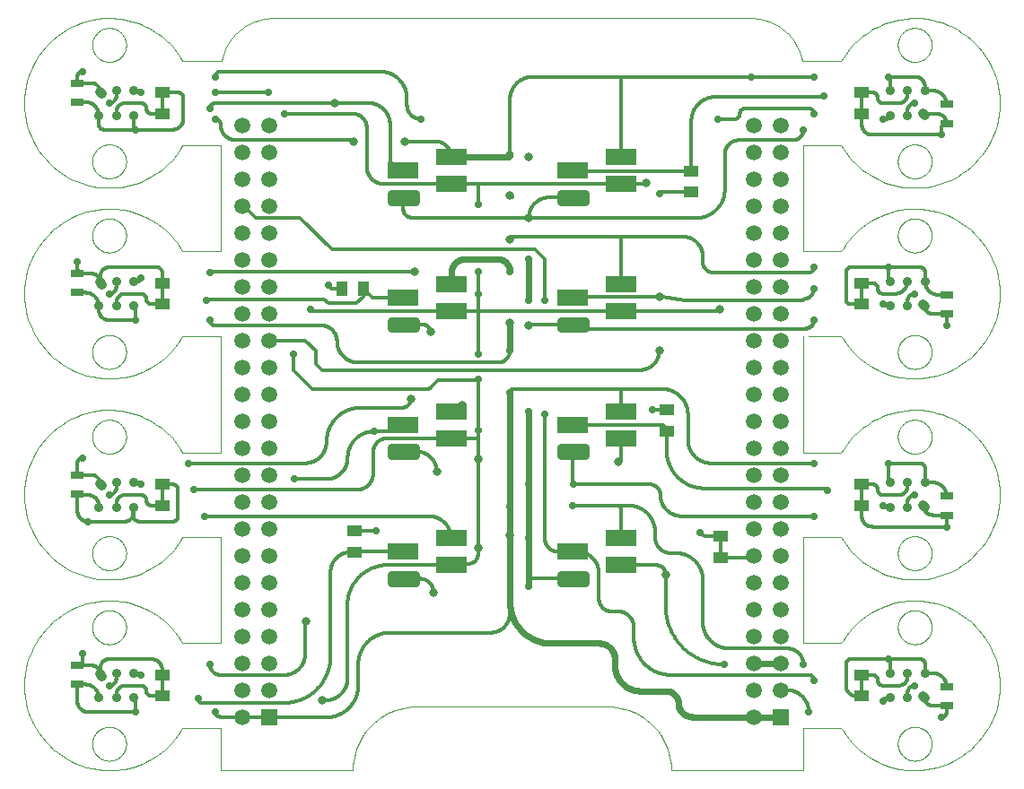
<source format=gtl>
G75*
%MOIN*%
%OFA0B0*%
%FSLAX25Y25*%
%IPPOS*%
%LPD*%
%AMOC8*
5,1,8,0,0,1.08239X$1,22.5*
%
%ADD10C,0.00000*%
%ADD11R,0.04724X0.03150*%
%ADD12C,0.02953*%
%ADD13R,0.11811X0.05906*%
%ADD14C,0.03583*%
%ADD15C,0.03583*%
%ADD16R,0.05512X0.04331*%
%ADD17R,0.05937X0.05937*%
%ADD18C,0.05937*%
%ADD19R,0.04331X0.05512*%
%ADD20C,0.02362*%
%ADD21C,0.01181*%
%ADD22C,0.02775*%
%ADD23C,0.03169*%
D10*
X0022120Y0061838D02*
X0024098Y0061219D01*
X0026149Y0060800D01*
X0028199Y0060380D01*
X0030322Y0060160D01*
X0033953Y0060160D01*
X0035387Y0060259D01*
X0036791Y0060450D01*
X0038195Y0060642D01*
X0039570Y0060926D01*
X0040909Y0061297D01*
X0042248Y0061668D01*
X0043550Y0062124D01*
X0044811Y0062661D01*
X0046072Y0063198D01*
X0047291Y0063814D01*
X0049631Y0065195D01*
X0050752Y0065958D01*
X0051819Y0066789D01*
X0052886Y0067620D01*
X0053897Y0068518D01*
X0054848Y0069477D01*
X0055799Y0070436D01*
X0056688Y0071455D01*
X0058333Y0073603D01*
X0059087Y0074731D01*
X0059768Y0075908D01*
X0073831Y0075908D01*
X0073831Y0060160D01*
X0123044Y0060160D01*
X0123044Y0062011D01*
X0123208Y0063587D01*
X0123519Y0065109D01*
X0123831Y0066632D01*
X0124290Y0068100D01*
X0124882Y0069499D01*
X0125474Y0070898D01*
X0126198Y0072227D01*
X0127038Y0073471D01*
X0127879Y0074715D01*
X0128836Y0075874D01*
X0129894Y0076932D01*
X0130952Y0077990D01*
X0132111Y0078947D01*
X0133355Y0079788D01*
X0134599Y0080628D01*
X0135928Y0081352D01*
X0137327Y0081944D01*
X0138726Y0082536D01*
X0140194Y0082995D01*
X0141717Y0083307D01*
X0143239Y0083618D01*
X0144815Y0083782D01*
X0219383Y0083782D01*
X0220959Y0083618D01*
X0222482Y0083307D01*
X0224004Y0082995D01*
X0225472Y0082536D01*
X0226871Y0081944D01*
X0228270Y0081352D01*
X0229600Y0080628D01*
X0230844Y0079788D01*
X0232088Y0078947D01*
X0233247Y0077990D01*
X0235363Y0075874D01*
X0236320Y0074715D01*
X0237160Y0073471D01*
X0238001Y0072227D01*
X0238725Y0070898D01*
X0239317Y0069499D01*
X0239908Y0068100D01*
X0240368Y0066632D01*
X0240679Y0065109D01*
X0240991Y0063587D01*
X0241154Y0062011D01*
X0241154Y0060160D01*
X0290367Y0060160D01*
X0290367Y0075908D01*
X0304437Y0075908D01*
X0305118Y0074731D01*
X0305872Y0073603D01*
X0307516Y0071455D01*
X0308406Y0070436D01*
X0309357Y0069477D01*
X0310307Y0068518D01*
X0311319Y0067620D01*
X0312386Y0066789D01*
X0313453Y0065958D01*
X0314574Y0065195D01*
X0315744Y0064505D01*
X0316914Y0063814D01*
X0318133Y0063198D01*
X0319393Y0062661D01*
X0320654Y0062124D01*
X0321957Y0061668D01*
X0323296Y0061297D01*
X0324635Y0060926D01*
X0326009Y0060642D01*
X0328818Y0060259D01*
X0330252Y0060160D01*
X0333883Y0060160D01*
X0336006Y0060380D01*
X0338056Y0060800D01*
X0340107Y0061219D01*
X0342084Y0061838D01*
X0343968Y0062635D01*
X0345852Y0063432D01*
X0347643Y0064407D01*
X0349318Y0065539D01*
X0350994Y0066671D01*
X0352555Y0067960D01*
X0353980Y0069385D01*
X0355405Y0070810D01*
X0356694Y0072371D01*
X0358958Y0075722D01*
X0359933Y0077512D01*
X0361527Y0081280D01*
X0362145Y0083258D01*
X0362565Y0085308D01*
X0362984Y0087359D01*
X0363205Y0089482D01*
X0363205Y0093830D01*
X0362984Y0095953D01*
X0362565Y0098003D01*
X0362145Y0100054D01*
X0361527Y0102032D01*
X0360730Y0103916D01*
X0359933Y0105800D01*
X0358958Y0107590D01*
X0357826Y0109266D01*
X0356694Y0110941D01*
X0355405Y0112502D01*
X0352555Y0115352D01*
X0350994Y0116641D01*
X0347643Y0118905D01*
X0345852Y0119880D01*
X0343968Y0120677D01*
X0342084Y0121474D01*
X0340107Y0122092D01*
X0338056Y0122512D01*
X0336006Y0122932D01*
X0333883Y0123152D01*
X0330252Y0123152D01*
X0328818Y0123053D01*
X0327414Y0122861D01*
X0326009Y0122670D01*
X0324635Y0122385D01*
X0323296Y0122015D01*
X0321957Y0121644D01*
X0320654Y0121187D01*
X0319393Y0120651D01*
X0318133Y0120114D01*
X0316914Y0119497D01*
X0315744Y0118807D01*
X0314574Y0118117D01*
X0313453Y0117353D01*
X0312386Y0116523D01*
X0311319Y0115692D01*
X0310307Y0114794D01*
X0309357Y0113835D01*
X0308406Y0112876D01*
X0307516Y0111857D01*
X0305872Y0109709D01*
X0305118Y0108580D01*
X0304437Y0107404D01*
X0290367Y0107404D01*
X0290367Y0146772D01*
X0304437Y0146772D01*
X0305118Y0145595D01*
X0305872Y0144467D01*
X0307516Y0142319D01*
X0308406Y0141299D01*
X0309357Y0140341D01*
X0310307Y0139382D01*
X0311319Y0138484D01*
X0312386Y0137653D01*
X0313453Y0136822D01*
X0314574Y0136059D01*
X0315744Y0135368D01*
X0316914Y0134678D01*
X0318133Y0134062D01*
X0319393Y0133525D01*
X0320654Y0132988D01*
X0321957Y0132531D01*
X0323296Y0132161D01*
X0324635Y0131790D01*
X0326009Y0131506D01*
X0327414Y0131314D01*
X0328818Y0131123D01*
X0330252Y0131024D01*
X0333883Y0131024D01*
X0336006Y0131244D01*
X0338056Y0131664D01*
X0340107Y0132083D01*
X0342084Y0132702D01*
X0343968Y0133499D01*
X0345852Y0134296D01*
X0347643Y0135271D01*
X0349318Y0136403D01*
X0350994Y0137535D01*
X0352555Y0138824D01*
X0355405Y0141674D01*
X0356694Y0143234D01*
X0357826Y0144910D01*
X0358958Y0146586D01*
X0359933Y0148376D01*
X0360730Y0150260D01*
X0361527Y0152144D01*
X0362145Y0154122D01*
X0362565Y0156172D01*
X0362984Y0158223D01*
X0363205Y0160345D01*
X0363205Y0164694D01*
X0362984Y0166817D01*
X0362565Y0168867D01*
X0362145Y0170918D01*
X0361527Y0172895D01*
X0359933Y0176664D01*
X0358958Y0178454D01*
X0356694Y0181805D01*
X0355405Y0183366D01*
X0352555Y0186216D01*
X0350994Y0187505D01*
X0347643Y0189769D01*
X0345852Y0190744D01*
X0343968Y0191541D01*
X0342084Y0192338D01*
X0340107Y0192956D01*
X0338056Y0193376D01*
X0336006Y0193795D01*
X0333883Y0194016D01*
X0330252Y0194016D01*
X0328818Y0193917D01*
X0326009Y0193533D01*
X0324635Y0193249D01*
X0321957Y0192508D01*
X0320654Y0192051D01*
X0319393Y0191515D01*
X0318133Y0190978D01*
X0316914Y0190361D01*
X0315744Y0189671D01*
X0314574Y0188981D01*
X0313453Y0188217D01*
X0312386Y0187386D01*
X0311319Y0186556D01*
X0310307Y0185658D01*
X0309357Y0184699D01*
X0308406Y0183740D01*
X0307516Y0182721D01*
X0306694Y0181647D01*
X0305872Y0180573D01*
X0305118Y0179444D01*
X0304437Y0178268D01*
X0290367Y0178268D01*
X0290367Y0221575D01*
X0292126Y0221575D02*
X0304437Y0221575D01*
X0305118Y0220398D01*
X0305872Y0219270D01*
X0307516Y0217122D01*
X0308406Y0216103D01*
X0309357Y0215144D01*
X0310307Y0214185D01*
X0311319Y0213287D01*
X0312386Y0212456D01*
X0313453Y0211625D01*
X0314574Y0210862D01*
X0315744Y0210172D01*
X0316914Y0209481D01*
X0318133Y0208865D01*
X0319393Y0208328D01*
X0320654Y0207791D01*
X0321957Y0207335D01*
X0323296Y0206964D01*
X0324635Y0206593D01*
X0326009Y0206309D01*
X0327414Y0206118D01*
X0328818Y0205926D01*
X0330252Y0205827D01*
X0333883Y0205827D01*
X0336006Y0206047D01*
X0338056Y0206467D01*
X0340107Y0206886D01*
X0342084Y0207505D01*
X0343968Y0208302D01*
X0345852Y0209099D01*
X0347643Y0210074D01*
X0350994Y0212338D01*
X0352555Y0213627D01*
X0355405Y0216477D01*
X0356694Y0218038D01*
X0357826Y0219713D01*
X0358958Y0221389D01*
X0359933Y0223179D01*
X0361527Y0226947D01*
X0362145Y0228925D01*
X0362565Y0230975D01*
X0362984Y0233026D01*
X0363205Y0235149D01*
X0363205Y0239497D01*
X0362984Y0241620D01*
X0362565Y0243670D01*
X0362145Y0245721D01*
X0361527Y0247698D01*
X0360730Y0249583D01*
X0359933Y0251467D01*
X0358958Y0253257D01*
X0357826Y0254933D01*
X0356694Y0256608D01*
X0355405Y0258169D01*
X0353980Y0259594D01*
X0352555Y0261019D01*
X0350994Y0262308D01*
X0347643Y0264572D01*
X0345852Y0265547D01*
X0343968Y0266344D01*
X0342084Y0267141D01*
X0340107Y0267759D01*
X0338056Y0268179D01*
X0336006Y0268599D01*
X0333883Y0268819D01*
X0330252Y0268819D01*
X0328818Y0268720D01*
X0326009Y0268337D01*
X0324635Y0268052D01*
X0321957Y0267311D01*
X0320654Y0266854D01*
X0319393Y0266318D01*
X0318133Y0265781D01*
X0316914Y0265164D01*
X0315744Y0264474D01*
X0314574Y0263784D01*
X0313453Y0263020D01*
X0312386Y0262190D01*
X0311319Y0261359D01*
X0310307Y0260461D01*
X0309357Y0259502D01*
X0308406Y0258543D01*
X0307516Y0257524D01*
X0306694Y0256450D01*
X0305872Y0255376D01*
X0305118Y0254247D01*
X0304437Y0253071D01*
X0290367Y0253071D01*
X0290367Y0292443D01*
X0304437Y0292443D01*
X0305118Y0291267D01*
X0305872Y0290138D01*
X0307516Y0287991D01*
X0308406Y0286971D01*
X0309357Y0286012D01*
X0310307Y0285053D01*
X0311319Y0284155D01*
X0312386Y0283325D01*
X0313453Y0282494D01*
X0314574Y0281730D01*
X0315744Y0281040D01*
X0316914Y0280350D01*
X0318133Y0279733D01*
X0320654Y0278660D01*
X0321957Y0278203D01*
X0324635Y0277462D01*
X0326009Y0277178D01*
X0327414Y0276986D01*
X0328818Y0276794D01*
X0330252Y0276695D01*
X0333883Y0276695D01*
X0336006Y0276916D01*
X0338056Y0277335D01*
X0340107Y0277755D01*
X0342084Y0278373D01*
X0343968Y0279170D01*
X0345852Y0279967D01*
X0347643Y0280942D01*
X0349318Y0282074D01*
X0350994Y0283206D01*
X0352555Y0284495D01*
X0353980Y0285920D01*
X0355405Y0287345D01*
X0356694Y0288906D01*
X0358958Y0292257D01*
X0359933Y0294048D01*
X0360730Y0295932D01*
X0361527Y0297816D01*
X0362145Y0299794D01*
X0362565Y0301844D01*
X0362984Y0303894D01*
X0363205Y0306017D01*
X0363205Y0310366D01*
X0362984Y0312489D01*
X0362565Y0314539D01*
X0362145Y0316589D01*
X0361527Y0318567D01*
X0359933Y0322335D01*
X0358958Y0324126D01*
X0356694Y0327477D01*
X0355405Y0329038D01*
X0353980Y0330462D01*
X0352555Y0331887D01*
X0350994Y0333176D01*
X0349318Y0334308D01*
X0347643Y0335440D01*
X0345852Y0336415D01*
X0343968Y0337212D01*
X0342084Y0338009D01*
X0340107Y0338628D01*
X0338056Y0339048D01*
X0336006Y0339467D01*
X0333883Y0339687D01*
X0330252Y0339687D01*
X0328818Y0339588D01*
X0326009Y0339205D01*
X0324635Y0338921D01*
X0323296Y0338550D01*
X0321957Y0338180D01*
X0320654Y0337723D01*
X0319393Y0337186D01*
X0318133Y0336649D01*
X0316914Y0336033D01*
X0315744Y0335343D01*
X0314574Y0334653D01*
X0313453Y0333889D01*
X0312386Y0333058D01*
X0311319Y0332227D01*
X0310307Y0331329D01*
X0309357Y0330370D01*
X0308406Y0329412D01*
X0307516Y0328392D01*
X0305872Y0326244D01*
X0305118Y0325116D01*
X0304437Y0323939D01*
X0289972Y0323939D01*
X0289744Y0325062D01*
X0289420Y0326151D01*
X0289010Y0327196D01*
X0288599Y0328241D01*
X0288102Y0329242D01*
X0286952Y0331139D01*
X0286299Y0332036D01*
X0285578Y0332871D01*
X0284856Y0333706D01*
X0284065Y0334479D01*
X0283214Y0335183D01*
X0282363Y0335886D01*
X0281452Y0336519D01*
X0280489Y0337074D01*
X0279527Y0337628D01*
X0278513Y0338103D01*
X0277457Y0338490D01*
X0276401Y0338877D01*
X0275302Y0339177D01*
X0274170Y0339379D01*
X0273038Y0339582D01*
X0271872Y0339687D01*
X0092326Y0339687D01*
X0091160Y0339582D01*
X0090028Y0339379D01*
X0088896Y0339177D01*
X0087798Y0338877D01*
X0086741Y0338490D01*
X0085685Y0338103D01*
X0084671Y0337628D01*
X0083709Y0337074D01*
X0082747Y0336519D01*
X0081835Y0335886D01*
X0080984Y0335183D01*
X0080133Y0334479D01*
X0079343Y0333706D01*
X0078621Y0332871D01*
X0077899Y0332036D01*
X0077246Y0331139D01*
X0076096Y0329242D01*
X0075599Y0328241D01*
X0075189Y0327196D01*
X0074778Y0326151D01*
X0074455Y0325062D01*
X0074227Y0323939D01*
X0059768Y0323939D01*
X0059087Y0325116D01*
X0058333Y0326244D01*
X0057511Y0327318D01*
X0056688Y0328392D01*
X0055799Y0329412D01*
X0054848Y0330370D01*
X0053897Y0331329D01*
X0052886Y0332227D01*
X0051819Y0333058D01*
X0050752Y0333889D01*
X0049631Y0334653D01*
X0047291Y0336033D01*
X0046072Y0336649D01*
X0044811Y0337186D01*
X0043550Y0337723D01*
X0042248Y0338180D01*
X0040909Y0338550D01*
X0039570Y0338921D01*
X0038195Y0339205D01*
X0036791Y0339397D01*
X0035387Y0339588D01*
X0033953Y0339687D01*
X0030322Y0339687D01*
X0028199Y0339467D01*
X0026149Y0339047D01*
X0024098Y0338628D01*
X0022120Y0338009D01*
X0020236Y0337212D01*
X0018352Y0336415D01*
X0016562Y0335440D01*
X0013211Y0333176D01*
X0011650Y0331887D01*
X0010225Y0330462D01*
X0008800Y0329037D01*
X0007511Y0327477D01*
X0006379Y0325801D01*
X0005247Y0324125D01*
X0004272Y0322335D01*
X0002678Y0318567D01*
X0002059Y0316589D01*
X0001640Y0314539D01*
X0001220Y0312489D01*
X0001000Y0310366D01*
X0001000Y0306017D01*
X0001220Y0303894D01*
X0001640Y0301844D01*
X0002059Y0299793D01*
X0002678Y0297816D01*
X0003475Y0295932D01*
X0004272Y0294048D01*
X0005247Y0292257D01*
X0006379Y0290582D01*
X0007511Y0288906D01*
X0008800Y0287345D01*
X0010225Y0285920D01*
X0011650Y0284495D01*
X0013211Y0283206D01*
X0016562Y0280942D01*
X0018352Y0279967D01*
X0020236Y0279170D01*
X0022120Y0278373D01*
X0024098Y0277755D01*
X0026149Y0277335D01*
X0028199Y0276916D01*
X0030322Y0276695D01*
X0033953Y0276695D01*
X0035387Y0276794D01*
X0036791Y0276986D01*
X0038195Y0277178D01*
X0039570Y0277462D01*
X0040909Y0277832D01*
X0042248Y0278203D01*
X0043550Y0278660D01*
X0044811Y0279197D01*
X0046072Y0279733D01*
X0047291Y0280350D01*
X0049631Y0281730D01*
X0050752Y0282494D01*
X0051819Y0283325D01*
X0052886Y0284155D01*
X0053897Y0285053D01*
X0054848Y0286012D01*
X0055799Y0286971D01*
X0056688Y0287991D01*
X0057511Y0289064D01*
X0058333Y0290138D01*
X0059087Y0291267D01*
X0059768Y0292443D01*
X0073831Y0292443D01*
X0073831Y0253071D01*
X0059768Y0253071D01*
X0059087Y0254247D01*
X0058333Y0255376D01*
X0057510Y0256450D01*
X0056688Y0257524D01*
X0055799Y0258543D01*
X0054848Y0259502D01*
X0053897Y0260461D01*
X0052886Y0261359D01*
X0051819Y0262190D01*
X0050752Y0263020D01*
X0049631Y0263784D01*
X0047290Y0265164D01*
X0046072Y0265781D01*
X0044811Y0266318D01*
X0043550Y0266854D01*
X0042248Y0267311D01*
X0040909Y0267682D01*
X0039570Y0268052D01*
X0038195Y0268337D01*
X0036791Y0268528D01*
X0035387Y0268720D01*
X0033953Y0268819D01*
X0030322Y0268819D01*
X0028199Y0268599D01*
X0026149Y0268179D01*
X0024098Y0267759D01*
X0022120Y0267141D01*
X0020236Y0266344D01*
X0018352Y0265547D01*
X0016562Y0264572D01*
X0014886Y0263440D01*
X0013211Y0262308D01*
X0011650Y0261019D01*
X0010225Y0259594D01*
X0008800Y0258169D01*
X0007511Y0256608D01*
X0006379Y0254933D01*
X0005247Y0253257D01*
X0004272Y0251467D01*
X0002678Y0247698D01*
X0002059Y0245721D01*
X0001640Y0243670D01*
X0001220Y0241620D01*
X0001000Y0239497D01*
X0001000Y0235149D01*
X0001220Y0233026D01*
X0001640Y0230975D01*
X0002059Y0228925D01*
X0002678Y0226947D01*
X0003475Y0225063D01*
X0004272Y0223179D01*
X0005247Y0221389D01*
X0006379Y0219713D01*
X0007511Y0218037D01*
X0008800Y0216477D01*
X0011650Y0213627D01*
X0013211Y0212338D01*
X0014886Y0211206D01*
X0016562Y0210074D01*
X0018352Y0209099D01*
X0020236Y0208302D01*
X0022120Y0207505D01*
X0024098Y0206886D01*
X0026149Y0206467D01*
X0028199Y0206047D01*
X0030322Y0205827D01*
X0033953Y0205827D01*
X0035387Y0205926D01*
X0036791Y0206117D01*
X0038195Y0206309D01*
X0039570Y0206593D01*
X0040909Y0206964D01*
X0042248Y0207334D01*
X0043550Y0207791D01*
X0044811Y0208328D01*
X0046072Y0208865D01*
X0047291Y0209481D01*
X0049631Y0210862D01*
X0050752Y0211625D01*
X0051819Y0212456D01*
X0052886Y0213287D01*
X0053897Y0214185D01*
X0054848Y0215144D01*
X0055799Y0216102D01*
X0056688Y0217122D01*
X0058333Y0219270D01*
X0059087Y0220398D01*
X0059768Y0221575D01*
X0073831Y0221575D01*
X0073831Y0178268D01*
X0059768Y0178268D01*
X0059087Y0179444D01*
X0058333Y0180573D01*
X0057511Y0181647D01*
X0056688Y0182721D01*
X0055799Y0183740D01*
X0054848Y0184699D01*
X0053897Y0185658D01*
X0052886Y0186556D01*
X0051819Y0187386D01*
X0050752Y0188217D01*
X0049631Y0188981D01*
X0047291Y0190361D01*
X0046072Y0190978D01*
X0044811Y0191515D01*
X0043550Y0192051D01*
X0042248Y0192508D01*
X0039570Y0193249D01*
X0038195Y0193533D01*
X0036791Y0193725D01*
X0035387Y0193917D01*
X0033953Y0194016D01*
X0030322Y0194016D01*
X0028199Y0193795D01*
X0026149Y0193376D01*
X0024098Y0192956D01*
X0022120Y0192338D01*
X0020236Y0191541D01*
X0018352Y0190744D01*
X0016562Y0189769D01*
X0014886Y0188637D01*
X0013211Y0187505D01*
X0011650Y0186216D01*
X0010225Y0184791D01*
X0008800Y0183366D01*
X0007511Y0181805D01*
X0006379Y0180129D01*
X0005247Y0178454D01*
X0004272Y0176663D01*
X0003475Y0174779D01*
X0002678Y0172895D01*
X0002059Y0170918D01*
X0001640Y0168867D01*
X0001220Y0166817D01*
X0001000Y0164694D01*
X0001000Y0160345D01*
X0001220Y0158222D01*
X0001640Y0156172D01*
X0002059Y0154122D01*
X0002678Y0152144D01*
X0004272Y0148376D01*
X0005247Y0146586D01*
X0006379Y0144910D01*
X0007511Y0143234D01*
X0008800Y0141674D01*
X0010225Y0140249D01*
X0011650Y0138824D01*
X0013211Y0137535D01*
X0016562Y0135271D01*
X0018352Y0134296D01*
X0020236Y0133499D01*
X0022120Y0132702D01*
X0024098Y0132083D01*
X0028199Y0131244D01*
X0030322Y0131024D01*
X0033953Y0131024D01*
X0035387Y0131123D01*
X0036791Y0131314D01*
X0038195Y0131506D01*
X0039570Y0131790D01*
X0040909Y0132161D01*
X0042248Y0132531D01*
X0043550Y0132988D01*
X0044811Y0133525D01*
X0046072Y0134062D01*
X0047291Y0134678D01*
X0049631Y0136059D01*
X0050752Y0136822D01*
X0051819Y0137653D01*
X0052886Y0138484D01*
X0053897Y0139382D01*
X0054848Y0140341D01*
X0055799Y0141299D01*
X0056688Y0142319D01*
X0058333Y0144467D01*
X0059087Y0145595D01*
X0059768Y0146772D01*
X0073831Y0146772D01*
X0073831Y0107404D01*
X0059768Y0107404D01*
X0059087Y0108580D01*
X0058333Y0109709D01*
X0056688Y0111857D01*
X0055799Y0112876D01*
X0054848Y0113835D01*
X0053897Y0114794D01*
X0052886Y0115692D01*
X0051819Y0116523D01*
X0050752Y0117353D01*
X0049631Y0118117D01*
X0047291Y0119497D01*
X0046072Y0120114D01*
X0044811Y0120651D01*
X0043550Y0121187D01*
X0042248Y0121644D01*
X0040909Y0122015D01*
X0039570Y0122385D01*
X0038195Y0122670D01*
X0036791Y0122861D01*
X0035387Y0123053D01*
X0033953Y0123152D01*
X0030322Y0123152D01*
X0028199Y0122932D01*
X0026149Y0122512D01*
X0024098Y0122092D01*
X0022120Y0121474D01*
X0020236Y0120677D01*
X0018352Y0119880D01*
X0016562Y0118905D01*
X0014886Y0117773D01*
X0013211Y0116641D01*
X0011650Y0115352D01*
X0010225Y0113927D01*
X0008800Y0112502D01*
X0007511Y0110941D01*
X0006379Y0109266D01*
X0005247Y0107590D01*
X0004272Y0105800D01*
X0003475Y0103916D01*
X0002678Y0102031D01*
X0002059Y0100054D01*
X0001640Y0098003D01*
X0001220Y0095953D01*
X0001000Y0093830D01*
X0001000Y0089481D01*
X0001220Y0087359D01*
X0001640Y0085308D01*
X0002059Y0083258D01*
X0002678Y0081280D01*
X0004272Y0077512D01*
X0005247Y0075722D01*
X0006379Y0074046D01*
X0007511Y0072371D01*
X0008800Y0070810D01*
X0010225Y0069385D01*
X0011650Y0067960D01*
X0013211Y0066671D01*
X0016562Y0064407D01*
X0018352Y0063432D01*
X0020236Y0062635D01*
X0022120Y0061838D01*
X0026197Y0069961D02*
X0026199Y0070119D01*
X0026205Y0070277D01*
X0026215Y0070435D01*
X0026229Y0070593D01*
X0026247Y0070750D01*
X0026268Y0070907D01*
X0026294Y0071063D01*
X0026324Y0071219D01*
X0026357Y0071374D01*
X0026395Y0071527D01*
X0026436Y0071680D01*
X0026481Y0071832D01*
X0026530Y0071983D01*
X0026583Y0072132D01*
X0026639Y0072280D01*
X0026699Y0072426D01*
X0026763Y0072571D01*
X0026831Y0072714D01*
X0026902Y0072856D01*
X0026976Y0072996D01*
X0027054Y0073133D01*
X0027136Y0073269D01*
X0027220Y0073403D01*
X0027309Y0073534D01*
X0027400Y0073663D01*
X0027495Y0073790D01*
X0027592Y0073915D01*
X0027693Y0074037D01*
X0027797Y0074156D01*
X0027904Y0074273D01*
X0028014Y0074387D01*
X0028127Y0074498D01*
X0028242Y0074607D01*
X0028360Y0074712D01*
X0028481Y0074814D01*
X0028604Y0074914D01*
X0028730Y0075010D01*
X0028858Y0075103D01*
X0028988Y0075193D01*
X0029121Y0075279D01*
X0029256Y0075363D01*
X0029392Y0075442D01*
X0029531Y0075519D01*
X0029672Y0075591D01*
X0029814Y0075661D01*
X0029958Y0075726D01*
X0030104Y0075788D01*
X0030251Y0075846D01*
X0030400Y0075901D01*
X0030550Y0075952D01*
X0030701Y0075999D01*
X0030853Y0076042D01*
X0031006Y0076081D01*
X0031161Y0076117D01*
X0031316Y0076148D01*
X0031472Y0076176D01*
X0031628Y0076200D01*
X0031785Y0076220D01*
X0031943Y0076236D01*
X0032100Y0076248D01*
X0032259Y0076256D01*
X0032417Y0076260D01*
X0032575Y0076260D01*
X0032733Y0076256D01*
X0032892Y0076248D01*
X0033049Y0076236D01*
X0033207Y0076220D01*
X0033364Y0076200D01*
X0033520Y0076176D01*
X0033676Y0076148D01*
X0033831Y0076117D01*
X0033986Y0076081D01*
X0034139Y0076042D01*
X0034291Y0075999D01*
X0034442Y0075952D01*
X0034592Y0075901D01*
X0034741Y0075846D01*
X0034888Y0075788D01*
X0035034Y0075726D01*
X0035178Y0075661D01*
X0035320Y0075591D01*
X0035461Y0075519D01*
X0035600Y0075442D01*
X0035736Y0075363D01*
X0035871Y0075279D01*
X0036004Y0075193D01*
X0036134Y0075103D01*
X0036262Y0075010D01*
X0036388Y0074914D01*
X0036511Y0074814D01*
X0036632Y0074712D01*
X0036750Y0074607D01*
X0036865Y0074498D01*
X0036978Y0074387D01*
X0037088Y0074273D01*
X0037195Y0074156D01*
X0037299Y0074037D01*
X0037400Y0073915D01*
X0037497Y0073790D01*
X0037592Y0073663D01*
X0037683Y0073534D01*
X0037772Y0073403D01*
X0037856Y0073269D01*
X0037938Y0073133D01*
X0038016Y0072996D01*
X0038090Y0072856D01*
X0038161Y0072714D01*
X0038229Y0072571D01*
X0038293Y0072426D01*
X0038353Y0072280D01*
X0038409Y0072132D01*
X0038462Y0071983D01*
X0038511Y0071832D01*
X0038556Y0071680D01*
X0038597Y0071527D01*
X0038635Y0071374D01*
X0038668Y0071219D01*
X0038698Y0071063D01*
X0038724Y0070907D01*
X0038745Y0070750D01*
X0038763Y0070593D01*
X0038777Y0070435D01*
X0038787Y0070277D01*
X0038793Y0070119D01*
X0038795Y0069961D01*
X0038793Y0069803D01*
X0038787Y0069645D01*
X0038777Y0069487D01*
X0038763Y0069329D01*
X0038745Y0069172D01*
X0038724Y0069015D01*
X0038698Y0068859D01*
X0038668Y0068703D01*
X0038635Y0068548D01*
X0038597Y0068395D01*
X0038556Y0068242D01*
X0038511Y0068090D01*
X0038462Y0067939D01*
X0038409Y0067790D01*
X0038353Y0067642D01*
X0038293Y0067496D01*
X0038229Y0067351D01*
X0038161Y0067208D01*
X0038090Y0067066D01*
X0038016Y0066926D01*
X0037938Y0066789D01*
X0037856Y0066653D01*
X0037772Y0066519D01*
X0037683Y0066388D01*
X0037592Y0066259D01*
X0037497Y0066132D01*
X0037400Y0066007D01*
X0037299Y0065885D01*
X0037195Y0065766D01*
X0037088Y0065649D01*
X0036978Y0065535D01*
X0036865Y0065424D01*
X0036750Y0065315D01*
X0036632Y0065210D01*
X0036511Y0065108D01*
X0036388Y0065008D01*
X0036262Y0064912D01*
X0036134Y0064819D01*
X0036004Y0064729D01*
X0035871Y0064643D01*
X0035736Y0064559D01*
X0035600Y0064480D01*
X0035461Y0064403D01*
X0035320Y0064331D01*
X0035178Y0064261D01*
X0035034Y0064196D01*
X0034888Y0064134D01*
X0034741Y0064076D01*
X0034592Y0064021D01*
X0034442Y0063970D01*
X0034291Y0063923D01*
X0034139Y0063880D01*
X0033986Y0063841D01*
X0033831Y0063805D01*
X0033676Y0063774D01*
X0033520Y0063746D01*
X0033364Y0063722D01*
X0033207Y0063702D01*
X0033049Y0063686D01*
X0032892Y0063674D01*
X0032733Y0063666D01*
X0032575Y0063662D01*
X0032417Y0063662D01*
X0032259Y0063666D01*
X0032100Y0063674D01*
X0031943Y0063686D01*
X0031785Y0063702D01*
X0031628Y0063722D01*
X0031472Y0063746D01*
X0031316Y0063774D01*
X0031161Y0063805D01*
X0031006Y0063841D01*
X0030853Y0063880D01*
X0030701Y0063923D01*
X0030550Y0063970D01*
X0030400Y0064021D01*
X0030251Y0064076D01*
X0030104Y0064134D01*
X0029958Y0064196D01*
X0029814Y0064261D01*
X0029672Y0064331D01*
X0029531Y0064403D01*
X0029392Y0064480D01*
X0029256Y0064559D01*
X0029121Y0064643D01*
X0028988Y0064729D01*
X0028858Y0064819D01*
X0028730Y0064912D01*
X0028604Y0065008D01*
X0028481Y0065108D01*
X0028360Y0065210D01*
X0028242Y0065315D01*
X0028127Y0065424D01*
X0028014Y0065535D01*
X0027904Y0065649D01*
X0027797Y0065766D01*
X0027693Y0065885D01*
X0027592Y0066007D01*
X0027495Y0066132D01*
X0027400Y0066259D01*
X0027309Y0066388D01*
X0027220Y0066519D01*
X0027136Y0066653D01*
X0027054Y0066789D01*
X0026976Y0066926D01*
X0026902Y0067066D01*
X0026831Y0067208D01*
X0026763Y0067351D01*
X0026699Y0067496D01*
X0026639Y0067642D01*
X0026583Y0067790D01*
X0026530Y0067939D01*
X0026481Y0068090D01*
X0026436Y0068242D01*
X0026395Y0068395D01*
X0026357Y0068548D01*
X0026324Y0068703D01*
X0026294Y0068859D01*
X0026268Y0069015D01*
X0026247Y0069172D01*
X0026229Y0069329D01*
X0026215Y0069487D01*
X0026205Y0069645D01*
X0026199Y0069803D01*
X0026197Y0069961D01*
X0026197Y0113268D02*
X0026199Y0113426D01*
X0026205Y0113584D01*
X0026215Y0113742D01*
X0026229Y0113900D01*
X0026247Y0114057D01*
X0026268Y0114214D01*
X0026294Y0114370D01*
X0026324Y0114526D01*
X0026357Y0114681D01*
X0026395Y0114834D01*
X0026436Y0114987D01*
X0026481Y0115139D01*
X0026530Y0115290D01*
X0026583Y0115439D01*
X0026639Y0115587D01*
X0026699Y0115733D01*
X0026763Y0115878D01*
X0026831Y0116021D01*
X0026902Y0116163D01*
X0026976Y0116303D01*
X0027054Y0116440D01*
X0027136Y0116576D01*
X0027220Y0116710D01*
X0027309Y0116841D01*
X0027400Y0116970D01*
X0027495Y0117097D01*
X0027592Y0117222D01*
X0027693Y0117344D01*
X0027797Y0117463D01*
X0027904Y0117580D01*
X0028014Y0117694D01*
X0028127Y0117805D01*
X0028242Y0117914D01*
X0028360Y0118019D01*
X0028481Y0118121D01*
X0028604Y0118221D01*
X0028730Y0118317D01*
X0028858Y0118410D01*
X0028988Y0118500D01*
X0029121Y0118586D01*
X0029256Y0118670D01*
X0029392Y0118749D01*
X0029531Y0118826D01*
X0029672Y0118898D01*
X0029814Y0118968D01*
X0029958Y0119033D01*
X0030104Y0119095D01*
X0030251Y0119153D01*
X0030400Y0119208D01*
X0030550Y0119259D01*
X0030701Y0119306D01*
X0030853Y0119349D01*
X0031006Y0119388D01*
X0031161Y0119424D01*
X0031316Y0119455D01*
X0031472Y0119483D01*
X0031628Y0119507D01*
X0031785Y0119527D01*
X0031943Y0119543D01*
X0032100Y0119555D01*
X0032259Y0119563D01*
X0032417Y0119567D01*
X0032575Y0119567D01*
X0032733Y0119563D01*
X0032892Y0119555D01*
X0033049Y0119543D01*
X0033207Y0119527D01*
X0033364Y0119507D01*
X0033520Y0119483D01*
X0033676Y0119455D01*
X0033831Y0119424D01*
X0033986Y0119388D01*
X0034139Y0119349D01*
X0034291Y0119306D01*
X0034442Y0119259D01*
X0034592Y0119208D01*
X0034741Y0119153D01*
X0034888Y0119095D01*
X0035034Y0119033D01*
X0035178Y0118968D01*
X0035320Y0118898D01*
X0035461Y0118826D01*
X0035600Y0118749D01*
X0035736Y0118670D01*
X0035871Y0118586D01*
X0036004Y0118500D01*
X0036134Y0118410D01*
X0036262Y0118317D01*
X0036388Y0118221D01*
X0036511Y0118121D01*
X0036632Y0118019D01*
X0036750Y0117914D01*
X0036865Y0117805D01*
X0036978Y0117694D01*
X0037088Y0117580D01*
X0037195Y0117463D01*
X0037299Y0117344D01*
X0037400Y0117222D01*
X0037497Y0117097D01*
X0037592Y0116970D01*
X0037683Y0116841D01*
X0037772Y0116710D01*
X0037856Y0116576D01*
X0037938Y0116440D01*
X0038016Y0116303D01*
X0038090Y0116163D01*
X0038161Y0116021D01*
X0038229Y0115878D01*
X0038293Y0115733D01*
X0038353Y0115587D01*
X0038409Y0115439D01*
X0038462Y0115290D01*
X0038511Y0115139D01*
X0038556Y0114987D01*
X0038597Y0114834D01*
X0038635Y0114681D01*
X0038668Y0114526D01*
X0038698Y0114370D01*
X0038724Y0114214D01*
X0038745Y0114057D01*
X0038763Y0113900D01*
X0038777Y0113742D01*
X0038787Y0113584D01*
X0038793Y0113426D01*
X0038795Y0113268D01*
X0038793Y0113110D01*
X0038787Y0112952D01*
X0038777Y0112794D01*
X0038763Y0112636D01*
X0038745Y0112479D01*
X0038724Y0112322D01*
X0038698Y0112166D01*
X0038668Y0112010D01*
X0038635Y0111855D01*
X0038597Y0111702D01*
X0038556Y0111549D01*
X0038511Y0111397D01*
X0038462Y0111246D01*
X0038409Y0111097D01*
X0038353Y0110949D01*
X0038293Y0110803D01*
X0038229Y0110658D01*
X0038161Y0110515D01*
X0038090Y0110373D01*
X0038016Y0110233D01*
X0037938Y0110096D01*
X0037856Y0109960D01*
X0037772Y0109826D01*
X0037683Y0109695D01*
X0037592Y0109566D01*
X0037497Y0109439D01*
X0037400Y0109314D01*
X0037299Y0109192D01*
X0037195Y0109073D01*
X0037088Y0108956D01*
X0036978Y0108842D01*
X0036865Y0108731D01*
X0036750Y0108622D01*
X0036632Y0108517D01*
X0036511Y0108415D01*
X0036388Y0108315D01*
X0036262Y0108219D01*
X0036134Y0108126D01*
X0036004Y0108036D01*
X0035871Y0107950D01*
X0035736Y0107866D01*
X0035600Y0107787D01*
X0035461Y0107710D01*
X0035320Y0107638D01*
X0035178Y0107568D01*
X0035034Y0107503D01*
X0034888Y0107441D01*
X0034741Y0107383D01*
X0034592Y0107328D01*
X0034442Y0107277D01*
X0034291Y0107230D01*
X0034139Y0107187D01*
X0033986Y0107148D01*
X0033831Y0107112D01*
X0033676Y0107081D01*
X0033520Y0107053D01*
X0033364Y0107029D01*
X0033207Y0107009D01*
X0033049Y0106993D01*
X0032892Y0106981D01*
X0032733Y0106973D01*
X0032575Y0106969D01*
X0032417Y0106969D01*
X0032259Y0106973D01*
X0032100Y0106981D01*
X0031943Y0106993D01*
X0031785Y0107009D01*
X0031628Y0107029D01*
X0031472Y0107053D01*
X0031316Y0107081D01*
X0031161Y0107112D01*
X0031006Y0107148D01*
X0030853Y0107187D01*
X0030701Y0107230D01*
X0030550Y0107277D01*
X0030400Y0107328D01*
X0030251Y0107383D01*
X0030104Y0107441D01*
X0029958Y0107503D01*
X0029814Y0107568D01*
X0029672Y0107638D01*
X0029531Y0107710D01*
X0029392Y0107787D01*
X0029256Y0107866D01*
X0029121Y0107950D01*
X0028988Y0108036D01*
X0028858Y0108126D01*
X0028730Y0108219D01*
X0028604Y0108315D01*
X0028481Y0108415D01*
X0028360Y0108517D01*
X0028242Y0108622D01*
X0028127Y0108731D01*
X0028014Y0108842D01*
X0027904Y0108956D01*
X0027797Y0109073D01*
X0027693Y0109192D01*
X0027592Y0109314D01*
X0027495Y0109439D01*
X0027400Y0109566D01*
X0027309Y0109695D01*
X0027220Y0109826D01*
X0027136Y0109960D01*
X0027054Y0110096D01*
X0026976Y0110233D01*
X0026902Y0110373D01*
X0026831Y0110515D01*
X0026763Y0110658D01*
X0026699Y0110803D01*
X0026639Y0110949D01*
X0026583Y0111097D01*
X0026530Y0111246D01*
X0026481Y0111397D01*
X0026436Y0111549D01*
X0026395Y0111702D01*
X0026357Y0111855D01*
X0026324Y0112010D01*
X0026294Y0112166D01*
X0026268Y0112322D01*
X0026247Y0112479D01*
X0026229Y0112636D01*
X0026215Y0112794D01*
X0026205Y0112952D01*
X0026199Y0113110D01*
X0026197Y0113268D01*
X0026197Y0140827D02*
X0026199Y0140985D01*
X0026205Y0141143D01*
X0026215Y0141301D01*
X0026229Y0141459D01*
X0026247Y0141616D01*
X0026268Y0141773D01*
X0026294Y0141929D01*
X0026324Y0142085D01*
X0026357Y0142240D01*
X0026395Y0142393D01*
X0026436Y0142546D01*
X0026481Y0142698D01*
X0026530Y0142849D01*
X0026583Y0142998D01*
X0026639Y0143146D01*
X0026699Y0143292D01*
X0026763Y0143437D01*
X0026831Y0143580D01*
X0026902Y0143722D01*
X0026976Y0143862D01*
X0027054Y0143999D01*
X0027136Y0144135D01*
X0027220Y0144269D01*
X0027309Y0144400D01*
X0027400Y0144529D01*
X0027495Y0144656D01*
X0027592Y0144781D01*
X0027693Y0144903D01*
X0027797Y0145022D01*
X0027904Y0145139D01*
X0028014Y0145253D01*
X0028127Y0145364D01*
X0028242Y0145473D01*
X0028360Y0145578D01*
X0028481Y0145680D01*
X0028604Y0145780D01*
X0028730Y0145876D01*
X0028858Y0145969D01*
X0028988Y0146059D01*
X0029121Y0146145D01*
X0029256Y0146229D01*
X0029392Y0146308D01*
X0029531Y0146385D01*
X0029672Y0146457D01*
X0029814Y0146527D01*
X0029958Y0146592D01*
X0030104Y0146654D01*
X0030251Y0146712D01*
X0030400Y0146767D01*
X0030550Y0146818D01*
X0030701Y0146865D01*
X0030853Y0146908D01*
X0031006Y0146947D01*
X0031161Y0146983D01*
X0031316Y0147014D01*
X0031472Y0147042D01*
X0031628Y0147066D01*
X0031785Y0147086D01*
X0031943Y0147102D01*
X0032100Y0147114D01*
X0032259Y0147122D01*
X0032417Y0147126D01*
X0032575Y0147126D01*
X0032733Y0147122D01*
X0032892Y0147114D01*
X0033049Y0147102D01*
X0033207Y0147086D01*
X0033364Y0147066D01*
X0033520Y0147042D01*
X0033676Y0147014D01*
X0033831Y0146983D01*
X0033986Y0146947D01*
X0034139Y0146908D01*
X0034291Y0146865D01*
X0034442Y0146818D01*
X0034592Y0146767D01*
X0034741Y0146712D01*
X0034888Y0146654D01*
X0035034Y0146592D01*
X0035178Y0146527D01*
X0035320Y0146457D01*
X0035461Y0146385D01*
X0035600Y0146308D01*
X0035736Y0146229D01*
X0035871Y0146145D01*
X0036004Y0146059D01*
X0036134Y0145969D01*
X0036262Y0145876D01*
X0036388Y0145780D01*
X0036511Y0145680D01*
X0036632Y0145578D01*
X0036750Y0145473D01*
X0036865Y0145364D01*
X0036978Y0145253D01*
X0037088Y0145139D01*
X0037195Y0145022D01*
X0037299Y0144903D01*
X0037400Y0144781D01*
X0037497Y0144656D01*
X0037592Y0144529D01*
X0037683Y0144400D01*
X0037772Y0144269D01*
X0037856Y0144135D01*
X0037938Y0143999D01*
X0038016Y0143862D01*
X0038090Y0143722D01*
X0038161Y0143580D01*
X0038229Y0143437D01*
X0038293Y0143292D01*
X0038353Y0143146D01*
X0038409Y0142998D01*
X0038462Y0142849D01*
X0038511Y0142698D01*
X0038556Y0142546D01*
X0038597Y0142393D01*
X0038635Y0142240D01*
X0038668Y0142085D01*
X0038698Y0141929D01*
X0038724Y0141773D01*
X0038745Y0141616D01*
X0038763Y0141459D01*
X0038777Y0141301D01*
X0038787Y0141143D01*
X0038793Y0140985D01*
X0038795Y0140827D01*
X0038793Y0140669D01*
X0038787Y0140511D01*
X0038777Y0140353D01*
X0038763Y0140195D01*
X0038745Y0140038D01*
X0038724Y0139881D01*
X0038698Y0139725D01*
X0038668Y0139569D01*
X0038635Y0139414D01*
X0038597Y0139261D01*
X0038556Y0139108D01*
X0038511Y0138956D01*
X0038462Y0138805D01*
X0038409Y0138656D01*
X0038353Y0138508D01*
X0038293Y0138362D01*
X0038229Y0138217D01*
X0038161Y0138074D01*
X0038090Y0137932D01*
X0038016Y0137792D01*
X0037938Y0137655D01*
X0037856Y0137519D01*
X0037772Y0137385D01*
X0037683Y0137254D01*
X0037592Y0137125D01*
X0037497Y0136998D01*
X0037400Y0136873D01*
X0037299Y0136751D01*
X0037195Y0136632D01*
X0037088Y0136515D01*
X0036978Y0136401D01*
X0036865Y0136290D01*
X0036750Y0136181D01*
X0036632Y0136076D01*
X0036511Y0135974D01*
X0036388Y0135874D01*
X0036262Y0135778D01*
X0036134Y0135685D01*
X0036004Y0135595D01*
X0035871Y0135509D01*
X0035736Y0135425D01*
X0035600Y0135346D01*
X0035461Y0135269D01*
X0035320Y0135197D01*
X0035178Y0135127D01*
X0035034Y0135062D01*
X0034888Y0135000D01*
X0034741Y0134942D01*
X0034592Y0134887D01*
X0034442Y0134836D01*
X0034291Y0134789D01*
X0034139Y0134746D01*
X0033986Y0134707D01*
X0033831Y0134671D01*
X0033676Y0134640D01*
X0033520Y0134612D01*
X0033364Y0134588D01*
X0033207Y0134568D01*
X0033049Y0134552D01*
X0032892Y0134540D01*
X0032733Y0134532D01*
X0032575Y0134528D01*
X0032417Y0134528D01*
X0032259Y0134532D01*
X0032100Y0134540D01*
X0031943Y0134552D01*
X0031785Y0134568D01*
X0031628Y0134588D01*
X0031472Y0134612D01*
X0031316Y0134640D01*
X0031161Y0134671D01*
X0031006Y0134707D01*
X0030853Y0134746D01*
X0030701Y0134789D01*
X0030550Y0134836D01*
X0030400Y0134887D01*
X0030251Y0134942D01*
X0030104Y0135000D01*
X0029958Y0135062D01*
X0029814Y0135127D01*
X0029672Y0135197D01*
X0029531Y0135269D01*
X0029392Y0135346D01*
X0029256Y0135425D01*
X0029121Y0135509D01*
X0028988Y0135595D01*
X0028858Y0135685D01*
X0028730Y0135778D01*
X0028604Y0135874D01*
X0028481Y0135974D01*
X0028360Y0136076D01*
X0028242Y0136181D01*
X0028127Y0136290D01*
X0028014Y0136401D01*
X0027904Y0136515D01*
X0027797Y0136632D01*
X0027693Y0136751D01*
X0027592Y0136873D01*
X0027495Y0136998D01*
X0027400Y0137125D01*
X0027309Y0137254D01*
X0027220Y0137385D01*
X0027136Y0137519D01*
X0027054Y0137655D01*
X0026976Y0137792D01*
X0026902Y0137932D01*
X0026831Y0138074D01*
X0026763Y0138217D01*
X0026699Y0138362D01*
X0026639Y0138508D01*
X0026583Y0138656D01*
X0026530Y0138805D01*
X0026481Y0138956D01*
X0026436Y0139108D01*
X0026395Y0139261D01*
X0026357Y0139414D01*
X0026324Y0139569D01*
X0026294Y0139725D01*
X0026268Y0139881D01*
X0026247Y0140038D01*
X0026229Y0140195D01*
X0026215Y0140353D01*
X0026205Y0140511D01*
X0026199Y0140669D01*
X0026197Y0140827D01*
X0026197Y0184134D02*
X0026199Y0184292D01*
X0026205Y0184450D01*
X0026215Y0184608D01*
X0026229Y0184766D01*
X0026247Y0184923D01*
X0026268Y0185080D01*
X0026294Y0185236D01*
X0026324Y0185392D01*
X0026357Y0185547D01*
X0026395Y0185700D01*
X0026436Y0185853D01*
X0026481Y0186005D01*
X0026530Y0186156D01*
X0026583Y0186305D01*
X0026639Y0186453D01*
X0026699Y0186599D01*
X0026763Y0186744D01*
X0026831Y0186887D01*
X0026902Y0187029D01*
X0026976Y0187169D01*
X0027054Y0187306D01*
X0027136Y0187442D01*
X0027220Y0187576D01*
X0027309Y0187707D01*
X0027400Y0187836D01*
X0027495Y0187963D01*
X0027592Y0188088D01*
X0027693Y0188210D01*
X0027797Y0188329D01*
X0027904Y0188446D01*
X0028014Y0188560D01*
X0028127Y0188671D01*
X0028242Y0188780D01*
X0028360Y0188885D01*
X0028481Y0188987D01*
X0028604Y0189087D01*
X0028730Y0189183D01*
X0028858Y0189276D01*
X0028988Y0189366D01*
X0029121Y0189452D01*
X0029256Y0189536D01*
X0029392Y0189615D01*
X0029531Y0189692D01*
X0029672Y0189764D01*
X0029814Y0189834D01*
X0029958Y0189899D01*
X0030104Y0189961D01*
X0030251Y0190019D01*
X0030400Y0190074D01*
X0030550Y0190125D01*
X0030701Y0190172D01*
X0030853Y0190215D01*
X0031006Y0190254D01*
X0031161Y0190290D01*
X0031316Y0190321D01*
X0031472Y0190349D01*
X0031628Y0190373D01*
X0031785Y0190393D01*
X0031943Y0190409D01*
X0032100Y0190421D01*
X0032259Y0190429D01*
X0032417Y0190433D01*
X0032575Y0190433D01*
X0032733Y0190429D01*
X0032892Y0190421D01*
X0033049Y0190409D01*
X0033207Y0190393D01*
X0033364Y0190373D01*
X0033520Y0190349D01*
X0033676Y0190321D01*
X0033831Y0190290D01*
X0033986Y0190254D01*
X0034139Y0190215D01*
X0034291Y0190172D01*
X0034442Y0190125D01*
X0034592Y0190074D01*
X0034741Y0190019D01*
X0034888Y0189961D01*
X0035034Y0189899D01*
X0035178Y0189834D01*
X0035320Y0189764D01*
X0035461Y0189692D01*
X0035600Y0189615D01*
X0035736Y0189536D01*
X0035871Y0189452D01*
X0036004Y0189366D01*
X0036134Y0189276D01*
X0036262Y0189183D01*
X0036388Y0189087D01*
X0036511Y0188987D01*
X0036632Y0188885D01*
X0036750Y0188780D01*
X0036865Y0188671D01*
X0036978Y0188560D01*
X0037088Y0188446D01*
X0037195Y0188329D01*
X0037299Y0188210D01*
X0037400Y0188088D01*
X0037497Y0187963D01*
X0037592Y0187836D01*
X0037683Y0187707D01*
X0037772Y0187576D01*
X0037856Y0187442D01*
X0037938Y0187306D01*
X0038016Y0187169D01*
X0038090Y0187029D01*
X0038161Y0186887D01*
X0038229Y0186744D01*
X0038293Y0186599D01*
X0038353Y0186453D01*
X0038409Y0186305D01*
X0038462Y0186156D01*
X0038511Y0186005D01*
X0038556Y0185853D01*
X0038597Y0185700D01*
X0038635Y0185547D01*
X0038668Y0185392D01*
X0038698Y0185236D01*
X0038724Y0185080D01*
X0038745Y0184923D01*
X0038763Y0184766D01*
X0038777Y0184608D01*
X0038787Y0184450D01*
X0038793Y0184292D01*
X0038795Y0184134D01*
X0038793Y0183976D01*
X0038787Y0183818D01*
X0038777Y0183660D01*
X0038763Y0183502D01*
X0038745Y0183345D01*
X0038724Y0183188D01*
X0038698Y0183032D01*
X0038668Y0182876D01*
X0038635Y0182721D01*
X0038597Y0182568D01*
X0038556Y0182415D01*
X0038511Y0182263D01*
X0038462Y0182112D01*
X0038409Y0181963D01*
X0038353Y0181815D01*
X0038293Y0181669D01*
X0038229Y0181524D01*
X0038161Y0181381D01*
X0038090Y0181239D01*
X0038016Y0181099D01*
X0037938Y0180962D01*
X0037856Y0180826D01*
X0037772Y0180692D01*
X0037683Y0180561D01*
X0037592Y0180432D01*
X0037497Y0180305D01*
X0037400Y0180180D01*
X0037299Y0180058D01*
X0037195Y0179939D01*
X0037088Y0179822D01*
X0036978Y0179708D01*
X0036865Y0179597D01*
X0036750Y0179488D01*
X0036632Y0179383D01*
X0036511Y0179281D01*
X0036388Y0179181D01*
X0036262Y0179085D01*
X0036134Y0178992D01*
X0036004Y0178902D01*
X0035871Y0178816D01*
X0035736Y0178732D01*
X0035600Y0178653D01*
X0035461Y0178576D01*
X0035320Y0178504D01*
X0035178Y0178434D01*
X0035034Y0178369D01*
X0034888Y0178307D01*
X0034741Y0178249D01*
X0034592Y0178194D01*
X0034442Y0178143D01*
X0034291Y0178096D01*
X0034139Y0178053D01*
X0033986Y0178014D01*
X0033831Y0177978D01*
X0033676Y0177947D01*
X0033520Y0177919D01*
X0033364Y0177895D01*
X0033207Y0177875D01*
X0033049Y0177859D01*
X0032892Y0177847D01*
X0032733Y0177839D01*
X0032575Y0177835D01*
X0032417Y0177835D01*
X0032259Y0177839D01*
X0032100Y0177847D01*
X0031943Y0177859D01*
X0031785Y0177875D01*
X0031628Y0177895D01*
X0031472Y0177919D01*
X0031316Y0177947D01*
X0031161Y0177978D01*
X0031006Y0178014D01*
X0030853Y0178053D01*
X0030701Y0178096D01*
X0030550Y0178143D01*
X0030400Y0178194D01*
X0030251Y0178249D01*
X0030104Y0178307D01*
X0029958Y0178369D01*
X0029814Y0178434D01*
X0029672Y0178504D01*
X0029531Y0178576D01*
X0029392Y0178653D01*
X0029256Y0178732D01*
X0029121Y0178816D01*
X0028988Y0178902D01*
X0028858Y0178992D01*
X0028730Y0179085D01*
X0028604Y0179181D01*
X0028481Y0179281D01*
X0028360Y0179383D01*
X0028242Y0179488D01*
X0028127Y0179597D01*
X0028014Y0179708D01*
X0027904Y0179822D01*
X0027797Y0179939D01*
X0027693Y0180058D01*
X0027592Y0180180D01*
X0027495Y0180305D01*
X0027400Y0180432D01*
X0027309Y0180561D01*
X0027220Y0180692D01*
X0027136Y0180826D01*
X0027054Y0180962D01*
X0026976Y0181099D01*
X0026902Y0181239D01*
X0026831Y0181381D01*
X0026763Y0181524D01*
X0026699Y0181669D01*
X0026639Y0181815D01*
X0026583Y0181963D01*
X0026530Y0182112D01*
X0026481Y0182263D01*
X0026436Y0182415D01*
X0026395Y0182568D01*
X0026357Y0182721D01*
X0026324Y0182876D01*
X0026294Y0183032D01*
X0026268Y0183188D01*
X0026247Y0183345D01*
X0026229Y0183502D01*
X0026215Y0183660D01*
X0026205Y0183818D01*
X0026199Y0183976D01*
X0026197Y0184134D01*
X0026197Y0215630D02*
X0026199Y0215788D01*
X0026205Y0215946D01*
X0026215Y0216104D01*
X0026229Y0216262D01*
X0026247Y0216419D01*
X0026268Y0216576D01*
X0026294Y0216732D01*
X0026324Y0216888D01*
X0026357Y0217043D01*
X0026395Y0217196D01*
X0026436Y0217349D01*
X0026481Y0217501D01*
X0026530Y0217652D01*
X0026583Y0217801D01*
X0026639Y0217949D01*
X0026699Y0218095D01*
X0026763Y0218240D01*
X0026831Y0218383D01*
X0026902Y0218525D01*
X0026976Y0218665D01*
X0027054Y0218802D01*
X0027136Y0218938D01*
X0027220Y0219072D01*
X0027309Y0219203D01*
X0027400Y0219332D01*
X0027495Y0219459D01*
X0027592Y0219584D01*
X0027693Y0219706D01*
X0027797Y0219825D01*
X0027904Y0219942D01*
X0028014Y0220056D01*
X0028127Y0220167D01*
X0028242Y0220276D01*
X0028360Y0220381D01*
X0028481Y0220483D01*
X0028604Y0220583D01*
X0028730Y0220679D01*
X0028858Y0220772D01*
X0028988Y0220862D01*
X0029121Y0220948D01*
X0029256Y0221032D01*
X0029392Y0221111D01*
X0029531Y0221188D01*
X0029672Y0221260D01*
X0029814Y0221330D01*
X0029958Y0221395D01*
X0030104Y0221457D01*
X0030251Y0221515D01*
X0030400Y0221570D01*
X0030550Y0221621D01*
X0030701Y0221668D01*
X0030853Y0221711D01*
X0031006Y0221750D01*
X0031161Y0221786D01*
X0031316Y0221817D01*
X0031472Y0221845D01*
X0031628Y0221869D01*
X0031785Y0221889D01*
X0031943Y0221905D01*
X0032100Y0221917D01*
X0032259Y0221925D01*
X0032417Y0221929D01*
X0032575Y0221929D01*
X0032733Y0221925D01*
X0032892Y0221917D01*
X0033049Y0221905D01*
X0033207Y0221889D01*
X0033364Y0221869D01*
X0033520Y0221845D01*
X0033676Y0221817D01*
X0033831Y0221786D01*
X0033986Y0221750D01*
X0034139Y0221711D01*
X0034291Y0221668D01*
X0034442Y0221621D01*
X0034592Y0221570D01*
X0034741Y0221515D01*
X0034888Y0221457D01*
X0035034Y0221395D01*
X0035178Y0221330D01*
X0035320Y0221260D01*
X0035461Y0221188D01*
X0035600Y0221111D01*
X0035736Y0221032D01*
X0035871Y0220948D01*
X0036004Y0220862D01*
X0036134Y0220772D01*
X0036262Y0220679D01*
X0036388Y0220583D01*
X0036511Y0220483D01*
X0036632Y0220381D01*
X0036750Y0220276D01*
X0036865Y0220167D01*
X0036978Y0220056D01*
X0037088Y0219942D01*
X0037195Y0219825D01*
X0037299Y0219706D01*
X0037400Y0219584D01*
X0037497Y0219459D01*
X0037592Y0219332D01*
X0037683Y0219203D01*
X0037772Y0219072D01*
X0037856Y0218938D01*
X0037938Y0218802D01*
X0038016Y0218665D01*
X0038090Y0218525D01*
X0038161Y0218383D01*
X0038229Y0218240D01*
X0038293Y0218095D01*
X0038353Y0217949D01*
X0038409Y0217801D01*
X0038462Y0217652D01*
X0038511Y0217501D01*
X0038556Y0217349D01*
X0038597Y0217196D01*
X0038635Y0217043D01*
X0038668Y0216888D01*
X0038698Y0216732D01*
X0038724Y0216576D01*
X0038745Y0216419D01*
X0038763Y0216262D01*
X0038777Y0216104D01*
X0038787Y0215946D01*
X0038793Y0215788D01*
X0038795Y0215630D01*
X0038793Y0215472D01*
X0038787Y0215314D01*
X0038777Y0215156D01*
X0038763Y0214998D01*
X0038745Y0214841D01*
X0038724Y0214684D01*
X0038698Y0214528D01*
X0038668Y0214372D01*
X0038635Y0214217D01*
X0038597Y0214064D01*
X0038556Y0213911D01*
X0038511Y0213759D01*
X0038462Y0213608D01*
X0038409Y0213459D01*
X0038353Y0213311D01*
X0038293Y0213165D01*
X0038229Y0213020D01*
X0038161Y0212877D01*
X0038090Y0212735D01*
X0038016Y0212595D01*
X0037938Y0212458D01*
X0037856Y0212322D01*
X0037772Y0212188D01*
X0037683Y0212057D01*
X0037592Y0211928D01*
X0037497Y0211801D01*
X0037400Y0211676D01*
X0037299Y0211554D01*
X0037195Y0211435D01*
X0037088Y0211318D01*
X0036978Y0211204D01*
X0036865Y0211093D01*
X0036750Y0210984D01*
X0036632Y0210879D01*
X0036511Y0210777D01*
X0036388Y0210677D01*
X0036262Y0210581D01*
X0036134Y0210488D01*
X0036004Y0210398D01*
X0035871Y0210312D01*
X0035736Y0210228D01*
X0035600Y0210149D01*
X0035461Y0210072D01*
X0035320Y0210000D01*
X0035178Y0209930D01*
X0035034Y0209865D01*
X0034888Y0209803D01*
X0034741Y0209745D01*
X0034592Y0209690D01*
X0034442Y0209639D01*
X0034291Y0209592D01*
X0034139Y0209549D01*
X0033986Y0209510D01*
X0033831Y0209474D01*
X0033676Y0209443D01*
X0033520Y0209415D01*
X0033364Y0209391D01*
X0033207Y0209371D01*
X0033049Y0209355D01*
X0032892Y0209343D01*
X0032733Y0209335D01*
X0032575Y0209331D01*
X0032417Y0209331D01*
X0032259Y0209335D01*
X0032100Y0209343D01*
X0031943Y0209355D01*
X0031785Y0209371D01*
X0031628Y0209391D01*
X0031472Y0209415D01*
X0031316Y0209443D01*
X0031161Y0209474D01*
X0031006Y0209510D01*
X0030853Y0209549D01*
X0030701Y0209592D01*
X0030550Y0209639D01*
X0030400Y0209690D01*
X0030251Y0209745D01*
X0030104Y0209803D01*
X0029958Y0209865D01*
X0029814Y0209930D01*
X0029672Y0210000D01*
X0029531Y0210072D01*
X0029392Y0210149D01*
X0029256Y0210228D01*
X0029121Y0210312D01*
X0028988Y0210398D01*
X0028858Y0210488D01*
X0028730Y0210581D01*
X0028604Y0210677D01*
X0028481Y0210777D01*
X0028360Y0210879D01*
X0028242Y0210984D01*
X0028127Y0211093D01*
X0028014Y0211204D01*
X0027904Y0211318D01*
X0027797Y0211435D01*
X0027693Y0211554D01*
X0027592Y0211676D01*
X0027495Y0211801D01*
X0027400Y0211928D01*
X0027309Y0212057D01*
X0027220Y0212188D01*
X0027136Y0212322D01*
X0027054Y0212458D01*
X0026976Y0212595D01*
X0026902Y0212735D01*
X0026831Y0212877D01*
X0026763Y0213020D01*
X0026699Y0213165D01*
X0026639Y0213311D01*
X0026583Y0213459D01*
X0026530Y0213608D01*
X0026481Y0213759D01*
X0026436Y0213911D01*
X0026395Y0214064D01*
X0026357Y0214217D01*
X0026324Y0214372D01*
X0026294Y0214528D01*
X0026268Y0214684D01*
X0026247Y0214841D01*
X0026229Y0214998D01*
X0026215Y0215156D01*
X0026205Y0215314D01*
X0026199Y0215472D01*
X0026197Y0215630D01*
X0026197Y0258937D02*
X0026199Y0259095D01*
X0026205Y0259253D01*
X0026215Y0259411D01*
X0026229Y0259569D01*
X0026247Y0259726D01*
X0026268Y0259883D01*
X0026294Y0260039D01*
X0026324Y0260195D01*
X0026357Y0260350D01*
X0026395Y0260503D01*
X0026436Y0260656D01*
X0026481Y0260808D01*
X0026530Y0260959D01*
X0026583Y0261108D01*
X0026639Y0261256D01*
X0026699Y0261402D01*
X0026763Y0261547D01*
X0026831Y0261690D01*
X0026902Y0261832D01*
X0026976Y0261972D01*
X0027054Y0262109D01*
X0027136Y0262245D01*
X0027220Y0262379D01*
X0027309Y0262510D01*
X0027400Y0262639D01*
X0027495Y0262766D01*
X0027592Y0262891D01*
X0027693Y0263013D01*
X0027797Y0263132D01*
X0027904Y0263249D01*
X0028014Y0263363D01*
X0028127Y0263474D01*
X0028242Y0263583D01*
X0028360Y0263688D01*
X0028481Y0263790D01*
X0028604Y0263890D01*
X0028730Y0263986D01*
X0028858Y0264079D01*
X0028988Y0264169D01*
X0029121Y0264255D01*
X0029256Y0264339D01*
X0029392Y0264418D01*
X0029531Y0264495D01*
X0029672Y0264567D01*
X0029814Y0264637D01*
X0029958Y0264702D01*
X0030104Y0264764D01*
X0030251Y0264822D01*
X0030400Y0264877D01*
X0030550Y0264928D01*
X0030701Y0264975D01*
X0030853Y0265018D01*
X0031006Y0265057D01*
X0031161Y0265093D01*
X0031316Y0265124D01*
X0031472Y0265152D01*
X0031628Y0265176D01*
X0031785Y0265196D01*
X0031943Y0265212D01*
X0032100Y0265224D01*
X0032259Y0265232D01*
X0032417Y0265236D01*
X0032575Y0265236D01*
X0032733Y0265232D01*
X0032892Y0265224D01*
X0033049Y0265212D01*
X0033207Y0265196D01*
X0033364Y0265176D01*
X0033520Y0265152D01*
X0033676Y0265124D01*
X0033831Y0265093D01*
X0033986Y0265057D01*
X0034139Y0265018D01*
X0034291Y0264975D01*
X0034442Y0264928D01*
X0034592Y0264877D01*
X0034741Y0264822D01*
X0034888Y0264764D01*
X0035034Y0264702D01*
X0035178Y0264637D01*
X0035320Y0264567D01*
X0035461Y0264495D01*
X0035600Y0264418D01*
X0035736Y0264339D01*
X0035871Y0264255D01*
X0036004Y0264169D01*
X0036134Y0264079D01*
X0036262Y0263986D01*
X0036388Y0263890D01*
X0036511Y0263790D01*
X0036632Y0263688D01*
X0036750Y0263583D01*
X0036865Y0263474D01*
X0036978Y0263363D01*
X0037088Y0263249D01*
X0037195Y0263132D01*
X0037299Y0263013D01*
X0037400Y0262891D01*
X0037497Y0262766D01*
X0037592Y0262639D01*
X0037683Y0262510D01*
X0037772Y0262379D01*
X0037856Y0262245D01*
X0037938Y0262109D01*
X0038016Y0261972D01*
X0038090Y0261832D01*
X0038161Y0261690D01*
X0038229Y0261547D01*
X0038293Y0261402D01*
X0038353Y0261256D01*
X0038409Y0261108D01*
X0038462Y0260959D01*
X0038511Y0260808D01*
X0038556Y0260656D01*
X0038597Y0260503D01*
X0038635Y0260350D01*
X0038668Y0260195D01*
X0038698Y0260039D01*
X0038724Y0259883D01*
X0038745Y0259726D01*
X0038763Y0259569D01*
X0038777Y0259411D01*
X0038787Y0259253D01*
X0038793Y0259095D01*
X0038795Y0258937D01*
X0038793Y0258779D01*
X0038787Y0258621D01*
X0038777Y0258463D01*
X0038763Y0258305D01*
X0038745Y0258148D01*
X0038724Y0257991D01*
X0038698Y0257835D01*
X0038668Y0257679D01*
X0038635Y0257524D01*
X0038597Y0257371D01*
X0038556Y0257218D01*
X0038511Y0257066D01*
X0038462Y0256915D01*
X0038409Y0256766D01*
X0038353Y0256618D01*
X0038293Y0256472D01*
X0038229Y0256327D01*
X0038161Y0256184D01*
X0038090Y0256042D01*
X0038016Y0255902D01*
X0037938Y0255765D01*
X0037856Y0255629D01*
X0037772Y0255495D01*
X0037683Y0255364D01*
X0037592Y0255235D01*
X0037497Y0255108D01*
X0037400Y0254983D01*
X0037299Y0254861D01*
X0037195Y0254742D01*
X0037088Y0254625D01*
X0036978Y0254511D01*
X0036865Y0254400D01*
X0036750Y0254291D01*
X0036632Y0254186D01*
X0036511Y0254084D01*
X0036388Y0253984D01*
X0036262Y0253888D01*
X0036134Y0253795D01*
X0036004Y0253705D01*
X0035871Y0253619D01*
X0035736Y0253535D01*
X0035600Y0253456D01*
X0035461Y0253379D01*
X0035320Y0253307D01*
X0035178Y0253237D01*
X0035034Y0253172D01*
X0034888Y0253110D01*
X0034741Y0253052D01*
X0034592Y0252997D01*
X0034442Y0252946D01*
X0034291Y0252899D01*
X0034139Y0252856D01*
X0033986Y0252817D01*
X0033831Y0252781D01*
X0033676Y0252750D01*
X0033520Y0252722D01*
X0033364Y0252698D01*
X0033207Y0252678D01*
X0033049Y0252662D01*
X0032892Y0252650D01*
X0032733Y0252642D01*
X0032575Y0252638D01*
X0032417Y0252638D01*
X0032259Y0252642D01*
X0032100Y0252650D01*
X0031943Y0252662D01*
X0031785Y0252678D01*
X0031628Y0252698D01*
X0031472Y0252722D01*
X0031316Y0252750D01*
X0031161Y0252781D01*
X0031006Y0252817D01*
X0030853Y0252856D01*
X0030701Y0252899D01*
X0030550Y0252946D01*
X0030400Y0252997D01*
X0030251Y0253052D01*
X0030104Y0253110D01*
X0029958Y0253172D01*
X0029814Y0253237D01*
X0029672Y0253307D01*
X0029531Y0253379D01*
X0029392Y0253456D01*
X0029256Y0253535D01*
X0029121Y0253619D01*
X0028988Y0253705D01*
X0028858Y0253795D01*
X0028730Y0253888D01*
X0028604Y0253984D01*
X0028481Y0254084D01*
X0028360Y0254186D01*
X0028242Y0254291D01*
X0028127Y0254400D01*
X0028014Y0254511D01*
X0027904Y0254625D01*
X0027797Y0254742D01*
X0027693Y0254861D01*
X0027592Y0254983D01*
X0027495Y0255108D01*
X0027400Y0255235D01*
X0027309Y0255364D01*
X0027220Y0255495D01*
X0027136Y0255629D01*
X0027054Y0255765D01*
X0026976Y0255902D01*
X0026902Y0256042D01*
X0026831Y0256184D01*
X0026763Y0256327D01*
X0026699Y0256472D01*
X0026639Y0256618D01*
X0026583Y0256766D01*
X0026530Y0256915D01*
X0026481Y0257066D01*
X0026436Y0257218D01*
X0026395Y0257371D01*
X0026357Y0257524D01*
X0026324Y0257679D01*
X0026294Y0257835D01*
X0026268Y0257991D01*
X0026247Y0258148D01*
X0026229Y0258305D01*
X0026215Y0258463D01*
X0026205Y0258621D01*
X0026199Y0258779D01*
X0026197Y0258937D01*
X0026197Y0286496D02*
X0026199Y0286654D01*
X0026205Y0286812D01*
X0026215Y0286970D01*
X0026229Y0287128D01*
X0026247Y0287285D01*
X0026268Y0287442D01*
X0026294Y0287598D01*
X0026324Y0287754D01*
X0026357Y0287909D01*
X0026395Y0288062D01*
X0026436Y0288215D01*
X0026481Y0288367D01*
X0026530Y0288518D01*
X0026583Y0288667D01*
X0026639Y0288815D01*
X0026699Y0288961D01*
X0026763Y0289106D01*
X0026831Y0289249D01*
X0026902Y0289391D01*
X0026976Y0289531D01*
X0027054Y0289668D01*
X0027136Y0289804D01*
X0027220Y0289938D01*
X0027309Y0290069D01*
X0027400Y0290198D01*
X0027495Y0290325D01*
X0027592Y0290450D01*
X0027693Y0290572D01*
X0027797Y0290691D01*
X0027904Y0290808D01*
X0028014Y0290922D01*
X0028127Y0291033D01*
X0028242Y0291142D01*
X0028360Y0291247D01*
X0028481Y0291349D01*
X0028604Y0291449D01*
X0028730Y0291545D01*
X0028858Y0291638D01*
X0028988Y0291728D01*
X0029121Y0291814D01*
X0029256Y0291898D01*
X0029392Y0291977D01*
X0029531Y0292054D01*
X0029672Y0292126D01*
X0029814Y0292196D01*
X0029958Y0292261D01*
X0030104Y0292323D01*
X0030251Y0292381D01*
X0030400Y0292436D01*
X0030550Y0292487D01*
X0030701Y0292534D01*
X0030853Y0292577D01*
X0031006Y0292616D01*
X0031161Y0292652D01*
X0031316Y0292683D01*
X0031472Y0292711D01*
X0031628Y0292735D01*
X0031785Y0292755D01*
X0031943Y0292771D01*
X0032100Y0292783D01*
X0032259Y0292791D01*
X0032417Y0292795D01*
X0032575Y0292795D01*
X0032733Y0292791D01*
X0032892Y0292783D01*
X0033049Y0292771D01*
X0033207Y0292755D01*
X0033364Y0292735D01*
X0033520Y0292711D01*
X0033676Y0292683D01*
X0033831Y0292652D01*
X0033986Y0292616D01*
X0034139Y0292577D01*
X0034291Y0292534D01*
X0034442Y0292487D01*
X0034592Y0292436D01*
X0034741Y0292381D01*
X0034888Y0292323D01*
X0035034Y0292261D01*
X0035178Y0292196D01*
X0035320Y0292126D01*
X0035461Y0292054D01*
X0035600Y0291977D01*
X0035736Y0291898D01*
X0035871Y0291814D01*
X0036004Y0291728D01*
X0036134Y0291638D01*
X0036262Y0291545D01*
X0036388Y0291449D01*
X0036511Y0291349D01*
X0036632Y0291247D01*
X0036750Y0291142D01*
X0036865Y0291033D01*
X0036978Y0290922D01*
X0037088Y0290808D01*
X0037195Y0290691D01*
X0037299Y0290572D01*
X0037400Y0290450D01*
X0037497Y0290325D01*
X0037592Y0290198D01*
X0037683Y0290069D01*
X0037772Y0289938D01*
X0037856Y0289804D01*
X0037938Y0289668D01*
X0038016Y0289531D01*
X0038090Y0289391D01*
X0038161Y0289249D01*
X0038229Y0289106D01*
X0038293Y0288961D01*
X0038353Y0288815D01*
X0038409Y0288667D01*
X0038462Y0288518D01*
X0038511Y0288367D01*
X0038556Y0288215D01*
X0038597Y0288062D01*
X0038635Y0287909D01*
X0038668Y0287754D01*
X0038698Y0287598D01*
X0038724Y0287442D01*
X0038745Y0287285D01*
X0038763Y0287128D01*
X0038777Y0286970D01*
X0038787Y0286812D01*
X0038793Y0286654D01*
X0038795Y0286496D01*
X0038793Y0286338D01*
X0038787Y0286180D01*
X0038777Y0286022D01*
X0038763Y0285864D01*
X0038745Y0285707D01*
X0038724Y0285550D01*
X0038698Y0285394D01*
X0038668Y0285238D01*
X0038635Y0285083D01*
X0038597Y0284930D01*
X0038556Y0284777D01*
X0038511Y0284625D01*
X0038462Y0284474D01*
X0038409Y0284325D01*
X0038353Y0284177D01*
X0038293Y0284031D01*
X0038229Y0283886D01*
X0038161Y0283743D01*
X0038090Y0283601D01*
X0038016Y0283461D01*
X0037938Y0283324D01*
X0037856Y0283188D01*
X0037772Y0283054D01*
X0037683Y0282923D01*
X0037592Y0282794D01*
X0037497Y0282667D01*
X0037400Y0282542D01*
X0037299Y0282420D01*
X0037195Y0282301D01*
X0037088Y0282184D01*
X0036978Y0282070D01*
X0036865Y0281959D01*
X0036750Y0281850D01*
X0036632Y0281745D01*
X0036511Y0281643D01*
X0036388Y0281543D01*
X0036262Y0281447D01*
X0036134Y0281354D01*
X0036004Y0281264D01*
X0035871Y0281178D01*
X0035736Y0281094D01*
X0035600Y0281015D01*
X0035461Y0280938D01*
X0035320Y0280866D01*
X0035178Y0280796D01*
X0035034Y0280731D01*
X0034888Y0280669D01*
X0034741Y0280611D01*
X0034592Y0280556D01*
X0034442Y0280505D01*
X0034291Y0280458D01*
X0034139Y0280415D01*
X0033986Y0280376D01*
X0033831Y0280340D01*
X0033676Y0280309D01*
X0033520Y0280281D01*
X0033364Y0280257D01*
X0033207Y0280237D01*
X0033049Y0280221D01*
X0032892Y0280209D01*
X0032733Y0280201D01*
X0032575Y0280197D01*
X0032417Y0280197D01*
X0032259Y0280201D01*
X0032100Y0280209D01*
X0031943Y0280221D01*
X0031785Y0280237D01*
X0031628Y0280257D01*
X0031472Y0280281D01*
X0031316Y0280309D01*
X0031161Y0280340D01*
X0031006Y0280376D01*
X0030853Y0280415D01*
X0030701Y0280458D01*
X0030550Y0280505D01*
X0030400Y0280556D01*
X0030251Y0280611D01*
X0030104Y0280669D01*
X0029958Y0280731D01*
X0029814Y0280796D01*
X0029672Y0280866D01*
X0029531Y0280938D01*
X0029392Y0281015D01*
X0029256Y0281094D01*
X0029121Y0281178D01*
X0028988Y0281264D01*
X0028858Y0281354D01*
X0028730Y0281447D01*
X0028604Y0281543D01*
X0028481Y0281643D01*
X0028360Y0281745D01*
X0028242Y0281850D01*
X0028127Y0281959D01*
X0028014Y0282070D01*
X0027904Y0282184D01*
X0027797Y0282301D01*
X0027693Y0282420D01*
X0027592Y0282542D01*
X0027495Y0282667D01*
X0027400Y0282794D01*
X0027309Y0282923D01*
X0027220Y0283054D01*
X0027136Y0283188D01*
X0027054Y0283324D01*
X0026976Y0283461D01*
X0026902Y0283601D01*
X0026831Y0283743D01*
X0026763Y0283886D01*
X0026699Y0284031D01*
X0026639Y0284177D01*
X0026583Y0284325D01*
X0026530Y0284474D01*
X0026481Y0284625D01*
X0026436Y0284777D01*
X0026395Y0284930D01*
X0026357Y0285083D01*
X0026324Y0285238D01*
X0026294Y0285394D01*
X0026268Y0285550D01*
X0026247Y0285707D01*
X0026229Y0285864D01*
X0026215Y0286022D01*
X0026205Y0286180D01*
X0026199Y0286338D01*
X0026197Y0286496D01*
X0026197Y0329803D02*
X0026199Y0329961D01*
X0026205Y0330119D01*
X0026215Y0330277D01*
X0026229Y0330435D01*
X0026247Y0330592D01*
X0026268Y0330749D01*
X0026294Y0330905D01*
X0026324Y0331061D01*
X0026357Y0331216D01*
X0026395Y0331369D01*
X0026436Y0331522D01*
X0026481Y0331674D01*
X0026530Y0331825D01*
X0026583Y0331974D01*
X0026639Y0332122D01*
X0026699Y0332268D01*
X0026763Y0332413D01*
X0026831Y0332556D01*
X0026902Y0332698D01*
X0026976Y0332838D01*
X0027054Y0332975D01*
X0027136Y0333111D01*
X0027220Y0333245D01*
X0027309Y0333376D01*
X0027400Y0333505D01*
X0027495Y0333632D01*
X0027592Y0333757D01*
X0027693Y0333879D01*
X0027797Y0333998D01*
X0027904Y0334115D01*
X0028014Y0334229D01*
X0028127Y0334340D01*
X0028242Y0334449D01*
X0028360Y0334554D01*
X0028481Y0334656D01*
X0028604Y0334756D01*
X0028730Y0334852D01*
X0028858Y0334945D01*
X0028988Y0335035D01*
X0029121Y0335121D01*
X0029256Y0335205D01*
X0029392Y0335284D01*
X0029531Y0335361D01*
X0029672Y0335433D01*
X0029814Y0335503D01*
X0029958Y0335568D01*
X0030104Y0335630D01*
X0030251Y0335688D01*
X0030400Y0335743D01*
X0030550Y0335794D01*
X0030701Y0335841D01*
X0030853Y0335884D01*
X0031006Y0335923D01*
X0031161Y0335959D01*
X0031316Y0335990D01*
X0031472Y0336018D01*
X0031628Y0336042D01*
X0031785Y0336062D01*
X0031943Y0336078D01*
X0032100Y0336090D01*
X0032259Y0336098D01*
X0032417Y0336102D01*
X0032575Y0336102D01*
X0032733Y0336098D01*
X0032892Y0336090D01*
X0033049Y0336078D01*
X0033207Y0336062D01*
X0033364Y0336042D01*
X0033520Y0336018D01*
X0033676Y0335990D01*
X0033831Y0335959D01*
X0033986Y0335923D01*
X0034139Y0335884D01*
X0034291Y0335841D01*
X0034442Y0335794D01*
X0034592Y0335743D01*
X0034741Y0335688D01*
X0034888Y0335630D01*
X0035034Y0335568D01*
X0035178Y0335503D01*
X0035320Y0335433D01*
X0035461Y0335361D01*
X0035600Y0335284D01*
X0035736Y0335205D01*
X0035871Y0335121D01*
X0036004Y0335035D01*
X0036134Y0334945D01*
X0036262Y0334852D01*
X0036388Y0334756D01*
X0036511Y0334656D01*
X0036632Y0334554D01*
X0036750Y0334449D01*
X0036865Y0334340D01*
X0036978Y0334229D01*
X0037088Y0334115D01*
X0037195Y0333998D01*
X0037299Y0333879D01*
X0037400Y0333757D01*
X0037497Y0333632D01*
X0037592Y0333505D01*
X0037683Y0333376D01*
X0037772Y0333245D01*
X0037856Y0333111D01*
X0037938Y0332975D01*
X0038016Y0332838D01*
X0038090Y0332698D01*
X0038161Y0332556D01*
X0038229Y0332413D01*
X0038293Y0332268D01*
X0038353Y0332122D01*
X0038409Y0331974D01*
X0038462Y0331825D01*
X0038511Y0331674D01*
X0038556Y0331522D01*
X0038597Y0331369D01*
X0038635Y0331216D01*
X0038668Y0331061D01*
X0038698Y0330905D01*
X0038724Y0330749D01*
X0038745Y0330592D01*
X0038763Y0330435D01*
X0038777Y0330277D01*
X0038787Y0330119D01*
X0038793Y0329961D01*
X0038795Y0329803D01*
X0038793Y0329645D01*
X0038787Y0329487D01*
X0038777Y0329329D01*
X0038763Y0329171D01*
X0038745Y0329014D01*
X0038724Y0328857D01*
X0038698Y0328701D01*
X0038668Y0328545D01*
X0038635Y0328390D01*
X0038597Y0328237D01*
X0038556Y0328084D01*
X0038511Y0327932D01*
X0038462Y0327781D01*
X0038409Y0327632D01*
X0038353Y0327484D01*
X0038293Y0327338D01*
X0038229Y0327193D01*
X0038161Y0327050D01*
X0038090Y0326908D01*
X0038016Y0326768D01*
X0037938Y0326631D01*
X0037856Y0326495D01*
X0037772Y0326361D01*
X0037683Y0326230D01*
X0037592Y0326101D01*
X0037497Y0325974D01*
X0037400Y0325849D01*
X0037299Y0325727D01*
X0037195Y0325608D01*
X0037088Y0325491D01*
X0036978Y0325377D01*
X0036865Y0325266D01*
X0036750Y0325157D01*
X0036632Y0325052D01*
X0036511Y0324950D01*
X0036388Y0324850D01*
X0036262Y0324754D01*
X0036134Y0324661D01*
X0036004Y0324571D01*
X0035871Y0324485D01*
X0035736Y0324401D01*
X0035600Y0324322D01*
X0035461Y0324245D01*
X0035320Y0324173D01*
X0035178Y0324103D01*
X0035034Y0324038D01*
X0034888Y0323976D01*
X0034741Y0323918D01*
X0034592Y0323863D01*
X0034442Y0323812D01*
X0034291Y0323765D01*
X0034139Y0323722D01*
X0033986Y0323683D01*
X0033831Y0323647D01*
X0033676Y0323616D01*
X0033520Y0323588D01*
X0033364Y0323564D01*
X0033207Y0323544D01*
X0033049Y0323528D01*
X0032892Y0323516D01*
X0032733Y0323508D01*
X0032575Y0323504D01*
X0032417Y0323504D01*
X0032259Y0323508D01*
X0032100Y0323516D01*
X0031943Y0323528D01*
X0031785Y0323544D01*
X0031628Y0323564D01*
X0031472Y0323588D01*
X0031316Y0323616D01*
X0031161Y0323647D01*
X0031006Y0323683D01*
X0030853Y0323722D01*
X0030701Y0323765D01*
X0030550Y0323812D01*
X0030400Y0323863D01*
X0030251Y0323918D01*
X0030104Y0323976D01*
X0029958Y0324038D01*
X0029814Y0324103D01*
X0029672Y0324173D01*
X0029531Y0324245D01*
X0029392Y0324322D01*
X0029256Y0324401D01*
X0029121Y0324485D01*
X0028988Y0324571D01*
X0028858Y0324661D01*
X0028730Y0324754D01*
X0028604Y0324850D01*
X0028481Y0324950D01*
X0028360Y0325052D01*
X0028242Y0325157D01*
X0028127Y0325266D01*
X0028014Y0325377D01*
X0027904Y0325491D01*
X0027797Y0325608D01*
X0027693Y0325727D01*
X0027592Y0325849D01*
X0027495Y0325974D01*
X0027400Y0326101D01*
X0027309Y0326230D01*
X0027220Y0326361D01*
X0027136Y0326495D01*
X0027054Y0326631D01*
X0026976Y0326768D01*
X0026902Y0326908D01*
X0026831Y0327050D01*
X0026763Y0327193D01*
X0026699Y0327338D01*
X0026639Y0327484D01*
X0026583Y0327632D01*
X0026530Y0327781D01*
X0026481Y0327932D01*
X0026436Y0328084D01*
X0026395Y0328237D01*
X0026357Y0328390D01*
X0026324Y0328545D01*
X0026294Y0328701D01*
X0026268Y0328857D01*
X0026247Y0329014D01*
X0026229Y0329171D01*
X0026215Y0329329D01*
X0026205Y0329487D01*
X0026199Y0329645D01*
X0026197Y0329803D01*
X0325410Y0329803D02*
X0325412Y0329961D01*
X0325418Y0330119D01*
X0325428Y0330277D01*
X0325442Y0330435D01*
X0325460Y0330592D01*
X0325481Y0330749D01*
X0325507Y0330905D01*
X0325537Y0331061D01*
X0325570Y0331216D01*
X0325608Y0331369D01*
X0325649Y0331522D01*
X0325694Y0331674D01*
X0325743Y0331825D01*
X0325796Y0331974D01*
X0325852Y0332122D01*
X0325912Y0332268D01*
X0325976Y0332413D01*
X0326044Y0332556D01*
X0326115Y0332698D01*
X0326189Y0332838D01*
X0326267Y0332975D01*
X0326349Y0333111D01*
X0326433Y0333245D01*
X0326522Y0333376D01*
X0326613Y0333505D01*
X0326708Y0333632D01*
X0326805Y0333757D01*
X0326906Y0333879D01*
X0327010Y0333998D01*
X0327117Y0334115D01*
X0327227Y0334229D01*
X0327340Y0334340D01*
X0327455Y0334449D01*
X0327573Y0334554D01*
X0327694Y0334656D01*
X0327817Y0334756D01*
X0327943Y0334852D01*
X0328071Y0334945D01*
X0328201Y0335035D01*
X0328334Y0335121D01*
X0328469Y0335205D01*
X0328605Y0335284D01*
X0328744Y0335361D01*
X0328885Y0335433D01*
X0329027Y0335503D01*
X0329171Y0335568D01*
X0329317Y0335630D01*
X0329464Y0335688D01*
X0329613Y0335743D01*
X0329763Y0335794D01*
X0329914Y0335841D01*
X0330066Y0335884D01*
X0330219Y0335923D01*
X0330374Y0335959D01*
X0330529Y0335990D01*
X0330685Y0336018D01*
X0330841Y0336042D01*
X0330998Y0336062D01*
X0331156Y0336078D01*
X0331313Y0336090D01*
X0331472Y0336098D01*
X0331630Y0336102D01*
X0331788Y0336102D01*
X0331946Y0336098D01*
X0332105Y0336090D01*
X0332262Y0336078D01*
X0332420Y0336062D01*
X0332577Y0336042D01*
X0332733Y0336018D01*
X0332889Y0335990D01*
X0333044Y0335959D01*
X0333199Y0335923D01*
X0333352Y0335884D01*
X0333504Y0335841D01*
X0333655Y0335794D01*
X0333805Y0335743D01*
X0333954Y0335688D01*
X0334101Y0335630D01*
X0334247Y0335568D01*
X0334391Y0335503D01*
X0334533Y0335433D01*
X0334674Y0335361D01*
X0334813Y0335284D01*
X0334949Y0335205D01*
X0335084Y0335121D01*
X0335217Y0335035D01*
X0335347Y0334945D01*
X0335475Y0334852D01*
X0335601Y0334756D01*
X0335724Y0334656D01*
X0335845Y0334554D01*
X0335963Y0334449D01*
X0336078Y0334340D01*
X0336191Y0334229D01*
X0336301Y0334115D01*
X0336408Y0333998D01*
X0336512Y0333879D01*
X0336613Y0333757D01*
X0336710Y0333632D01*
X0336805Y0333505D01*
X0336896Y0333376D01*
X0336985Y0333245D01*
X0337069Y0333111D01*
X0337151Y0332975D01*
X0337229Y0332838D01*
X0337303Y0332698D01*
X0337374Y0332556D01*
X0337442Y0332413D01*
X0337506Y0332268D01*
X0337566Y0332122D01*
X0337622Y0331974D01*
X0337675Y0331825D01*
X0337724Y0331674D01*
X0337769Y0331522D01*
X0337810Y0331369D01*
X0337848Y0331216D01*
X0337881Y0331061D01*
X0337911Y0330905D01*
X0337937Y0330749D01*
X0337958Y0330592D01*
X0337976Y0330435D01*
X0337990Y0330277D01*
X0338000Y0330119D01*
X0338006Y0329961D01*
X0338008Y0329803D01*
X0338006Y0329645D01*
X0338000Y0329487D01*
X0337990Y0329329D01*
X0337976Y0329171D01*
X0337958Y0329014D01*
X0337937Y0328857D01*
X0337911Y0328701D01*
X0337881Y0328545D01*
X0337848Y0328390D01*
X0337810Y0328237D01*
X0337769Y0328084D01*
X0337724Y0327932D01*
X0337675Y0327781D01*
X0337622Y0327632D01*
X0337566Y0327484D01*
X0337506Y0327338D01*
X0337442Y0327193D01*
X0337374Y0327050D01*
X0337303Y0326908D01*
X0337229Y0326768D01*
X0337151Y0326631D01*
X0337069Y0326495D01*
X0336985Y0326361D01*
X0336896Y0326230D01*
X0336805Y0326101D01*
X0336710Y0325974D01*
X0336613Y0325849D01*
X0336512Y0325727D01*
X0336408Y0325608D01*
X0336301Y0325491D01*
X0336191Y0325377D01*
X0336078Y0325266D01*
X0335963Y0325157D01*
X0335845Y0325052D01*
X0335724Y0324950D01*
X0335601Y0324850D01*
X0335475Y0324754D01*
X0335347Y0324661D01*
X0335217Y0324571D01*
X0335084Y0324485D01*
X0334949Y0324401D01*
X0334813Y0324322D01*
X0334674Y0324245D01*
X0334533Y0324173D01*
X0334391Y0324103D01*
X0334247Y0324038D01*
X0334101Y0323976D01*
X0333954Y0323918D01*
X0333805Y0323863D01*
X0333655Y0323812D01*
X0333504Y0323765D01*
X0333352Y0323722D01*
X0333199Y0323683D01*
X0333044Y0323647D01*
X0332889Y0323616D01*
X0332733Y0323588D01*
X0332577Y0323564D01*
X0332420Y0323544D01*
X0332262Y0323528D01*
X0332105Y0323516D01*
X0331946Y0323508D01*
X0331788Y0323504D01*
X0331630Y0323504D01*
X0331472Y0323508D01*
X0331313Y0323516D01*
X0331156Y0323528D01*
X0330998Y0323544D01*
X0330841Y0323564D01*
X0330685Y0323588D01*
X0330529Y0323616D01*
X0330374Y0323647D01*
X0330219Y0323683D01*
X0330066Y0323722D01*
X0329914Y0323765D01*
X0329763Y0323812D01*
X0329613Y0323863D01*
X0329464Y0323918D01*
X0329317Y0323976D01*
X0329171Y0324038D01*
X0329027Y0324103D01*
X0328885Y0324173D01*
X0328744Y0324245D01*
X0328605Y0324322D01*
X0328469Y0324401D01*
X0328334Y0324485D01*
X0328201Y0324571D01*
X0328071Y0324661D01*
X0327943Y0324754D01*
X0327817Y0324850D01*
X0327694Y0324950D01*
X0327573Y0325052D01*
X0327455Y0325157D01*
X0327340Y0325266D01*
X0327227Y0325377D01*
X0327117Y0325491D01*
X0327010Y0325608D01*
X0326906Y0325727D01*
X0326805Y0325849D01*
X0326708Y0325974D01*
X0326613Y0326101D01*
X0326522Y0326230D01*
X0326433Y0326361D01*
X0326349Y0326495D01*
X0326267Y0326631D01*
X0326189Y0326768D01*
X0326115Y0326908D01*
X0326044Y0327050D01*
X0325976Y0327193D01*
X0325912Y0327338D01*
X0325852Y0327484D01*
X0325796Y0327632D01*
X0325743Y0327781D01*
X0325694Y0327932D01*
X0325649Y0328084D01*
X0325608Y0328237D01*
X0325570Y0328390D01*
X0325537Y0328545D01*
X0325507Y0328701D01*
X0325481Y0328857D01*
X0325460Y0329014D01*
X0325442Y0329171D01*
X0325428Y0329329D01*
X0325418Y0329487D01*
X0325412Y0329645D01*
X0325410Y0329803D01*
X0325410Y0286496D02*
X0325412Y0286654D01*
X0325418Y0286812D01*
X0325428Y0286970D01*
X0325442Y0287128D01*
X0325460Y0287285D01*
X0325481Y0287442D01*
X0325507Y0287598D01*
X0325537Y0287754D01*
X0325570Y0287909D01*
X0325608Y0288062D01*
X0325649Y0288215D01*
X0325694Y0288367D01*
X0325743Y0288518D01*
X0325796Y0288667D01*
X0325852Y0288815D01*
X0325912Y0288961D01*
X0325976Y0289106D01*
X0326044Y0289249D01*
X0326115Y0289391D01*
X0326189Y0289531D01*
X0326267Y0289668D01*
X0326349Y0289804D01*
X0326433Y0289938D01*
X0326522Y0290069D01*
X0326613Y0290198D01*
X0326708Y0290325D01*
X0326805Y0290450D01*
X0326906Y0290572D01*
X0327010Y0290691D01*
X0327117Y0290808D01*
X0327227Y0290922D01*
X0327340Y0291033D01*
X0327455Y0291142D01*
X0327573Y0291247D01*
X0327694Y0291349D01*
X0327817Y0291449D01*
X0327943Y0291545D01*
X0328071Y0291638D01*
X0328201Y0291728D01*
X0328334Y0291814D01*
X0328469Y0291898D01*
X0328605Y0291977D01*
X0328744Y0292054D01*
X0328885Y0292126D01*
X0329027Y0292196D01*
X0329171Y0292261D01*
X0329317Y0292323D01*
X0329464Y0292381D01*
X0329613Y0292436D01*
X0329763Y0292487D01*
X0329914Y0292534D01*
X0330066Y0292577D01*
X0330219Y0292616D01*
X0330374Y0292652D01*
X0330529Y0292683D01*
X0330685Y0292711D01*
X0330841Y0292735D01*
X0330998Y0292755D01*
X0331156Y0292771D01*
X0331313Y0292783D01*
X0331472Y0292791D01*
X0331630Y0292795D01*
X0331788Y0292795D01*
X0331946Y0292791D01*
X0332105Y0292783D01*
X0332262Y0292771D01*
X0332420Y0292755D01*
X0332577Y0292735D01*
X0332733Y0292711D01*
X0332889Y0292683D01*
X0333044Y0292652D01*
X0333199Y0292616D01*
X0333352Y0292577D01*
X0333504Y0292534D01*
X0333655Y0292487D01*
X0333805Y0292436D01*
X0333954Y0292381D01*
X0334101Y0292323D01*
X0334247Y0292261D01*
X0334391Y0292196D01*
X0334533Y0292126D01*
X0334674Y0292054D01*
X0334813Y0291977D01*
X0334949Y0291898D01*
X0335084Y0291814D01*
X0335217Y0291728D01*
X0335347Y0291638D01*
X0335475Y0291545D01*
X0335601Y0291449D01*
X0335724Y0291349D01*
X0335845Y0291247D01*
X0335963Y0291142D01*
X0336078Y0291033D01*
X0336191Y0290922D01*
X0336301Y0290808D01*
X0336408Y0290691D01*
X0336512Y0290572D01*
X0336613Y0290450D01*
X0336710Y0290325D01*
X0336805Y0290198D01*
X0336896Y0290069D01*
X0336985Y0289938D01*
X0337069Y0289804D01*
X0337151Y0289668D01*
X0337229Y0289531D01*
X0337303Y0289391D01*
X0337374Y0289249D01*
X0337442Y0289106D01*
X0337506Y0288961D01*
X0337566Y0288815D01*
X0337622Y0288667D01*
X0337675Y0288518D01*
X0337724Y0288367D01*
X0337769Y0288215D01*
X0337810Y0288062D01*
X0337848Y0287909D01*
X0337881Y0287754D01*
X0337911Y0287598D01*
X0337937Y0287442D01*
X0337958Y0287285D01*
X0337976Y0287128D01*
X0337990Y0286970D01*
X0338000Y0286812D01*
X0338006Y0286654D01*
X0338008Y0286496D01*
X0338006Y0286338D01*
X0338000Y0286180D01*
X0337990Y0286022D01*
X0337976Y0285864D01*
X0337958Y0285707D01*
X0337937Y0285550D01*
X0337911Y0285394D01*
X0337881Y0285238D01*
X0337848Y0285083D01*
X0337810Y0284930D01*
X0337769Y0284777D01*
X0337724Y0284625D01*
X0337675Y0284474D01*
X0337622Y0284325D01*
X0337566Y0284177D01*
X0337506Y0284031D01*
X0337442Y0283886D01*
X0337374Y0283743D01*
X0337303Y0283601D01*
X0337229Y0283461D01*
X0337151Y0283324D01*
X0337069Y0283188D01*
X0336985Y0283054D01*
X0336896Y0282923D01*
X0336805Y0282794D01*
X0336710Y0282667D01*
X0336613Y0282542D01*
X0336512Y0282420D01*
X0336408Y0282301D01*
X0336301Y0282184D01*
X0336191Y0282070D01*
X0336078Y0281959D01*
X0335963Y0281850D01*
X0335845Y0281745D01*
X0335724Y0281643D01*
X0335601Y0281543D01*
X0335475Y0281447D01*
X0335347Y0281354D01*
X0335217Y0281264D01*
X0335084Y0281178D01*
X0334949Y0281094D01*
X0334813Y0281015D01*
X0334674Y0280938D01*
X0334533Y0280866D01*
X0334391Y0280796D01*
X0334247Y0280731D01*
X0334101Y0280669D01*
X0333954Y0280611D01*
X0333805Y0280556D01*
X0333655Y0280505D01*
X0333504Y0280458D01*
X0333352Y0280415D01*
X0333199Y0280376D01*
X0333044Y0280340D01*
X0332889Y0280309D01*
X0332733Y0280281D01*
X0332577Y0280257D01*
X0332420Y0280237D01*
X0332262Y0280221D01*
X0332105Y0280209D01*
X0331946Y0280201D01*
X0331788Y0280197D01*
X0331630Y0280197D01*
X0331472Y0280201D01*
X0331313Y0280209D01*
X0331156Y0280221D01*
X0330998Y0280237D01*
X0330841Y0280257D01*
X0330685Y0280281D01*
X0330529Y0280309D01*
X0330374Y0280340D01*
X0330219Y0280376D01*
X0330066Y0280415D01*
X0329914Y0280458D01*
X0329763Y0280505D01*
X0329613Y0280556D01*
X0329464Y0280611D01*
X0329317Y0280669D01*
X0329171Y0280731D01*
X0329027Y0280796D01*
X0328885Y0280866D01*
X0328744Y0280938D01*
X0328605Y0281015D01*
X0328469Y0281094D01*
X0328334Y0281178D01*
X0328201Y0281264D01*
X0328071Y0281354D01*
X0327943Y0281447D01*
X0327817Y0281543D01*
X0327694Y0281643D01*
X0327573Y0281745D01*
X0327455Y0281850D01*
X0327340Y0281959D01*
X0327227Y0282070D01*
X0327117Y0282184D01*
X0327010Y0282301D01*
X0326906Y0282420D01*
X0326805Y0282542D01*
X0326708Y0282667D01*
X0326613Y0282794D01*
X0326522Y0282923D01*
X0326433Y0283054D01*
X0326349Y0283188D01*
X0326267Y0283324D01*
X0326189Y0283461D01*
X0326115Y0283601D01*
X0326044Y0283743D01*
X0325976Y0283886D01*
X0325912Y0284031D01*
X0325852Y0284177D01*
X0325796Y0284325D01*
X0325743Y0284474D01*
X0325694Y0284625D01*
X0325649Y0284777D01*
X0325608Y0284930D01*
X0325570Y0285083D01*
X0325537Y0285238D01*
X0325507Y0285394D01*
X0325481Y0285550D01*
X0325460Y0285707D01*
X0325442Y0285864D01*
X0325428Y0286022D01*
X0325418Y0286180D01*
X0325412Y0286338D01*
X0325410Y0286496D01*
X0325410Y0258937D02*
X0325412Y0259095D01*
X0325418Y0259253D01*
X0325428Y0259411D01*
X0325442Y0259569D01*
X0325460Y0259726D01*
X0325481Y0259883D01*
X0325507Y0260039D01*
X0325537Y0260195D01*
X0325570Y0260350D01*
X0325608Y0260503D01*
X0325649Y0260656D01*
X0325694Y0260808D01*
X0325743Y0260959D01*
X0325796Y0261108D01*
X0325852Y0261256D01*
X0325912Y0261402D01*
X0325976Y0261547D01*
X0326044Y0261690D01*
X0326115Y0261832D01*
X0326189Y0261972D01*
X0326267Y0262109D01*
X0326349Y0262245D01*
X0326433Y0262379D01*
X0326522Y0262510D01*
X0326613Y0262639D01*
X0326708Y0262766D01*
X0326805Y0262891D01*
X0326906Y0263013D01*
X0327010Y0263132D01*
X0327117Y0263249D01*
X0327227Y0263363D01*
X0327340Y0263474D01*
X0327455Y0263583D01*
X0327573Y0263688D01*
X0327694Y0263790D01*
X0327817Y0263890D01*
X0327943Y0263986D01*
X0328071Y0264079D01*
X0328201Y0264169D01*
X0328334Y0264255D01*
X0328469Y0264339D01*
X0328605Y0264418D01*
X0328744Y0264495D01*
X0328885Y0264567D01*
X0329027Y0264637D01*
X0329171Y0264702D01*
X0329317Y0264764D01*
X0329464Y0264822D01*
X0329613Y0264877D01*
X0329763Y0264928D01*
X0329914Y0264975D01*
X0330066Y0265018D01*
X0330219Y0265057D01*
X0330374Y0265093D01*
X0330529Y0265124D01*
X0330685Y0265152D01*
X0330841Y0265176D01*
X0330998Y0265196D01*
X0331156Y0265212D01*
X0331313Y0265224D01*
X0331472Y0265232D01*
X0331630Y0265236D01*
X0331788Y0265236D01*
X0331946Y0265232D01*
X0332105Y0265224D01*
X0332262Y0265212D01*
X0332420Y0265196D01*
X0332577Y0265176D01*
X0332733Y0265152D01*
X0332889Y0265124D01*
X0333044Y0265093D01*
X0333199Y0265057D01*
X0333352Y0265018D01*
X0333504Y0264975D01*
X0333655Y0264928D01*
X0333805Y0264877D01*
X0333954Y0264822D01*
X0334101Y0264764D01*
X0334247Y0264702D01*
X0334391Y0264637D01*
X0334533Y0264567D01*
X0334674Y0264495D01*
X0334813Y0264418D01*
X0334949Y0264339D01*
X0335084Y0264255D01*
X0335217Y0264169D01*
X0335347Y0264079D01*
X0335475Y0263986D01*
X0335601Y0263890D01*
X0335724Y0263790D01*
X0335845Y0263688D01*
X0335963Y0263583D01*
X0336078Y0263474D01*
X0336191Y0263363D01*
X0336301Y0263249D01*
X0336408Y0263132D01*
X0336512Y0263013D01*
X0336613Y0262891D01*
X0336710Y0262766D01*
X0336805Y0262639D01*
X0336896Y0262510D01*
X0336985Y0262379D01*
X0337069Y0262245D01*
X0337151Y0262109D01*
X0337229Y0261972D01*
X0337303Y0261832D01*
X0337374Y0261690D01*
X0337442Y0261547D01*
X0337506Y0261402D01*
X0337566Y0261256D01*
X0337622Y0261108D01*
X0337675Y0260959D01*
X0337724Y0260808D01*
X0337769Y0260656D01*
X0337810Y0260503D01*
X0337848Y0260350D01*
X0337881Y0260195D01*
X0337911Y0260039D01*
X0337937Y0259883D01*
X0337958Y0259726D01*
X0337976Y0259569D01*
X0337990Y0259411D01*
X0338000Y0259253D01*
X0338006Y0259095D01*
X0338008Y0258937D01*
X0338006Y0258779D01*
X0338000Y0258621D01*
X0337990Y0258463D01*
X0337976Y0258305D01*
X0337958Y0258148D01*
X0337937Y0257991D01*
X0337911Y0257835D01*
X0337881Y0257679D01*
X0337848Y0257524D01*
X0337810Y0257371D01*
X0337769Y0257218D01*
X0337724Y0257066D01*
X0337675Y0256915D01*
X0337622Y0256766D01*
X0337566Y0256618D01*
X0337506Y0256472D01*
X0337442Y0256327D01*
X0337374Y0256184D01*
X0337303Y0256042D01*
X0337229Y0255902D01*
X0337151Y0255765D01*
X0337069Y0255629D01*
X0336985Y0255495D01*
X0336896Y0255364D01*
X0336805Y0255235D01*
X0336710Y0255108D01*
X0336613Y0254983D01*
X0336512Y0254861D01*
X0336408Y0254742D01*
X0336301Y0254625D01*
X0336191Y0254511D01*
X0336078Y0254400D01*
X0335963Y0254291D01*
X0335845Y0254186D01*
X0335724Y0254084D01*
X0335601Y0253984D01*
X0335475Y0253888D01*
X0335347Y0253795D01*
X0335217Y0253705D01*
X0335084Y0253619D01*
X0334949Y0253535D01*
X0334813Y0253456D01*
X0334674Y0253379D01*
X0334533Y0253307D01*
X0334391Y0253237D01*
X0334247Y0253172D01*
X0334101Y0253110D01*
X0333954Y0253052D01*
X0333805Y0252997D01*
X0333655Y0252946D01*
X0333504Y0252899D01*
X0333352Y0252856D01*
X0333199Y0252817D01*
X0333044Y0252781D01*
X0332889Y0252750D01*
X0332733Y0252722D01*
X0332577Y0252698D01*
X0332420Y0252678D01*
X0332262Y0252662D01*
X0332105Y0252650D01*
X0331946Y0252642D01*
X0331788Y0252638D01*
X0331630Y0252638D01*
X0331472Y0252642D01*
X0331313Y0252650D01*
X0331156Y0252662D01*
X0330998Y0252678D01*
X0330841Y0252698D01*
X0330685Y0252722D01*
X0330529Y0252750D01*
X0330374Y0252781D01*
X0330219Y0252817D01*
X0330066Y0252856D01*
X0329914Y0252899D01*
X0329763Y0252946D01*
X0329613Y0252997D01*
X0329464Y0253052D01*
X0329317Y0253110D01*
X0329171Y0253172D01*
X0329027Y0253237D01*
X0328885Y0253307D01*
X0328744Y0253379D01*
X0328605Y0253456D01*
X0328469Y0253535D01*
X0328334Y0253619D01*
X0328201Y0253705D01*
X0328071Y0253795D01*
X0327943Y0253888D01*
X0327817Y0253984D01*
X0327694Y0254084D01*
X0327573Y0254186D01*
X0327455Y0254291D01*
X0327340Y0254400D01*
X0327227Y0254511D01*
X0327117Y0254625D01*
X0327010Y0254742D01*
X0326906Y0254861D01*
X0326805Y0254983D01*
X0326708Y0255108D01*
X0326613Y0255235D01*
X0326522Y0255364D01*
X0326433Y0255495D01*
X0326349Y0255629D01*
X0326267Y0255765D01*
X0326189Y0255902D01*
X0326115Y0256042D01*
X0326044Y0256184D01*
X0325976Y0256327D01*
X0325912Y0256472D01*
X0325852Y0256618D01*
X0325796Y0256766D01*
X0325743Y0256915D01*
X0325694Y0257066D01*
X0325649Y0257218D01*
X0325608Y0257371D01*
X0325570Y0257524D01*
X0325537Y0257679D01*
X0325507Y0257835D01*
X0325481Y0257991D01*
X0325460Y0258148D01*
X0325442Y0258305D01*
X0325428Y0258463D01*
X0325418Y0258621D01*
X0325412Y0258779D01*
X0325410Y0258937D01*
X0325410Y0215630D02*
X0325412Y0215788D01*
X0325418Y0215946D01*
X0325428Y0216104D01*
X0325442Y0216262D01*
X0325460Y0216419D01*
X0325481Y0216576D01*
X0325507Y0216732D01*
X0325537Y0216888D01*
X0325570Y0217043D01*
X0325608Y0217196D01*
X0325649Y0217349D01*
X0325694Y0217501D01*
X0325743Y0217652D01*
X0325796Y0217801D01*
X0325852Y0217949D01*
X0325912Y0218095D01*
X0325976Y0218240D01*
X0326044Y0218383D01*
X0326115Y0218525D01*
X0326189Y0218665D01*
X0326267Y0218802D01*
X0326349Y0218938D01*
X0326433Y0219072D01*
X0326522Y0219203D01*
X0326613Y0219332D01*
X0326708Y0219459D01*
X0326805Y0219584D01*
X0326906Y0219706D01*
X0327010Y0219825D01*
X0327117Y0219942D01*
X0327227Y0220056D01*
X0327340Y0220167D01*
X0327455Y0220276D01*
X0327573Y0220381D01*
X0327694Y0220483D01*
X0327817Y0220583D01*
X0327943Y0220679D01*
X0328071Y0220772D01*
X0328201Y0220862D01*
X0328334Y0220948D01*
X0328469Y0221032D01*
X0328605Y0221111D01*
X0328744Y0221188D01*
X0328885Y0221260D01*
X0329027Y0221330D01*
X0329171Y0221395D01*
X0329317Y0221457D01*
X0329464Y0221515D01*
X0329613Y0221570D01*
X0329763Y0221621D01*
X0329914Y0221668D01*
X0330066Y0221711D01*
X0330219Y0221750D01*
X0330374Y0221786D01*
X0330529Y0221817D01*
X0330685Y0221845D01*
X0330841Y0221869D01*
X0330998Y0221889D01*
X0331156Y0221905D01*
X0331313Y0221917D01*
X0331472Y0221925D01*
X0331630Y0221929D01*
X0331788Y0221929D01*
X0331946Y0221925D01*
X0332105Y0221917D01*
X0332262Y0221905D01*
X0332420Y0221889D01*
X0332577Y0221869D01*
X0332733Y0221845D01*
X0332889Y0221817D01*
X0333044Y0221786D01*
X0333199Y0221750D01*
X0333352Y0221711D01*
X0333504Y0221668D01*
X0333655Y0221621D01*
X0333805Y0221570D01*
X0333954Y0221515D01*
X0334101Y0221457D01*
X0334247Y0221395D01*
X0334391Y0221330D01*
X0334533Y0221260D01*
X0334674Y0221188D01*
X0334813Y0221111D01*
X0334949Y0221032D01*
X0335084Y0220948D01*
X0335217Y0220862D01*
X0335347Y0220772D01*
X0335475Y0220679D01*
X0335601Y0220583D01*
X0335724Y0220483D01*
X0335845Y0220381D01*
X0335963Y0220276D01*
X0336078Y0220167D01*
X0336191Y0220056D01*
X0336301Y0219942D01*
X0336408Y0219825D01*
X0336512Y0219706D01*
X0336613Y0219584D01*
X0336710Y0219459D01*
X0336805Y0219332D01*
X0336896Y0219203D01*
X0336985Y0219072D01*
X0337069Y0218938D01*
X0337151Y0218802D01*
X0337229Y0218665D01*
X0337303Y0218525D01*
X0337374Y0218383D01*
X0337442Y0218240D01*
X0337506Y0218095D01*
X0337566Y0217949D01*
X0337622Y0217801D01*
X0337675Y0217652D01*
X0337724Y0217501D01*
X0337769Y0217349D01*
X0337810Y0217196D01*
X0337848Y0217043D01*
X0337881Y0216888D01*
X0337911Y0216732D01*
X0337937Y0216576D01*
X0337958Y0216419D01*
X0337976Y0216262D01*
X0337990Y0216104D01*
X0338000Y0215946D01*
X0338006Y0215788D01*
X0338008Y0215630D01*
X0338006Y0215472D01*
X0338000Y0215314D01*
X0337990Y0215156D01*
X0337976Y0214998D01*
X0337958Y0214841D01*
X0337937Y0214684D01*
X0337911Y0214528D01*
X0337881Y0214372D01*
X0337848Y0214217D01*
X0337810Y0214064D01*
X0337769Y0213911D01*
X0337724Y0213759D01*
X0337675Y0213608D01*
X0337622Y0213459D01*
X0337566Y0213311D01*
X0337506Y0213165D01*
X0337442Y0213020D01*
X0337374Y0212877D01*
X0337303Y0212735D01*
X0337229Y0212595D01*
X0337151Y0212458D01*
X0337069Y0212322D01*
X0336985Y0212188D01*
X0336896Y0212057D01*
X0336805Y0211928D01*
X0336710Y0211801D01*
X0336613Y0211676D01*
X0336512Y0211554D01*
X0336408Y0211435D01*
X0336301Y0211318D01*
X0336191Y0211204D01*
X0336078Y0211093D01*
X0335963Y0210984D01*
X0335845Y0210879D01*
X0335724Y0210777D01*
X0335601Y0210677D01*
X0335475Y0210581D01*
X0335347Y0210488D01*
X0335217Y0210398D01*
X0335084Y0210312D01*
X0334949Y0210228D01*
X0334813Y0210149D01*
X0334674Y0210072D01*
X0334533Y0210000D01*
X0334391Y0209930D01*
X0334247Y0209865D01*
X0334101Y0209803D01*
X0333954Y0209745D01*
X0333805Y0209690D01*
X0333655Y0209639D01*
X0333504Y0209592D01*
X0333352Y0209549D01*
X0333199Y0209510D01*
X0333044Y0209474D01*
X0332889Y0209443D01*
X0332733Y0209415D01*
X0332577Y0209391D01*
X0332420Y0209371D01*
X0332262Y0209355D01*
X0332105Y0209343D01*
X0331946Y0209335D01*
X0331788Y0209331D01*
X0331630Y0209331D01*
X0331472Y0209335D01*
X0331313Y0209343D01*
X0331156Y0209355D01*
X0330998Y0209371D01*
X0330841Y0209391D01*
X0330685Y0209415D01*
X0330529Y0209443D01*
X0330374Y0209474D01*
X0330219Y0209510D01*
X0330066Y0209549D01*
X0329914Y0209592D01*
X0329763Y0209639D01*
X0329613Y0209690D01*
X0329464Y0209745D01*
X0329317Y0209803D01*
X0329171Y0209865D01*
X0329027Y0209930D01*
X0328885Y0210000D01*
X0328744Y0210072D01*
X0328605Y0210149D01*
X0328469Y0210228D01*
X0328334Y0210312D01*
X0328201Y0210398D01*
X0328071Y0210488D01*
X0327943Y0210581D01*
X0327817Y0210677D01*
X0327694Y0210777D01*
X0327573Y0210879D01*
X0327455Y0210984D01*
X0327340Y0211093D01*
X0327227Y0211204D01*
X0327117Y0211318D01*
X0327010Y0211435D01*
X0326906Y0211554D01*
X0326805Y0211676D01*
X0326708Y0211801D01*
X0326613Y0211928D01*
X0326522Y0212057D01*
X0326433Y0212188D01*
X0326349Y0212322D01*
X0326267Y0212458D01*
X0326189Y0212595D01*
X0326115Y0212735D01*
X0326044Y0212877D01*
X0325976Y0213020D01*
X0325912Y0213165D01*
X0325852Y0213311D01*
X0325796Y0213459D01*
X0325743Y0213608D01*
X0325694Y0213759D01*
X0325649Y0213911D01*
X0325608Y0214064D01*
X0325570Y0214217D01*
X0325537Y0214372D01*
X0325507Y0214528D01*
X0325481Y0214684D01*
X0325460Y0214841D01*
X0325442Y0214998D01*
X0325428Y0215156D01*
X0325418Y0215314D01*
X0325412Y0215472D01*
X0325410Y0215630D01*
X0325410Y0184134D02*
X0325412Y0184292D01*
X0325418Y0184450D01*
X0325428Y0184608D01*
X0325442Y0184766D01*
X0325460Y0184923D01*
X0325481Y0185080D01*
X0325507Y0185236D01*
X0325537Y0185392D01*
X0325570Y0185547D01*
X0325608Y0185700D01*
X0325649Y0185853D01*
X0325694Y0186005D01*
X0325743Y0186156D01*
X0325796Y0186305D01*
X0325852Y0186453D01*
X0325912Y0186599D01*
X0325976Y0186744D01*
X0326044Y0186887D01*
X0326115Y0187029D01*
X0326189Y0187169D01*
X0326267Y0187306D01*
X0326349Y0187442D01*
X0326433Y0187576D01*
X0326522Y0187707D01*
X0326613Y0187836D01*
X0326708Y0187963D01*
X0326805Y0188088D01*
X0326906Y0188210D01*
X0327010Y0188329D01*
X0327117Y0188446D01*
X0327227Y0188560D01*
X0327340Y0188671D01*
X0327455Y0188780D01*
X0327573Y0188885D01*
X0327694Y0188987D01*
X0327817Y0189087D01*
X0327943Y0189183D01*
X0328071Y0189276D01*
X0328201Y0189366D01*
X0328334Y0189452D01*
X0328469Y0189536D01*
X0328605Y0189615D01*
X0328744Y0189692D01*
X0328885Y0189764D01*
X0329027Y0189834D01*
X0329171Y0189899D01*
X0329317Y0189961D01*
X0329464Y0190019D01*
X0329613Y0190074D01*
X0329763Y0190125D01*
X0329914Y0190172D01*
X0330066Y0190215D01*
X0330219Y0190254D01*
X0330374Y0190290D01*
X0330529Y0190321D01*
X0330685Y0190349D01*
X0330841Y0190373D01*
X0330998Y0190393D01*
X0331156Y0190409D01*
X0331313Y0190421D01*
X0331472Y0190429D01*
X0331630Y0190433D01*
X0331788Y0190433D01*
X0331946Y0190429D01*
X0332105Y0190421D01*
X0332262Y0190409D01*
X0332420Y0190393D01*
X0332577Y0190373D01*
X0332733Y0190349D01*
X0332889Y0190321D01*
X0333044Y0190290D01*
X0333199Y0190254D01*
X0333352Y0190215D01*
X0333504Y0190172D01*
X0333655Y0190125D01*
X0333805Y0190074D01*
X0333954Y0190019D01*
X0334101Y0189961D01*
X0334247Y0189899D01*
X0334391Y0189834D01*
X0334533Y0189764D01*
X0334674Y0189692D01*
X0334813Y0189615D01*
X0334949Y0189536D01*
X0335084Y0189452D01*
X0335217Y0189366D01*
X0335347Y0189276D01*
X0335475Y0189183D01*
X0335601Y0189087D01*
X0335724Y0188987D01*
X0335845Y0188885D01*
X0335963Y0188780D01*
X0336078Y0188671D01*
X0336191Y0188560D01*
X0336301Y0188446D01*
X0336408Y0188329D01*
X0336512Y0188210D01*
X0336613Y0188088D01*
X0336710Y0187963D01*
X0336805Y0187836D01*
X0336896Y0187707D01*
X0336985Y0187576D01*
X0337069Y0187442D01*
X0337151Y0187306D01*
X0337229Y0187169D01*
X0337303Y0187029D01*
X0337374Y0186887D01*
X0337442Y0186744D01*
X0337506Y0186599D01*
X0337566Y0186453D01*
X0337622Y0186305D01*
X0337675Y0186156D01*
X0337724Y0186005D01*
X0337769Y0185853D01*
X0337810Y0185700D01*
X0337848Y0185547D01*
X0337881Y0185392D01*
X0337911Y0185236D01*
X0337937Y0185080D01*
X0337958Y0184923D01*
X0337976Y0184766D01*
X0337990Y0184608D01*
X0338000Y0184450D01*
X0338006Y0184292D01*
X0338008Y0184134D01*
X0338006Y0183976D01*
X0338000Y0183818D01*
X0337990Y0183660D01*
X0337976Y0183502D01*
X0337958Y0183345D01*
X0337937Y0183188D01*
X0337911Y0183032D01*
X0337881Y0182876D01*
X0337848Y0182721D01*
X0337810Y0182568D01*
X0337769Y0182415D01*
X0337724Y0182263D01*
X0337675Y0182112D01*
X0337622Y0181963D01*
X0337566Y0181815D01*
X0337506Y0181669D01*
X0337442Y0181524D01*
X0337374Y0181381D01*
X0337303Y0181239D01*
X0337229Y0181099D01*
X0337151Y0180962D01*
X0337069Y0180826D01*
X0336985Y0180692D01*
X0336896Y0180561D01*
X0336805Y0180432D01*
X0336710Y0180305D01*
X0336613Y0180180D01*
X0336512Y0180058D01*
X0336408Y0179939D01*
X0336301Y0179822D01*
X0336191Y0179708D01*
X0336078Y0179597D01*
X0335963Y0179488D01*
X0335845Y0179383D01*
X0335724Y0179281D01*
X0335601Y0179181D01*
X0335475Y0179085D01*
X0335347Y0178992D01*
X0335217Y0178902D01*
X0335084Y0178816D01*
X0334949Y0178732D01*
X0334813Y0178653D01*
X0334674Y0178576D01*
X0334533Y0178504D01*
X0334391Y0178434D01*
X0334247Y0178369D01*
X0334101Y0178307D01*
X0333954Y0178249D01*
X0333805Y0178194D01*
X0333655Y0178143D01*
X0333504Y0178096D01*
X0333352Y0178053D01*
X0333199Y0178014D01*
X0333044Y0177978D01*
X0332889Y0177947D01*
X0332733Y0177919D01*
X0332577Y0177895D01*
X0332420Y0177875D01*
X0332262Y0177859D01*
X0332105Y0177847D01*
X0331946Y0177839D01*
X0331788Y0177835D01*
X0331630Y0177835D01*
X0331472Y0177839D01*
X0331313Y0177847D01*
X0331156Y0177859D01*
X0330998Y0177875D01*
X0330841Y0177895D01*
X0330685Y0177919D01*
X0330529Y0177947D01*
X0330374Y0177978D01*
X0330219Y0178014D01*
X0330066Y0178053D01*
X0329914Y0178096D01*
X0329763Y0178143D01*
X0329613Y0178194D01*
X0329464Y0178249D01*
X0329317Y0178307D01*
X0329171Y0178369D01*
X0329027Y0178434D01*
X0328885Y0178504D01*
X0328744Y0178576D01*
X0328605Y0178653D01*
X0328469Y0178732D01*
X0328334Y0178816D01*
X0328201Y0178902D01*
X0328071Y0178992D01*
X0327943Y0179085D01*
X0327817Y0179181D01*
X0327694Y0179281D01*
X0327573Y0179383D01*
X0327455Y0179488D01*
X0327340Y0179597D01*
X0327227Y0179708D01*
X0327117Y0179822D01*
X0327010Y0179939D01*
X0326906Y0180058D01*
X0326805Y0180180D01*
X0326708Y0180305D01*
X0326613Y0180432D01*
X0326522Y0180561D01*
X0326433Y0180692D01*
X0326349Y0180826D01*
X0326267Y0180962D01*
X0326189Y0181099D01*
X0326115Y0181239D01*
X0326044Y0181381D01*
X0325976Y0181524D01*
X0325912Y0181669D01*
X0325852Y0181815D01*
X0325796Y0181963D01*
X0325743Y0182112D01*
X0325694Y0182263D01*
X0325649Y0182415D01*
X0325608Y0182568D01*
X0325570Y0182721D01*
X0325537Y0182876D01*
X0325507Y0183032D01*
X0325481Y0183188D01*
X0325460Y0183345D01*
X0325442Y0183502D01*
X0325428Y0183660D01*
X0325418Y0183818D01*
X0325412Y0183976D01*
X0325410Y0184134D01*
X0325410Y0140827D02*
X0325412Y0140985D01*
X0325418Y0141143D01*
X0325428Y0141301D01*
X0325442Y0141459D01*
X0325460Y0141616D01*
X0325481Y0141773D01*
X0325507Y0141929D01*
X0325537Y0142085D01*
X0325570Y0142240D01*
X0325608Y0142393D01*
X0325649Y0142546D01*
X0325694Y0142698D01*
X0325743Y0142849D01*
X0325796Y0142998D01*
X0325852Y0143146D01*
X0325912Y0143292D01*
X0325976Y0143437D01*
X0326044Y0143580D01*
X0326115Y0143722D01*
X0326189Y0143862D01*
X0326267Y0143999D01*
X0326349Y0144135D01*
X0326433Y0144269D01*
X0326522Y0144400D01*
X0326613Y0144529D01*
X0326708Y0144656D01*
X0326805Y0144781D01*
X0326906Y0144903D01*
X0327010Y0145022D01*
X0327117Y0145139D01*
X0327227Y0145253D01*
X0327340Y0145364D01*
X0327455Y0145473D01*
X0327573Y0145578D01*
X0327694Y0145680D01*
X0327817Y0145780D01*
X0327943Y0145876D01*
X0328071Y0145969D01*
X0328201Y0146059D01*
X0328334Y0146145D01*
X0328469Y0146229D01*
X0328605Y0146308D01*
X0328744Y0146385D01*
X0328885Y0146457D01*
X0329027Y0146527D01*
X0329171Y0146592D01*
X0329317Y0146654D01*
X0329464Y0146712D01*
X0329613Y0146767D01*
X0329763Y0146818D01*
X0329914Y0146865D01*
X0330066Y0146908D01*
X0330219Y0146947D01*
X0330374Y0146983D01*
X0330529Y0147014D01*
X0330685Y0147042D01*
X0330841Y0147066D01*
X0330998Y0147086D01*
X0331156Y0147102D01*
X0331313Y0147114D01*
X0331472Y0147122D01*
X0331630Y0147126D01*
X0331788Y0147126D01*
X0331946Y0147122D01*
X0332105Y0147114D01*
X0332262Y0147102D01*
X0332420Y0147086D01*
X0332577Y0147066D01*
X0332733Y0147042D01*
X0332889Y0147014D01*
X0333044Y0146983D01*
X0333199Y0146947D01*
X0333352Y0146908D01*
X0333504Y0146865D01*
X0333655Y0146818D01*
X0333805Y0146767D01*
X0333954Y0146712D01*
X0334101Y0146654D01*
X0334247Y0146592D01*
X0334391Y0146527D01*
X0334533Y0146457D01*
X0334674Y0146385D01*
X0334813Y0146308D01*
X0334949Y0146229D01*
X0335084Y0146145D01*
X0335217Y0146059D01*
X0335347Y0145969D01*
X0335475Y0145876D01*
X0335601Y0145780D01*
X0335724Y0145680D01*
X0335845Y0145578D01*
X0335963Y0145473D01*
X0336078Y0145364D01*
X0336191Y0145253D01*
X0336301Y0145139D01*
X0336408Y0145022D01*
X0336512Y0144903D01*
X0336613Y0144781D01*
X0336710Y0144656D01*
X0336805Y0144529D01*
X0336896Y0144400D01*
X0336985Y0144269D01*
X0337069Y0144135D01*
X0337151Y0143999D01*
X0337229Y0143862D01*
X0337303Y0143722D01*
X0337374Y0143580D01*
X0337442Y0143437D01*
X0337506Y0143292D01*
X0337566Y0143146D01*
X0337622Y0142998D01*
X0337675Y0142849D01*
X0337724Y0142698D01*
X0337769Y0142546D01*
X0337810Y0142393D01*
X0337848Y0142240D01*
X0337881Y0142085D01*
X0337911Y0141929D01*
X0337937Y0141773D01*
X0337958Y0141616D01*
X0337976Y0141459D01*
X0337990Y0141301D01*
X0338000Y0141143D01*
X0338006Y0140985D01*
X0338008Y0140827D01*
X0338006Y0140669D01*
X0338000Y0140511D01*
X0337990Y0140353D01*
X0337976Y0140195D01*
X0337958Y0140038D01*
X0337937Y0139881D01*
X0337911Y0139725D01*
X0337881Y0139569D01*
X0337848Y0139414D01*
X0337810Y0139261D01*
X0337769Y0139108D01*
X0337724Y0138956D01*
X0337675Y0138805D01*
X0337622Y0138656D01*
X0337566Y0138508D01*
X0337506Y0138362D01*
X0337442Y0138217D01*
X0337374Y0138074D01*
X0337303Y0137932D01*
X0337229Y0137792D01*
X0337151Y0137655D01*
X0337069Y0137519D01*
X0336985Y0137385D01*
X0336896Y0137254D01*
X0336805Y0137125D01*
X0336710Y0136998D01*
X0336613Y0136873D01*
X0336512Y0136751D01*
X0336408Y0136632D01*
X0336301Y0136515D01*
X0336191Y0136401D01*
X0336078Y0136290D01*
X0335963Y0136181D01*
X0335845Y0136076D01*
X0335724Y0135974D01*
X0335601Y0135874D01*
X0335475Y0135778D01*
X0335347Y0135685D01*
X0335217Y0135595D01*
X0335084Y0135509D01*
X0334949Y0135425D01*
X0334813Y0135346D01*
X0334674Y0135269D01*
X0334533Y0135197D01*
X0334391Y0135127D01*
X0334247Y0135062D01*
X0334101Y0135000D01*
X0333954Y0134942D01*
X0333805Y0134887D01*
X0333655Y0134836D01*
X0333504Y0134789D01*
X0333352Y0134746D01*
X0333199Y0134707D01*
X0333044Y0134671D01*
X0332889Y0134640D01*
X0332733Y0134612D01*
X0332577Y0134588D01*
X0332420Y0134568D01*
X0332262Y0134552D01*
X0332105Y0134540D01*
X0331946Y0134532D01*
X0331788Y0134528D01*
X0331630Y0134528D01*
X0331472Y0134532D01*
X0331313Y0134540D01*
X0331156Y0134552D01*
X0330998Y0134568D01*
X0330841Y0134588D01*
X0330685Y0134612D01*
X0330529Y0134640D01*
X0330374Y0134671D01*
X0330219Y0134707D01*
X0330066Y0134746D01*
X0329914Y0134789D01*
X0329763Y0134836D01*
X0329613Y0134887D01*
X0329464Y0134942D01*
X0329317Y0135000D01*
X0329171Y0135062D01*
X0329027Y0135127D01*
X0328885Y0135197D01*
X0328744Y0135269D01*
X0328605Y0135346D01*
X0328469Y0135425D01*
X0328334Y0135509D01*
X0328201Y0135595D01*
X0328071Y0135685D01*
X0327943Y0135778D01*
X0327817Y0135874D01*
X0327694Y0135974D01*
X0327573Y0136076D01*
X0327455Y0136181D01*
X0327340Y0136290D01*
X0327227Y0136401D01*
X0327117Y0136515D01*
X0327010Y0136632D01*
X0326906Y0136751D01*
X0326805Y0136873D01*
X0326708Y0136998D01*
X0326613Y0137125D01*
X0326522Y0137254D01*
X0326433Y0137385D01*
X0326349Y0137519D01*
X0326267Y0137655D01*
X0326189Y0137792D01*
X0326115Y0137932D01*
X0326044Y0138074D01*
X0325976Y0138217D01*
X0325912Y0138362D01*
X0325852Y0138508D01*
X0325796Y0138656D01*
X0325743Y0138805D01*
X0325694Y0138956D01*
X0325649Y0139108D01*
X0325608Y0139261D01*
X0325570Y0139414D01*
X0325537Y0139569D01*
X0325507Y0139725D01*
X0325481Y0139881D01*
X0325460Y0140038D01*
X0325442Y0140195D01*
X0325428Y0140353D01*
X0325418Y0140511D01*
X0325412Y0140669D01*
X0325410Y0140827D01*
X0325410Y0113268D02*
X0325412Y0113426D01*
X0325418Y0113584D01*
X0325428Y0113742D01*
X0325442Y0113900D01*
X0325460Y0114057D01*
X0325481Y0114214D01*
X0325507Y0114370D01*
X0325537Y0114526D01*
X0325570Y0114681D01*
X0325608Y0114834D01*
X0325649Y0114987D01*
X0325694Y0115139D01*
X0325743Y0115290D01*
X0325796Y0115439D01*
X0325852Y0115587D01*
X0325912Y0115733D01*
X0325976Y0115878D01*
X0326044Y0116021D01*
X0326115Y0116163D01*
X0326189Y0116303D01*
X0326267Y0116440D01*
X0326349Y0116576D01*
X0326433Y0116710D01*
X0326522Y0116841D01*
X0326613Y0116970D01*
X0326708Y0117097D01*
X0326805Y0117222D01*
X0326906Y0117344D01*
X0327010Y0117463D01*
X0327117Y0117580D01*
X0327227Y0117694D01*
X0327340Y0117805D01*
X0327455Y0117914D01*
X0327573Y0118019D01*
X0327694Y0118121D01*
X0327817Y0118221D01*
X0327943Y0118317D01*
X0328071Y0118410D01*
X0328201Y0118500D01*
X0328334Y0118586D01*
X0328469Y0118670D01*
X0328605Y0118749D01*
X0328744Y0118826D01*
X0328885Y0118898D01*
X0329027Y0118968D01*
X0329171Y0119033D01*
X0329317Y0119095D01*
X0329464Y0119153D01*
X0329613Y0119208D01*
X0329763Y0119259D01*
X0329914Y0119306D01*
X0330066Y0119349D01*
X0330219Y0119388D01*
X0330374Y0119424D01*
X0330529Y0119455D01*
X0330685Y0119483D01*
X0330841Y0119507D01*
X0330998Y0119527D01*
X0331156Y0119543D01*
X0331313Y0119555D01*
X0331472Y0119563D01*
X0331630Y0119567D01*
X0331788Y0119567D01*
X0331946Y0119563D01*
X0332105Y0119555D01*
X0332262Y0119543D01*
X0332420Y0119527D01*
X0332577Y0119507D01*
X0332733Y0119483D01*
X0332889Y0119455D01*
X0333044Y0119424D01*
X0333199Y0119388D01*
X0333352Y0119349D01*
X0333504Y0119306D01*
X0333655Y0119259D01*
X0333805Y0119208D01*
X0333954Y0119153D01*
X0334101Y0119095D01*
X0334247Y0119033D01*
X0334391Y0118968D01*
X0334533Y0118898D01*
X0334674Y0118826D01*
X0334813Y0118749D01*
X0334949Y0118670D01*
X0335084Y0118586D01*
X0335217Y0118500D01*
X0335347Y0118410D01*
X0335475Y0118317D01*
X0335601Y0118221D01*
X0335724Y0118121D01*
X0335845Y0118019D01*
X0335963Y0117914D01*
X0336078Y0117805D01*
X0336191Y0117694D01*
X0336301Y0117580D01*
X0336408Y0117463D01*
X0336512Y0117344D01*
X0336613Y0117222D01*
X0336710Y0117097D01*
X0336805Y0116970D01*
X0336896Y0116841D01*
X0336985Y0116710D01*
X0337069Y0116576D01*
X0337151Y0116440D01*
X0337229Y0116303D01*
X0337303Y0116163D01*
X0337374Y0116021D01*
X0337442Y0115878D01*
X0337506Y0115733D01*
X0337566Y0115587D01*
X0337622Y0115439D01*
X0337675Y0115290D01*
X0337724Y0115139D01*
X0337769Y0114987D01*
X0337810Y0114834D01*
X0337848Y0114681D01*
X0337881Y0114526D01*
X0337911Y0114370D01*
X0337937Y0114214D01*
X0337958Y0114057D01*
X0337976Y0113900D01*
X0337990Y0113742D01*
X0338000Y0113584D01*
X0338006Y0113426D01*
X0338008Y0113268D01*
X0338006Y0113110D01*
X0338000Y0112952D01*
X0337990Y0112794D01*
X0337976Y0112636D01*
X0337958Y0112479D01*
X0337937Y0112322D01*
X0337911Y0112166D01*
X0337881Y0112010D01*
X0337848Y0111855D01*
X0337810Y0111702D01*
X0337769Y0111549D01*
X0337724Y0111397D01*
X0337675Y0111246D01*
X0337622Y0111097D01*
X0337566Y0110949D01*
X0337506Y0110803D01*
X0337442Y0110658D01*
X0337374Y0110515D01*
X0337303Y0110373D01*
X0337229Y0110233D01*
X0337151Y0110096D01*
X0337069Y0109960D01*
X0336985Y0109826D01*
X0336896Y0109695D01*
X0336805Y0109566D01*
X0336710Y0109439D01*
X0336613Y0109314D01*
X0336512Y0109192D01*
X0336408Y0109073D01*
X0336301Y0108956D01*
X0336191Y0108842D01*
X0336078Y0108731D01*
X0335963Y0108622D01*
X0335845Y0108517D01*
X0335724Y0108415D01*
X0335601Y0108315D01*
X0335475Y0108219D01*
X0335347Y0108126D01*
X0335217Y0108036D01*
X0335084Y0107950D01*
X0334949Y0107866D01*
X0334813Y0107787D01*
X0334674Y0107710D01*
X0334533Y0107638D01*
X0334391Y0107568D01*
X0334247Y0107503D01*
X0334101Y0107441D01*
X0333954Y0107383D01*
X0333805Y0107328D01*
X0333655Y0107277D01*
X0333504Y0107230D01*
X0333352Y0107187D01*
X0333199Y0107148D01*
X0333044Y0107112D01*
X0332889Y0107081D01*
X0332733Y0107053D01*
X0332577Y0107029D01*
X0332420Y0107009D01*
X0332262Y0106993D01*
X0332105Y0106981D01*
X0331946Y0106973D01*
X0331788Y0106969D01*
X0331630Y0106969D01*
X0331472Y0106973D01*
X0331313Y0106981D01*
X0331156Y0106993D01*
X0330998Y0107009D01*
X0330841Y0107029D01*
X0330685Y0107053D01*
X0330529Y0107081D01*
X0330374Y0107112D01*
X0330219Y0107148D01*
X0330066Y0107187D01*
X0329914Y0107230D01*
X0329763Y0107277D01*
X0329613Y0107328D01*
X0329464Y0107383D01*
X0329317Y0107441D01*
X0329171Y0107503D01*
X0329027Y0107568D01*
X0328885Y0107638D01*
X0328744Y0107710D01*
X0328605Y0107787D01*
X0328469Y0107866D01*
X0328334Y0107950D01*
X0328201Y0108036D01*
X0328071Y0108126D01*
X0327943Y0108219D01*
X0327817Y0108315D01*
X0327694Y0108415D01*
X0327573Y0108517D01*
X0327455Y0108622D01*
X0327340Y0108731D01*
X0327227Y0108842D01*
X0327117Y0108956D01*
X0327010Y0109073D01*
X0326906Y0109192D01*
X0326805Y0109314D01*
X0326708Y0109439D01*
X0326613Y0109566D01*
X0326522Y0109695D01*
X0326433Y0109826D01*
X0326349Y0109960D01*
X0326267Y0110096D01*
X0326189Y0110233D01*
X0326115Y0110373D01*
X0326044Y0110515D01*
X0325976Y0110658D01*
X0325912Y0110803D01*
X0325852Y0110949D01*
X0325796Y0111097D01*
X0325743Y0111246D01*
X0325694Y0111397D01*
X0325649Y0111549D01*
X0325608Y0111702D01*
X0325570Y0111855D01*
X0325537Y0112010D01*
X0325507Y0112166D01*
X0325481Y0112322D01*
X0325460Y0112479D01*
X0325442Y0112636D01*
X0325428Y0112794D01*
X0325418Y0112952D01*
X0325412Y0113110D01*
X0325410Y0113268D01*
X0325410Y0069961D02*
X0325412Y0070119D01*
X0325418Y0070277D01*
X0325428Y0070435D01*
X0325442Y0070593D01*
X0325460Y0070750D01*
X0325481Y0070907D01*
X0325507Y0071063D01*
X0325537Y0071219D01*
X0325570Y0071374D01*
X0325608Y0071527D01*
X0325649Y0071680D01*
X0325694Y0071832D01*
X0325743Y0071983D01*
X0325796Y0072132D01*
X0325852Y0072280D01*
X0325912Y0072426D01*
X0325976Y0072571D01*
X0326044Y0072714D01*
X0326115Y0072856D01*
X0326189Y0072996D01*
X0326267Y0073133D01*
X0326349Y0073269D01*
X0326433Y0073403D01*
X0326522Y0073534D01*
X0326613Y0073663D01*
X0326708Y0073790D01*
X0326805Y0073915D01*
X0326906Y0074037D01*
X0327010Y0074156D01*
X0327117Y0074273D01*
X0327227Y0074387D01*
X0327340Y0074498D01*
X0327455Y0074607D01*
X0327573Y0074712D01*
X0327694Y0074814D01*
X0327817Y0074914D01*
X0327943Y0075010D01*
X0328071Y0075103D01*
X0328201Y0075193D01*
X0328334Y0075279D01*
X0328469Y0075363D01*
X0328605Y0075442D01*
X0328744Y0075519D01*
X0328885Y0075591D01*
X0329027Y0075661D01*
X0329171Y0075726D01*
X0329317Y0075788D01*
X0329464Y0075846D01*
X0329613Y0075901D01*
X0329763Y0075952D01*
X0329914Y0075999D01*
X0330066Y0076042D01*
X0330219Y0076081D01*
X0330374Y0076117D01*
X0330529Y0076148D01*
X0330685Y0076176D01*
X0330841Y0076200D01*
X0330998Y0076220D01*
X0331156Y0076236D01*
X0331313Y0076248D01*
X0331472Y0076256D01*
X0331630Y0076260D01*
X0331788Y0076260D01*
X0331946Y0076256D01*
X0332105Y0076248D01*
X0332262Y0076236D01*
X0332420Y0076220D01*
X0332577Y0076200D01*
X0332733Y0076176D01*
X0332889Y0076148D01*
X0333044Y0076117D01*
X0333199Y0076081D01*
X0333352Y0076042D01*
X0333504Y0075999D01*
X0333655Y0075952D01*
X0333805Y0075901D01*
X0333954Y0075846D01*
X0334101Y0075788D01*
X0334247Y0075726D01*
X0334391Y0075661D01*
X0334533Y0075591D01*
X0334674Y0075519D01*
X0334813Y0075442D01*
X0334949Y0075363D01*
X0335084Y0075279D01*
X0335217Y0075193D01*
X0335347Y0075103D01*
X0335475Y0075010D01*
X0335601Y0074914D01*
X0335724Y0074814D01*
X0335845Y0074712D01*
X0335963Y0074607D01*
X0336078Y0074498D01*
X0336191Y0074387D01*
X0336301Y0074273D01*
X0336408Y0074156D01*
X0336512Y0074037D01*
X0336613Y0073915D01*
X0336710Y0073790D01*
X0336805Y0073663D01*
X0336896Y0073534D01*
X0336985Y0073403D01*
X0337069Y0073269D01*
X0337151Y0073133D01*
X0337229Y0072996D01*
X0337303Y0072856D01*
X0337374Y0072714D01*
X0337442Y0072571D01*
X0337506Y0072426D01*
X0337566Y0072280D01*
X0337622Y0072132D01*
X0337675Y0071983D01*
X0337724Y0071832D01*
X0337769Y0071680D01*
X0337810Y0071527D01*
X0337848Y0071374D01*
X0337881Y0071219D01*
X0337911Y0071063D01*
X0337937Y0070907D01*
X0337958Y0070750D01*
X0337976Y0070593D01*
X0337990Y0070435D01*
X0338000Y0070277D01*
X0338006Y0070119D01*
X0338008Y0069961D01*
X0338006Y0069803D01*
X0338000Y0069645D01*
X0337990Y0069487D01*
X0337976Y0069329D01*
X0337958Y0069172D01*
X0337937Y0069015D01*
X0337911Y0068859D01*
X0337881Y0068703D01*
X0337848Y0068548D01*
X0337810Y0068395D01*
X0337769Y0068242D01*
X0337724Y0068090D01*
X0337675Y0067939D01*
X0337622Y0067790D01*
X0337566Y0067642D01*
X0337506Y0067496D01*
X0337442Y0067351D01*
X0337374Y0067208D01*
X0337303Y0067066D01*
X0337229Y0066926D01*
X0337151Y0066789D01*
X0337069Y0066653D01*
X0336985Y0066519D01*
X0336896Y0066388D01*
X0336805Y0066259D01*
X0336710Y0066132D01*
X0336613Y0066007D01*
X0336512Y0065885D01*
X0336408Y0065766D01*
X0336301Y0065649D01*
X0336191Y0065535D01*
X0336078Y0065424D01*
X0335963Y0065315D01*
X0335845Y0065210D01*
X0335724Y0065108D01*
X0335601Y0065008D01*
X0335475Y0064912D01*
X0335347Y0064819D01*
X0335217Y0064729D01*
X0335084Y0064643D01*
X0334949Y0064559D01*
X0334813Y0064480D01*
X0334674Y0064403D01*
X0334533Y0064331D01*
X0334391Y0064261D01*
X0334247Y0064196D01*
X0334101Y0064134D01*
X0333954Y0064076D01*
X0333805Y0064021D01*
X0333655Y0063970D01*
X0333504Y0063923D01*
X0333352Y0063880D01*
X0333199Y0063841D01*
X0333044Y0063805D01*
X0332889Y0063774D01*
X0332733Y0063746D01*
X0332577Y0063722D01*
X0332420Y0063702D01*
X0332262Y0063686D01*
X0332105Y0063674D01*
X0331946Y0063666D01*
X0331788Y0063662D01*
X0331630Y0063662D01*
X0331472Y0063666D01*
X0331313Y0063674D01*
X0331156Y0063686D01*
X0330998Y0063702D01*
X0330841Y0063722D01*
X0330685Y0063746D01*
X0330529Y0063774D01*
X0330374Y0063805D01*
X0330219Y0063841D01*
X0330066Y0063880D01*
X0329914Y0063923D01*
X0329763Y0063970D01*
X0329613Y0064021D01*
X0329464Y0064076D01*
X0329317Y0064134D01*
X0329171Y0064196D01*
X0329027Y0064261D01*
X0328885Y0064331D01*
X0328744Y0064403D01*
X0328605Y0064480D01*
X0328469Y0064559D01*
X0328334Y0064643D01*
X0328201Y0064729D01*
X0328071Y0064819D01*
X0327943Y0064912D01*
X0327817Y0065008D01*
X0327694Y0065108D01*
X0327573Y0065210D01*
X0327455Y0065315D01*
X0327340Y0065424D01*
X0327227Y0065535D01*
X0327117Y0065649D01*
X0327010Y0065766D01*
X0326906Y0065885D01*
X0326805Y0066007D01*
X0326708Y0066132D01*
X0326613Y0066259D01*
X0326522Y0066388D01*
X0326433Y0066519D01*
X0326349Y0066653D01*
X0326267Y0066789D01*
X0326189Y0066926D01*
X0326115Y0067066D01*
X0326044Y0067208D01*
X0325976Y0067351D01*
X0325912Y0067496D01*
X0325852Y0067642D01*
X0325796Y0067790D01*
X0325743Y0067939D01*
X0325694Y0068090D01*
X0325649Y0068242D01*
X0325608Y0068395D01*
X0325570Y0068548D01*
X0325537Y0068703D01*
X0325507Y0068859D01*
X0325481Y0069015D01*
X0325460Y0069172D01*
X0325442Y0069329D01*
X0325428Y0069487D01*
X0325418Y0069645D01*
X0325412Y0069803D01*
X0325410Y0069961D01*
D11*
X0343520Y0084134D03*
X0343520Y0091220D03*
X0343520Y0155000D03*
X0343520Y0162087D03*
X0343520Y0229803D03*
X0343520Y0236890D03*
X0343520Y0300669D03*
X0343520Y0307756D03*
X0020685Y0308543D03*
X0020685Y0315630D03*
X0020685Y0244764D03*
X0020685Y0237677D03*
X0020685Y0169961D03*
X0020685Y0162874D03*
X0020685Y0099094D03*
X0020685Y0092008D03*
D12*
X0137319Y0132835D02*
X0146177Y0132835D01*
X0146177Y0129881D01*
X0137319Y0129881D01*
X0137319Y0132835D01*
X0137319Y0132833D02*
X0146177Y0132833D01*
X0146177Y0180079D02*
X0137319Y0180079D01*
X0146177Y0180079D02*
X0146177Y0177125D01*
X0137319Y0177125D01*
X0137319Y0180079D01*
X0137319Y0180077D02*
X0146177Y0180077D01*
X0146177Y0227323D02*
X0137319Y0227323D01*
X0146177Y0227323D02*
X0146177Y0224369D01*
X0137319Y0224369D01*
X0137319Y0227323D01*
X0137319Y0227321D02*
X0146177Y0227321D01*
X0146177Y0274568D02*
X0137319Y0274568D01*
X0146177Y0274568D02*
X0146177Y0271614D01*
X0137319Y0271614D01*
X0137319Y0274568D01*
X0137319Y0274566D02*
X0146177Y0274566D01*
X0200311Y0274568D02*
X0209169Y0274568D01*
X0209169Y0271614D01*
X0200311Y0271614D01*
X0200311Y0274568D01*
X0200311Y0274566D02*
X0209169Y0274566D01*
X0209169Y0227323D02*
X0200311Y0227323D01*
X0209169Y0227323D02*
X0209169Y0224369D01*
X0200311Y0224369D01*
X0200311Y0227323D01*
X0200311Y0227321D02*
X0209169Y0227321D01*
X0209169Y0180079D02*
X0200311Y0180079D01*
X0209169Y0180079D02*
X0209169Y0177125D01*
X0200311Y0177125D01*
X0200311Y0180079D01*
X0200311Y0180077D02*
X0209169Y0180077D01*
X0209169Y0132835D02*
X0200311Y0132835D01*
X0209169Y0132835D02*
X0209169Y0129881D01*
X0200311Y0129881D01*
X0200311Y0132835D01*
X0200311Y0132833D02*
X0209169Y0132833D01*
D13*
X0204740Y0141358D03*
X0222457Y0136358D03*
X0222457Y0146358D03*
X0222457Y0183602D03*
X0222457Y0193602D03*
X0204740Y0188602D03*
X0222457Y0230846D03*
X0222457Y0240846D03*
X0204740Y0235846D03*
X0222457Y0278091D03*
X0222457Y0288091D03*
X0204740Y0283091D03*
X0159465Y0288091D03*
X0159465Y0278091D03*
X0141748Y0283091D03*
X0159465Y0240846D03*
X0159465Y0230846D03*
X0141748Y0235846D03*
X0159465Y0193602D03*
X0159465Y0183602D03*
X0141748Y0188602D03*
X0159465Y0146358D03*
X0159465Y0136358D03*
X0141748Y0141358D03*
D14*
X0041669Y0157874D03*
X0035173Y0157874D03*
X0028677Y0157874D03*
X0035173Y0167087D03*
X0041669Y0167087D03*
X0041669Y0232677D03*
X0035173Y0232677D03*
X0028677Y0232677D03*
X0035173Y0241890D03*
X0041669Y0241890D03*
X0041669Y0303543D03*
X0035173Y0303543D03*
X0028677Y0303543D03*
X0035173Y0312756D03*
X0041669Y0312756D03*
X0041669Y0096220D03*
X0035173Y0096220D03*
X0035173Y0087008D03*
X0028677Y0087008D03*
X0041669Y0087008D03*
X0322535Y0087008D03*
X0329032Y0087008D03*
X0329032Y0096220D03*
X0335528Y0096220D03*
X0322535Y0096220D03*
X0322535Y0157874D03*
X0329032Y0157874D03*
X0329032Y0167087D03*
X0335528Y0167087D03*
X0322535Y0167087D03*
X0322535Y0232677D03*
X0329032Y0232677D03*
X0329032Y0241890D03*
X0335528Y0241890D03*
X0322535Y0241890D03*
X0322535Y0303543D03*
X0329032Y0303543D03*
X0329032Y0312756D03*
X0335528Y0312756D03*
X0322535Y0312756D03*
D15*
X0335365Y0303705D02*
X0335365Y0303705D01*
X0334587Y0304483D01*
X0334587Y0304483D01*
X0335365Y0303705D01*
X0335365Y0232839D02*
X0335365Y0232839D01*
X0334587Y0233617D01*
X0334587Y0233617D01*
X0335365Y0232839D01*
X0335365Y0158036D02*
X0335365Y0158036D01*
X0334587Y0158814D01*
X0334587Y0158814D01*
X0335365Y0158036D01*
X0335365Y0087170D02*
X0335365Y0087170D01*
X0334587Y0087948D01*
X0334587Y0087948D01*
X0335365Y0087170D01*
X0028839Y0096058D02*
X0028839Y0096058D01*
X0029617Y0095280D01*
X0029617Y0095280D01*
X0028839Y0096058D01*
X0028839Y0166924D02*
X0028839Y0166924D01*
X0029617Y0166146D01*
X0029617Y0166146D01*
X0028839Y0166924D01*
X0028839Y0241728D02*
X0028839Y0241728D01*
X0029617Y0240950D01*
X0029617Y0240950D01*
X0028839Y0241728D01*
X0028839Y0312594D02*
X0028839Y0312594D01*
X0029617Y0311816D01*
X0029617Y0311816D01*
X0028839Y0312594D01*
D16*
X0052181Y0312087D03*
X0052181Y0304213D03*
X0052181Y0241220D03*
X0052181Y0233346D03*
X0052181Y0166417D03*
X0052181Y0158543D03*
X0052181Y0095551D03*
X0052181Y0087677D03*
X0123665Y0141252D03*
X0123665Y0149126D03*
X0239545Y0186317D03*
X0239545Y0194191D03*
X0259548Y0147057D03*
X0259548Y0139183D03*
X0312024Y0158543D03*
X0312024Y0166417D03*
X0312024Y0233346D03*
X0312024Y0241220D03*
X0248742Y0275066D03*
X0248742Y0282940D03*
X0312024Y0304213D03*
X0312024Y0312087D03*
X0312024Y0095551D03*
X0312024Y0087677D03*
D17*
X0282043Y0080000D03*
X0092043Y0080000D03*
D18*
X0092043Y0090000D03*
X0082043Y0090000D03*
X0082043Y0080000D03*
X0082043Y0100000D03*
X0082043Y0110000D03*
X0082043Y0120000D03*
X0082043Y0130000D03*
X0082043Y0140000D03*
X0082043Y0150000D03*
X0082043Y0160000D03*
X0082043Y0170000D03*
X0082043Y0180000D03*
X0082043Y0190000D03*
X0082043Y0200000D03*
X0082043Y0210000D03*
X0082043Y0220000D03*
X0082043Y0230000D03*
X0082043Y0240000D03*
X0082043Y0250000D03*
X0082043Y0260000D03*
X0082043Y0270000D03*
X0082043Y0280000D03*
X0082043Y0290000D03*
X0082043Y0300000D03*
X0092043Y0300000D03*
X0092043Y0290000D03*
X0092043Y0280000D03*
X0092043Y0270000D03*
X0092043Y0260000D03*
X0092043Y0250000D03*
X0092043Y0240000D03*
X0092043Y0230000D03*
X0092043Y0220000D03*
X0092043Y0210000D03*
X0092043Y0200000D03*
X0092043Y0190000D03*
X0092043Y0180000D03*
X0092043Y0170000D03*
X0092043Y0160000D03*
X0092043Y0150000D03*
X0092043Y0140000D03*
X0092043Y0130000D03*
X0092043Y0120000D03*
X0092043Y0110000D03*
X0092043Y0100000D03*
X0272043Y0100000D03*
X0272043Y0090000D03*
X0272043Y0080000D03*
X0282043Y0090000D03*
X0282043Y0100000D03*
X0282043Y0110000D03*
X0272043Y0110000D03*
X0272043Y0120000D03*
X0272043Y0130000D03*
X0272043Y0140000D03*
X0272043Y0150000D03*
X0272043Y0160000D03*
X0272043Y0170000D03*
X0272043Y0180000D03*
X0272043Y0190000D03*
X0272043Y0200000D03*
X0272043Y0210000D03*
X0272043Y0220000D03*
X0272043Y0230000D03*
X0272043Y0240000D03*
X0272043Y0250000D03*
X0272043Y0260000D03*
X0272043Y0270000D03*
X0272043Y0280000D03*
X0272043Y0290000D03*
X0272043Y0300000D03*
X0282043Y0300000D03*
X0282043Y0290000D03*
X0282043Y0280000D03*
X0282043Y0270000D03*
X0282043Y0260000D03*
X0282043Y0250000D03*
X0282043Y0240000D03*
X0282043Y0230000D03*
X0282043Y0220000D03*
X0282043Y0210000D03*
X0282043Y0200000D03*
X0282043Y0190000D03*
X0282043Y0180000D03*
X0282043Y0170000D03*
X0282043Y0160000D03*
X0282043Y0150000D03*
X0282043Y0140000D03*
X0282043Y0130000D03*
X0282043Y0120000D03*
D19*
X0126912Y0239227D03*
X0119038Y0239227D03*
D20*
X0159465Y0240846D02*
X0159465Y0244961D01*
X0159467Y0245105D01*
X0159473Y0245249D01*
X0159483Y0245392D01*
X0159496Y0245536D01*
X0159514Y0245679D01*
X0159535Y0245821D01*
X0159560Y0245963D01*
X0159589Y0246104D01*
X0159622Y0246244D01*
X0159659Y0246383D01*
X0159699Y0246521D01*
X0159743Y0246658D01*
X0159791Y0246794D01*
X0159842Y0246928D01*
X0159898Y0247061D01*
X0159956Y0247193D01*
X0160018Y0247323D01*
X0160084Y0247451D01*
X0160153Y0247577D01*
X0160226Y0247701D01*
X0160302Y0247823D01*
X0160381Y0247944D01*
X0160463Y0248062D01*
X0160549Y0248178D01*
X0160637Y0248291D01*
X0160729Y0248402D01*
X0160824Y0248510D01*
X0160921Y0248616D01*
X0161022Y0248719D01*
X0161125Y0248820D01*
X0161231Y0248917D01*
X0161339Y0249012D01*
X0161450Y0249104D01*
X0161563Y0249192D01*
X0161679Y0249278D01*
X0161797Y0249360D01*
X0161918Y0249439D01*
X0162040Y0249515D01*
X0162164Y0249588D01*
X0162290Y0249657D01*
X0162418Y0249723D01*
X0162548Y0249785D01*
X0162680Y0249843D01*
X0162813Y0249899D01*
X0162947Y0249950D01*
X0163083Y0249998D01*
X0163220Y0250042D01*
X0163358Y0250082D01*
X0163497Y0250119D01*
X0163637Y0250152D01*
X0163778Y0250181D01*
X0163920Y0250206D01*
X0164062Y0250227D01*
X0164205Y0250245D01*
X0164349Y0250258D01*
X0164492Y0250268D01*
X0164636Y0250274D01*
X0164780Y0250276D01*
X0176591Y0250276D01*
X0176591Y0250275D02*
X0176726Y0250273D01*
X0176861Y0250267D01*
X0176995Y0250258D01*
X0177129Y0250244D01*
X0177263Y0250227D01*
X0177397Y0250206D01*
X0177529Y0250181D01*
X0177661Y0250152D01*
X0177792Y0250120D01*
X0177922Y0250084D01*
X0178051Y0250044D01*
X0178178Y0250000D01*
X0178305Y0249953D01*
X0178430Y0249902D01*
X0178553Y0249848D01*
X0178675Y0249790D01*
X0178796Y0249729D01*
X0178914Y0249664D01*
X0179030Y0249596D01*
X0179145Y0249525D01*
X0179257Y0249451D01*
X0179368Y0249373D01*
X0179476Y0249292D01*
X0179581Y0249208D01*
X0179685Y0249121D01*
X0179785Y0249031D01*
X0179883Y0248939D01*
X0179979Y0248843D01*
X0180071Y0248745D01*
X0180161Y0248645D01*
X0180248Y0248541D01*
X0180332Y0248436D01*
X0180413Y0248328D01*
X0180491Y0248217D01*
X0180565Y0248105D01*
X0180636Y0247990D01*
X0180704Y0247874D01*
X0180769Y0247756D01*
X0180830Y0247635D01*
X0180888Y0247513D01*
X0180942Y0247390D01*
X0180993Y0247265D01*
X0181040Y0247138D01*
X0181084Y0247011D01*
X0181124Y0246882D01*
X0181160Y0246752D01*
X0181192Y0246621D01*
X0181221Y0246489D01*
X0181246Y0246357D01*
X0181267Y0246223D01*
X0181284Y0246089D01*
X0181298Y0245955D01*
X0181307Y0245821D01*
X0181313Y0245686D01*
X0181315Y0245551D01*
X0188402Y0250276D02*
X0188402Y0234921D01*
X0181315Y0226654D02*
X0181315Y0216024D01*
X0181315Y0200669D02*
X0181315Y0158150D01*
X0181315Y0147520D01*
X0181315Y0128622D01*
X0181315Y0122717D01*
X0188402Y0128622D02*
X0188402Y0132165D01*
X0188402Y0146339D01*
X0188402Y0166417D01*
X0188402Y0193583D01*
X0204740Y0158740D02*
X0204738Y0158714D01*
X0204733Y0158689D01*
X0204725Y0158665D01*
X0204714Y0158642D01*
X0204699Y0158620D01*
X0204682Y0158601D01*
X0204663Y0158584D01*
X0204642Y0158569D01*
X0204618Y0158558D01*
X0204594Y0158550D01*
X0204569Y0158545D01*
X0204543Y0158543D01*
X0181315Y0122717D02*
X0181319Y0122346D01*
X0181333Y0121975D01*
X0181355Y0121605D01*
X0181387Y0121235D01*
X0181427Y0120866D01*
X0181476Y0120499D01*
X0181534Y0120132D01*
X0181601Y0119767D01*
X0181677Y0119404D01*
X0181761Y0119043D01*
X0181854Y0118683D01*
X0181956Y0118327D01*
X0182066Y0117972D01*
X0182185Y0117621D01*
X0182313Y0117272D01*
X0182449Y0116927D01*
X0182593Y0116585D01*
X0182745Y0116247D01*
X0182905Y0115912D01*
X0183074Y0115582D01*
X0183250Y0115255D01*
X0183434Y0114933D01*
X0183626Y0114616D01*
X0183826Y0114303D01*
X0184033Y0113995D01*
X0184247Y0113692D01*
X0184469Y0113395D01*
X0184698Y0113103D01*
X0184934Y0112816D01*
X0185176Y0112535D01*
X0185426Y0112261D01*
X0185682Y0111992D01*
X0185944Y0111730D01*
X0186213Y0111474D01*
X0186487Y0111224D01*
X0186768Y0110982D01*
X0187055Y0110746D01*
X0187347Y0110517D01*
X0187644Y0110295D01*
X0187947Y0110081D01*
X0188255Y0109874D01*
X0188568Y0109674D01*
X0188885Y0109482D01*
X0189207Y0109298D01*
X0189534Y0109122D01*
X0189864Y0108953D01*
X0190199Y0108793D01*
X0190537Y0108641D01*
X0190879Y0108497D01*
X0191224Y0108361D01*
X0191573Y0108233D01*
X0191924Y0108114D01*
X0192279Y0108004D01*
X0192635Y0107902D01*
X0192995Y0107809D01*
X0193356Y0107725D01*
X0193719Y0107649D01*
X0194084Y0107582D01*
X0194451Y0107524D01*
X0194818Y0107475D01*
X0195187Y0107435D01*
X0195557Y0107403D01*
X0195927Y0107381D01*
X0196298Y0107367D01*
X0196669Y0107363D01*
X0196669Y0107362D02*
X0204937Y0107362D01*
X0214386Y0107362D01*
X0214386Y0107363D02*
X0214538Y0107361D01*
X0214690Y0107355D01*
X0214842Y0107345D01*
X0214993Y0107332D01*
X0215144Y0107314D01*
X0215295Y0107293D01*
X0215445Y0107267D01*
X0215594Y0107238D01*
X0215743Y0107205D01*
X0215890Y0107168D01*
X0216037Y0107128D01*
X0216182Y0107083D01*
X0216326Y0107035D01*
X0216469Y0106983D01*
X0216611Y0106928D01*
X0216751Y0106869D01*
X0216890Y0106806D01*
X0217027Y0106740D01*
X0217162Y0106670D01*
X0217295Y0106597D01*
X0217426Y0106520D01*
X0217556Y0106440D01*
X0217683Y0106357D01*
X0217808Y0106271D01*
X0217931Y0106181D01*
X0218051Y0106088D01*
X0218169Y0105992D01*
X0218285Y0105893D01*
X0218398Y0105791D01*
X0218508Y0105687D01*
X0218616Y0105579D01*
X0218720Y0105469D01*
X0218822Y0105356D01*
X0218921Y0105240D01*
X0219017Y0105122D01*
X0219110Y0105002D01*
X0219200Y0104879D01*
X0219286Y0104754D01*
X0219369Y0104627D01*
X0219449Y0104497D01*
X0219526Y0104366D01*
X0219599Y0104233D01*
X0219669Y0104098D01*
X0219735Y0103961D01*
X0219798Y0103822D01*
X0219857Y0103682D01*
X0219912Y0103540D01*
X0219964Y0103397D01*
X0220012Y0103253D01*
X0220057Y0103108D01*
X0220097Y0102961D01*
X0220134Y0102814D01*
X0220167Y0102665D01*
X0220196Y0102516D01*
X0220222Y0102366D01*
X0220243Y0102215D01*
X0220261Y0102064D01*
X0220274Y0101913D01*
X0220284Y0101761D01*
X0220290Y0101609D01*
X0220292Y0101457D01*
X0220291Y0101457D02*
X0220291Y0099094D01*
X0220294Y0098866D01*
X0220302Y0098637D01*
X0220316Y0098410D01*
X0220335Y0098182D01*
X0220360Y0097955D01*
X0220390Y0097729D01*
X0220426Y0097503D01*
X0220467Y0097279D01*
X0220514Y0097055D01*
X0220566Y0096833D01*
X0220623Y0096612D01*
X0220686Y0096392D01*
X0220753Y0096174D01*
X0220827Y0095958D01*
X0220905Y0095743D01*
X0220989Y0095531D01*
X0221077Y0095320D01*
X0221171Y0095112D01*
X0221270Y0094906D01*
X0221373Y0094703D01*
X0221482Y0094502D01*
X0221595Y0094304D01*
X0221713Y0094108D01*
X0221836Y0093916D01*
X0221964Y0093726D01*
X0222096Y0093540D01*
X0222232Y0093357D01*
X0222373Y0093177D01*
X0222518Y0093001D01*
X0222667Y0092828D01*
X0222821Y0092659D01*
X0222978Y0092494D01*
X0223140Y0092332D01*
X0223305Y0092175D01*
X0223474Y0092021D01*
X0223647Y0091872D01*
X0223823Y0091727D01*
X0224003Y0091586D01*
X0224186Y0091450D01*
X0224372Y0091318D01*
X0224562Y0091190D01*
X0224754Y0091067D01*
X0224950Y0090949D01*
X0225148Y0090836D01*
X0225349Y0090727D01*
X0225552Y0090624D01*
X0225758Y0090525D01*
X0225966Y0090431D01*
X0226177Y0090343D01*
X0226389Y0090259D01*
X0226604Y0090181D01*
X0226820Y0090107D01*
X0227038Y0090040D01*
X0227258Y0089977D01*
X0227479Y0089920D01*
X0227701Y0089868D01*
X0227925Y0089821D01*
X0228149Y0089780D01*
X0228375Y0089744D01*
X0228601Y0089714D01*
X0228828Y0089689D01*
X0229056Y0089670D01*
X0229283Y0089656D01*
X0229512Y0089648D01*
X0229740Y0089645D01*
X0229740Y0089646D02*
X0239189Y0089646D01*
X0239189Y0089645D02*
X0239324Y0089643D01*
X0239459Y0089637D01*
X0239593Y0089628D01*
X0239727Y0089614D01*
X0239861Y0089597D01*
X0239995Y0089576D01*
X0240127Y0089551D01*
X0240259Y0089522D01*
X0240390Y0089490D01*
X0240520Y0089454D01*
X0240649Y0089414D01*
X0240776Y0089370D01*
X0240903Y0089323D01*
X0241028Y0089272D01*
X0241151Y0089218D01*
X0241273Y0089160D01*
X0241394Y0089099D01*
X0241512Y0089034D01*
X0241628Y0088966D01*
X0241743Y0088895D01*
X0241855Y0088821D01*
X0241966Y0088743D01*
X0242074Y0088662D01*
X0242179Y0088578D01*
X0242283Y0088491D01*
X0242383Y0088401D01*
X0242481Y0088309D01*
X0242577Y0088213D01*
X0242669Y0088115D01*
X0242759Y0088015D01*
X0242846Y0087911D01*
X0242930Y0087806D01*
X0243011Y0087698D01*
X0243089Y0087587D01*
X0243163Y0087475D01*
X0243234Y0087360D01*
X0243302Y0087244D01*
X0243367Y0087126D01*
X0243428Y0087005D01*
X0243486Y0086883D01*
X0243540Y0086760D01*
X0243591Y0086635D01*
X0243638Y0086508D01*
X0243682Y0086381D01*
X0243722Y0086252D01*
X0243758Y0086122D01*
X0243790Y0085991D01*
X0243819Y0085859D01*
X0243844Y0085727D01*
X0243865Y0085593D01*
X0243882Y0085459D01*
X0243896Y0085325D01*
X0243905Y0085191D01*
X0243911Y0085056D01*
X0243913Y0084921D01*
X0243914Y0084921D02*
X0243916Y0084786D01*
X0243922Y0084651D01*
X0243931Y0084517D01*
X0243945Y0084383D01*
X0243962Y0084249D01*
X0243983Y0084115D01*
X0244008Y0083983D01*
X0244037Y0083851D01*
X0244069Y0083720D01*
X0244105Y0083590D01*
X0244145Y0083461D01*
X0244189Y0083334D01*
X0244236Y0083207D01*
X0244287Y0083082D01*
X0244341Y0082959D01*
X0244399Y0082837D01*
X0244460Y0082716D01*
X0244525Y0082598D01*
X0244593Y0082482D01*
X0244664Y0082367D01*
X0244738Y0082255D01*
X0244816Y0082144D01*
X0244897Y0082036D01*
X0244981Y0081931D01*
X0245068Y0081827D01*
X0245158Y0081727D01*
X0245250Y0081629D01*
X0245346Y0081533D01*
X0245444Y0081441D01*
X0245544Y0081351D01*
X0245648Y0081264D01*
X0245753Y0081180D01*
X0245861Y0081099D01*
X0245972Y0081021D01*
X0246084Y0080947D01*
X0246199Y0080876D01*
X0246315Y0080808D01*
X0246433Y0080743D01*
X0246554Y0080682D01*
X0246676Y0080624D01*
X0246799Y0080570D01*
X0246924Y0080519D01*
X0247051Y0080472D01*
X0247178Y0080428D01*
X0247307Y0080388D01*
X0247437Y0080352D01*
X0247568Y0080320D01*
X0247700Y0080291D01*
X0247832Y0080266D01*
X0247966Y0080245D01*
X0248100Y0080228D01*
X0248234Y0080214D01*
X0248368Y0080205D01*
X0248503Y0080199D01*
X0248638Y0080197D01*
X0248640Y0080171D01*
X0248645Y0080146D01*
X0248653Y0080122D01*
X0248664Y0080099D01*
X0248679Y0080077D01*
X0248696Y0080058D01*
X0248715Y0080041D01*
X0248737Y0080026D01*
X0248760Y0080015D01*
X0248784Y0080007D01*
X0248809Y0080002D01*
X0248835Y0080000D01*
X0272043Y0080000D01*
X0282043Y0080000D01*
X0282043Y0100000D02*
X0272043Y0100000D01*
X0204937Y0107362D02*
X0204911Y0107364D01*
X0204886Y0107369D01*
X0204862Y0107377D01*
X0204839Y0107388D01*
X0204817Y0107403D01*
X0204798Y0107420D01*
X0204781Y0107439D01*
X0204766Y0107461D01*
X0204755Y0107484D01*
X0204747Y0107508D01*
X0204742Y0107533D01*
X0204740Y0107559D01*
X0180154Y0288091D02*
X0159465Y0288091D01*
X0180154Y0288091D02*
X0180219Y0288093D01*
X0180284Y0288098D01*
X0180348Y0288107D01*
X0180412Y0288120D01*
X0180475Y0288136D01*
X0180537Y0288156D01*
X0180598Y0288179D01*
X0180658Y0288206D01*
X0180716Y0288236D01*
X0180772Y0288269D01*
X0180826Y0288305D01*
X0180878Y0288344D01*
X0180928Y0288386D01*
X0180975Y0288431D01*
X0181020Y0288478D01*
X0181062Y0288528D01*
X0181101Y0288580D01*
X0181137Y0288634D01*
X0181170Y0288690D01*
X0181200Y0288748D01*
X0181227Y0288808D01*
X0181250Y0288869D01*
X0181270Y0288931D01*
X0181286Y0288994D01*
X0181299Y0289058D01*
X0181308Y0289122D01*
X0181313Y0289187D01*
X0181315Y0289252D01*
D21*
X0181315Y0309331D01*
X0181318Y0309540D01*
X0181325Y0309749D01*
X0181338Y0309958D01*
X0181355Y0310167D01*
X0181378Y0310375D01*
X0181406Y0310582D01*
X0181439Y0310789D01*
X0181476Y0310995D01*
X0181519Y0311200D01*
X0181567Y0311404D01*
X0181619Y0311606D01*
X0181677Y0311808D01*
X0181739Y0312007D01*
X0181806Y0312206D01*
X0181878Y0312402D01*
X0181954Y0312597D01*
X0182036Y0312790D01*
X0182122Y0312981D01*
X0182212Y0313169D01*
X0182307Y0313356D01*
X0182407Y0313540D01*
X0182510Y0313722D01*
X0182619Y0313901D01*
X0182731Y0314077D01*
X0182848Y0314251D01*
X0182969Y0314422D01*
X0183094Y0314590D01*
X0183223Y0314754D01*
X0183356Y0314916D01*
X0183493Y0315074D01*
X0183634Y0315229D01*
X0183778Y0315381D01*
X0183926Y0315529D01*
X0184078Y0315673D01*
X0184233Y0315814D01*
X0184391Y0315951D01*
X0184553Y0316084D01*
X0184717Y0316213D01*
X0184885Y0316338D01*
X0185056Y0316459D01*
X0185230Y0316576D01*
X0185406Y0316688D01*
X0185585Y0316797D01*
X0185767Y0316900D01*
X0185951Y0317000D01*
X0186138Y0317095D01*
X0186326Y0317185D01*
X0186517Y0317271D01*
X0186710Y0317353D01*
X0186905Y0317429D01*
X0187101Y0317501D01*
X0187300Y0317568D01*
X0187499Y0317630D01*
X0187701Y0317688D01*
X0187903Y0317740D01*
X0188107Y0317788D01*
X0188312Y0317831D01*
X0188518Y0317868D01*
X0188725Y0317901D01*
X0188932Y0317929D01*
X0189140Y0317952D01*
X0189349Y0317969D01*
X0189558Y0317982D01*
X0189767Y0317989D01*
X0189976Y0317992D01*
X0222654Y0317992D01*
X0271079Y0317992D01*
X0294307Y0317992D01*
X0297945Y0310732D02*
X0297943Y0310704D01*
X0297938Y0310677D01*
X0297930Y0310650D01*
X0297919Y0310625D01*
X0297904Y0310601D01*
X0297887Y0310579D01*
X0297868Y0310560D01*
X0297846Y0310543D01*
X0297822Y0310528D01*
X0297797Y0310517D01*
X0297770Y0310509D01*
X0297743Y0310504D01*
X0297715Y0310502D01*
X0257709Y0310502D01*
X0258458Y0302244D02*
X0264780Y0302244D01*
X0264866Y0302246D01*
X0264952Y0302251D01*
X0265037Y0302261D01*
X0265122Y0302274D01*
X0265206Y0302291D01*
X0265290Y0302311D01*
X0265372Y0302335D01*
X0265453Y0302363D01*
X0265534Y0302394D01*
X0265612Y0302428D01*
X0265689Y0302466D01*
X0265765Y0302508D01*
X0265838Y0302552D01*
X0265909Y0302600D01*
X0265979Y0302651D01*
X0266046Y0302705D01*
X0266110Y0302761D01*
X0266172Y0302821D01*
X0266232Y0302883D01*
X0266288Y0302947D01*
X0266342Y0303014D01*
X0266393Y0303084D01*
X0266441Y0303155D01*
X0266485Y0303229D01*
X0266527Y0303304D01*
X0266565Y0303381D01*
X0266599Y0303459D01*
X0266630Y0303540D01*
X0266658Y0303621D01*
X0266682Y0303703D01*
X0266702Y0303787D01*
X0266719Y0303871D01*
X0266732Y0303956D01*
X0266742Y0304041D01*
X0266747Y0304127D01*
X0266749Y0304213D01*
X0266748Y0304213D02*
X0266750Y0304299D01*
X0266755Y0304385D01*
X0266765Y0304470D01*
X0266778Y0304555D01*
X0266795Y0304639D01*
X0266815Y0304723D01*
X0266839Y0304805D01*
X0266867Y0304886D01*
X0266898Y0304967D01*
X0266932Y0305045D01*
X0266970Y0305122D01*
X0267012Y0305198D01*
X0267056Y0305271D01*
X0267104Y0305342D01*
X0267155Y0305412D01*
X0267209Y0305479D01*
X0267265Y0305543D01*
X0267325Y0305605D01*
X0267387Y0305665D01*
X0267451Y0305721D01*
X0267518Y0305775D01*
X0267588Y0305826D01*
X0267659Y0305874D01*
X0267733Y0305918D01*
X0267808Y0305960D01*
X0267885Y0305998D01*
X0267963Y0306032D01*
X0268044Y0306063D01*
X0268125Y0306091D01*
X0268207Y0306115D01*
X0268291Y0306135D01*
X0268375Y0306152D01*
X0268460Y0306165D01*
X0268545Y0306175D01*
X0268631Y0306180D01*
X0268717Y0306182D01*
X0268717Y0306181D02*
X0292339Y0306181D01*
X0292339Y0306182D02*
X0292425Y0306180D01*
X0292511Y0306175D01*
X0292596Y0306165D01*
X0292681Y0306152D01*
X0292765Y0306135D01*
X0292849Y0306115D01*
X0292931Y0306091D01*
X0293012Y0306063D01*
X0293093Y0306032D01*
X0293171Y0305998D01*
X0293248Y0305960D01*
X0293324Y0305918D01*
X0293397Y0305874D01*
X0293468Y0305826D01*
X0293538Y0305775D01*
X0293605Y0305721D01*
X0293669Y0305665D01*
X0293731Y0305605D01*
X0293791Y0305543D01*
X0293847Y0305479D01*
X0293901Y0305412D01*
X0293952Y0305342D01*
X0294000Y0305271D01*
X0294044Y0305198D01*
X0294086Y0305122D01*
X0294124Y0305045D01*
X0294158Y0304967D01*
X0294189Y0304886D01*
X0294217Y0304805D01*
X0294241Y0304723D01*
X0294261Y0304639D01*
X0294278Y0304555D01*
X0294291Y0304470D01*
X0294301Y0304385D01*
X0294306Y0304299D01*
X0294308Y0304213D01*
X0290370Y0298307D02*
X0290368Y0298183D01*
X0290362Y0298060D01*
X0290353Y0297936D01*
X0290339Y0297814D01*
X0290322Y0297691D01*
X0290300Y0297569D01*
X0290275Y0297448D01*
X0290246Y0297328D01*
X0290214Y0297209D01*
X0290177Y0297090D01*
X0290137Y0296973D01*
X0290094Y0296858D01*
X0290046Y0296743D01*
X0289995Y0296631D01*
X0289941Y0296520D01*
X0289883Y0296410D01*
X0289822Y0296303D01*
X0289757Y0296197D01*
X0289689Y0296094D01*
X0289618Y0295993D01*
X0289544Y0295894D01*
X0289467Y0295797D01*
X0289386Y0295703D01*
X0289303Y0295612D01*
X0289217Y0295523D01*
X0289128Y0295437D01*
X0289037Y0295354D01*
X0288943Y0295273D01*
X0288846Y0295196D01*
X0288747Y0295122D01*
X0288646Y0295051D01*
X0288543Y0294983D01*
X0288437Y0294918D01*
X0288330Y0294857D01*
X0288220Y0294799D01*
X0288109Y0294745D01*
X0287997Y0294694D01*
X0287882Y0294646D01*
X0287767Y0294603D01*
X0287650Y0294563D01*
X0287531Y0294526D01*
X0287412Y0294494D01*
X0287292Y0294465D01*
X0287171Y0294440D01*
X0287049Y0294418D01*
X0286926Y0294401D01*
X0286804Y0294387D01*
X0286680Y0294378D01*
X0286557Y0294372D01*
X0286433Y0294370D01*
X0267095Y0294370D01*
X0266949Y0294384D01*
X0266804Y0294394D01*
X0266658Y0294399D01*
X0266512Y0294401D01*
X0266366Y0294399D01*
X0266220Y0294393D01*
X0266075Y0294383D01*
X0265929Y0294369D01*
X0265784Y0294351D01*
X0265640Y0294329D01*
X0265496Y0294303D01*
X0265354Y0294273D01*
X0265211Y0294240D01*
X0265070Y0294202D01*
X0264930Y0294161D01*
X0264791Y0294116D01*
X0264654Y0294068D01*
X0264518Y0294015D01*
X0264383Y0293959D01*
X0264250Y0293899D01*
X0264118Y0293836D01*
X0263988Y0293769D01*
X0263860Y0293699D01*
X0263734Y0293625D01*
X0263610Y0293548D01*
X0263489Y0293468D01*
X0263369Y0293384D01*
X0263252Y0293297D01*
X0263137Y0293207D01*
X0263025Y0293114D01*
X0262915Y0293018D01*
X0262808Y0292919D01*
X0262703Y0292817D01*
X0262601Y0292712D01*
X0262503Y0292604D01*
X0262407Y0292494D01*
X0262314Y0292382D01*
X0262224Y0292267D01*
X0262138Y0292149D01*
X0262054Y0292029D01*
X0261974Y0291907D01*
X0261897Y0291783D01*
X0261824Y0291657D01*
X0261754Y0291529D01*
X0261688Y0291399D01*
X0261625Y0291267D01*
X0261566Y0291134D01*
X0261510Y0290999D01*
X0261458Y0290862D01*
X0261410Y0290724D01*
X0261365Y0290585D01*
X0261324Y0290445D01*
X0261287Y0290304D01*
X0261254Y0290162D01*
X0261225Y0290019D01*
X0261200Y0289875D01*
X0261178Y0289731D01*
X0261161Y0289586D01*
X0261161Y0276556D01*
X0261169Y0276297D01*
X0261171Y0276039D01*
X0261166Y0275780D01*
X0261156Y0275521D01*
X0261139Y0275263D01*
X0261115Y0275006D01*
X0261086Y0274749D01*
X0261050Y0274492D01*
X0261008Y0274237D01*
X0260960Y0273983D01*
X0260906Y0273730D01*
X0260846Y0273478D01*
X0260780Y0273228D01*
X0260707Y0272980D01*
X0260629Y0272733D01*
X0260545Y0272488D01*
X0260455Y0272246D01*
X0260359Y0272006D01*
X0260257Y0271768D01*
X0260150Y0271532D01*
X0260037Y0271300D01*
X0259918Y0271070D01*
X0259794Y0270843D01*
X0259664Y0270619D01*
X0259529Y0270398D01*
X0259389Y0270181D01*
X0259243Y0269967D01*
X0259092Y0269757D01*
X0258937Y0269550D01*
X0258776Y0269347D01*
X0258611Y0269149D01*
X0258440Y0268954D01*
X0258265Y0268763D01*
X0258086Y0268577D01*
X0257902Y0268395D01*
X0257714Y0268217D01*
X0257521Y0268044D01*
X0257325Y0267876D01*
X0257124Y0267713D01*
X0256920Y0267554D01*
X0256711Y0267401D01*
X0256499Y0267253D01*
X0256284Y0267109D01*
X0256065Y0266971D01*
X0255843Y0266839D01*
X0255618Y0266712D01*
X0255389Y0266590D01*
X0255158Y0266474D01*
X0254924Y0266363D01*
X0254688Y0266258D01*
X0254449Y0266159D01*
X0254208Y0266065D01*
X0253964Y0265978D01*
X0253719Y0265896D01*
X0253471Y0265821D01*
X0253222Y0265751D01*
X0252971Y0265687D01*
X0252719Y0265630D01*
X0252465Y0265579D01*
X0252211Y0265533D01*
X0251955Y0265494D01*
X0251698Y0265461D01*
X0251441Y0265435D01*
X0251183Y0265414D01*
X0250925Y0265400D01*
X0250924Y0265400D02*
X0188402Y0265630D01*
X0144701Y0265630D01*
X0144593Y0265632D01*
X0144485Y0265638D01*
X0144378Y0265648D01*
X0144271Y0265661D01*
X0144165Y0265679D01*
X0144059Y0265701D01*
X0143954Y0265726D01*
X0143850Y0265755D01*
X0143748Y0265788D01*
X0143646Y0265825D01*
X0143546Y0265865D01*
X0143448Y0265909D01*
X0143351Y0265957D01*
X0143256Y0266008D01*
X0143163Y0266062D01*
X0143072Y0266120D01*
X0142983Y0266181D01*
X0142896Y0266246D01*
X0142812Y0266313D01*
X0142730Y0266384D01*
X0142651Y0266457D01*
X0142575Y0266533D01*
X0142502Y0266612D01*
X0142431Y0266694D01*
X0142364Y0266778D01*
X0142299Y0266865D01*
X0142238Y0266954D01*
X0142180Y0267045D01*
X0142126Y0267138D01*
X0142075Y0267233D01*
X0142027Y0267330D01*
X0141983Y0267428D01*
X0141943Y0267528D01*
X0141906Y0267630D01*
X0141873Y0267732D01*
X0141844Y0267836D01*
X0141819Y0267941D01*
X0141797Y0268047D01*
X0141779Y0268153D01*
X0141766Y0268260D01*
X0141756Y0268367D01*
X0141750Y0268475D01*
X0141748Y0268583D01*
X0141748Y0273091D01*
X0134602Y0278091D02*
X0159465Y0278091D01*
X0168854Y0278091D01*
X0168903Y0278089D01*
X0168951Y0278084D01*
X0168999Y0278075D01*
X0169046Y0278062D01*
X0169091Y0278046D01*
X0169136Y0278027D01*
X0169179Y0278004D01*
X0169220Y0277978D01*
X0169259Y0277949D01*
X0169296Y0277917D01*
X0169330Y0277883D01*
X0169362Y0277846D01*
X0169391Y0277807D01*
X0169417Y0277766D01*
X0169440Y0277723D01*
X0169459Y0277678D01*
X0169475Y0277633D01*
X0169488Y0277586D01*
X0169497Y0277538D01*
X0169502Y0277490D01*
X0169504Y0277441D01*
X0169504Y0270354D01*
X0169504Y0277441D02*
X0169506Y0277490D01*
X0169511Y0277538D01*
X0169520Y0277586D01*
X0169533Y0277633D01*
X0169549Y0277678D01*
X0169568Y0277723D01*
X0169591Y0277766D01*
X0169617Y0277807D01*
X0169646Y0277846D01*
X0169678Y0277883D01*
X0169712Y0277917D01*
X0169749Y0277949D01*
X0169788Y0277978D01*
X0169829Y0278004D01*
X0169872Y0278027D01*
X0169917Y0278046D01*
X0169962Y0278062D01*
X0170009Y0278075D01*
X0170057Y0278084D01*
X0170105Y0278089D01*
X0170154Y0278091D01*
X0222457Y0278091D01*
X0231571Y0278091D01*
X0231615Y0278093D01*
X0231658Y0278098D01*
X0231701Y0278107D01*
X0231743Y0278120D01*
X0231784Y0278136D01*
X0231824Y0278155D01*
X0231861Y0278177D01*
X0231897Y0278203D01*
X0231931Y0278231D01*
X0231962Y0278262D01*
X0231990Y0278296D01*
X0232016Y0278332D01*
X0232038Y0278369D01*
X0232057Y0278409D01*
X0232073Y0278450D01*
X0232086Y0278492D01*
X0232095Y0278535D01*
X0232100Y0278578D01*
X0232102Y0278622D01*
X0237258Y0275066D02*
X0248742Y0275066D01*
X0248742Y0282940D02*
X0248742Y0301535D01*
X0248745Y0301752D01*
X0248752Y0301968D01*
X0248766Y0302185D01*
X0248784Y0302400D01*
X0248807Y0302616D01*
X0248836Y0302831D01*
X0248870Y0303045D01*
X0248909Y0303258D01*
X0248953Y0303470D01*
X0249003Y0303681D01*
X0249057Y0303891D01*
X0249116Y0304099D01*
X0249181Y0304306D01*
X0249250Y0304511D01*
X0249325Y0304715D01*
X0249404Y0304916D01*
X0249488Y0305116D01*
X0249577Y0305314D01*
X0249671Y0305509D01*
X0249769Y0305702D01*
X0249872Y0305893D01*
X0249980Y0306081D01*
X0250092Y0306266D01*
X0250208Y0306449D01*
X0250329Y0306629D01*
X0250455Y0306806D01*
X0250584Y0306979D01*
X0250718Y0307150D01*
X0250855Y0307317D01*
X0250997Y0307481D01*
X0251143Y0307642D01*
X0251292Y0307799D01*
X0251445Y0307952D01*
X0251602Y0308101D01*
X0251763Y0308247D01*
X0251927Y0308389D01*
X0252094Y0308526D01*
X0252265Y0308660D01*
X0252438Y0308789D01*
X0252615Y0308915D01*
X0252795Y0309036D01*
X0252978Y0309152D01*
X0253163Y0309264D01*
X0253351Y0309372D01*
X0253542Y0309475D01*
X0253735Y0309573D01*
X0253930Y0309667D01*
X0254128Y0309756D01*
X0254328Y0309840D01*
X0254529Y0309919D01*
X0254733Y0309994D01*
X0254938Y0310063D01*
X0255145Y0310128D01*
X0255353Y0310187D01*
X0255563Y0310241D01*
X0255774Y0310291D01*
X0255986Y0310335D01*
X0256199Y0310374D01*
X0256413Y0310408D01*
X0256628Y0310437D01*
X0256844Y0310460D01*
X0257059Y0310478D01*
X0257276Y0310492D01*
X0257492Y0310499D01*
X0257709Y0310502D01*
X0248742Y0282940D02*
X0204891Y0282940D01*
X0204891Y0282941D02*
X0204868Y0282943D01*
X0204845Y0282948D01*
X0204823Y0282957D01*
X0204803Y0282970D01*
X0204785Y0282985D01*
X0204770Y0283003D01*
X0204757Y0283023D01*
X0204748Y0283045D01*
X0204743Y0283068D01*
X0204741Y0283091D01*
X0204740Y0273091D02*
X0195862Y0273091D01*
X0195682Y0273089D01*
X0195502Y0273082D01*
X0195322Y0273071D01*
X0195142Y0273056D01*
X0194963Y0273037D01*
X0194784Y0273013D01*
X0194606Y0272985D01*
X0194429Y0272952D01*
X0194252Y0272915D01*
X0194076Y0272874D01*
X0193902Y0272829D01*
X0193729Y0272779D01*
X0193556Y0272726D01*
X0193386Y0272668D01*
X0193216Y0272606D01*
X0193048Y0272540D01*
X0192882Y0272470D01*
X0192718Y0272396D01*
X0192555Y0272318D01*
X0192395Y0272236D01*
X0192236Y0272151D01*
X0192080Y0272061D01*
X0191925Y0271968D01*
X0191773Y0271871D01*
X0191624Y0271770D01*
X0191477Y0271666D01*
X0191332Y0271558D01*
X0191190Y0271447D01*
X0191051Y0271333D01*
X0190914Y0271215D01*
X0190781Y0271093D01*
X0190650Y0270969D01*
X0190523Y0270842D01*
X0190399Y0270711D01*
X0190277Y0270578D01*
X0190159Y0270441D01*
X0190045Y0270302D01*
X0189934Y0270160D01*
X0189826Y0270015D01*
X0189722Y0269868D01*
X0189621Y0269719D01*
X0189524Y0269567D01*
X0189431Y0269412D01*
X0189341Y0269256D01*
X0189256Y0269097D01*
X0189174Y0268937D01*
X0189096Y0268774D01*
X0189022Y0268610D01*
X0188952Y0268444D01*
X0188886Y0268276D01*
X0188824Y0268106D01*
X0188766Y0267936D01*
X0188713Y0267763D01*
X0188663Y0267590D01*
X0188618Y0267416D01*
X0188577Y0267240D01*
X0188540Y0267063D01*
X0188507Y0266886D01*
X0188479Y0266708D01*
X0188455Y0266529D01*
X0188436Y0266350D01*
X0188421Y0266170D01*
X0188410Y0265990D01*
X0188403Y0265810D01*
X0188401Y0265630D01*
X0182496Y0258543D02*
X0222654Y0258543D01*
X0245488Y0258543D01*
X0245669Y0258541D01*
X0245849Y0258534D01*
X0246030Y0258523D01*
X0246210Y0258508D01*
X0246390Y0258488D01*
X0246569Y0258465D01*
X0246747Y0258436D01*
X0246925Y0258404D01*
X0247102Y0258367D01*
X0247278Y0258326D01*
X0247453Y0258280D01*
X0247627Y0258231D01*
X0247799Y0258177D01*
X0247971Y0258119D01*
X0248140Y0258057D01*
X0248309Y0257991D01*
X0248475Y0257921D01*
X0248640Y0257846D01*
X0248803Y0257768D01*
X0248964Y0257686D01*
X0249123Y0257600D01*
X0249280Y0257511D01*
X0249435Y0257417D01*
X0249587Y0257320D01*
X0249737Y0257219D01*
X0249885Y0257114D01*
X0250030Y0257006D01*
X0250172Y0256895D01*
X0250311Y0256780D01*
X0250448Y0256662D01*
X0250582Y0256540D01*
X0250713Y0256416D01*
X0250841Y0256288D01*
X0250965Y0256157D01*
X0251087Y0256023D01*
X0251205Y0255886D01*
X0251320Y0255747D01*
X0251431Y0255605D01*
X0251539Y0255460D01*
X0251644Y0255312D01*
X0251745Y0255162D01*
X0251842Y0255010D01*
X0251936Y0254855D01*
X0252025Y0254698D01*
X0252111Y0254539D01*
X0252193Y0254378D01*
X0252271Y0254215D01*
X0252346Y0254050D01*
X0252416Y0253884D01*
X0252482Y0253715D01*
X0252544Y0253546D01*
X0252602Y0253374D01*
X0252656Y0253202D01*
X0252705Y0253028D01*
X0252751Y0252853D01*
X0252792Y0252677D01*
X0252829Y0252500D01*
X0252861Y0252322D01*
X0252890Y0252144D01*
X0252913Y0251965D01*
X0252933Y0251785D01*
X0252948Y0251605D01*
X0252959Y0251424D01*
X0252966Y0251244D01*
X0252968Y0251063D01*
X0252969Y0251063D02*
X0252969Y0249094D01*
X0252971Y0248970D01*
X0252977Y0248847D01*
X0252986Y0248723D01*
X0253000Y0248601D01*
X0253017Y0248478D01*
X0253039Y0248356D01*
X0253064Y0248235D01*
X0253093Y0248115D01*
X0253125Y0247996D01*
X0253162Y0247877D01*
X0253202Y0247760D01*
X0253245Y0247645D01*
X0253293Y0247530D01*
X0253344Y0247418D01*
X0253398Y0247307D01*
X0253456Y0247197D01*
X0253517Y0247090D01*
X0253582Y0246984D01*
X0253650Y0246881D01*
X0253721Y0246780D01*
X0253795Y0246681D01*
X0253872Y0246584D01*
X0253953Y0246490D01*
X0254036Y0246399D01*
X0254122Y0246310D01*
X0254211Y0246224D01*
X0254302Y0246141D01*
X0254396Y0246060D01*
X0254493Y0245983D01*
X0254592Y0245909D01*
X0254693Y0245838D01*
X0254796Y0245770D01*
X0254902Y0245705D01*
X0255009Y0245644D01*
X0255119Y0245586D01*
X0255230Y0245532D01*
X0255342Y0245481D01*
X0255457Y0245433D01*
X0255572Y0245390D01*
X0255689Y0245350D01*
X0255808Y0245313D01*
X0255927Y0245281D01*
X0256047Y0245252D01*
X0256168Y0245227D01*
X0256290Y0245205D01*
X0256413Y0245188D01*
X0256535Y0245174D01*
X0256659Y0245165D01*
X0256782Y0245159D01*
X0256906Y0245157D01*
X0292339Y0245157D01*
X0292425Y0245159D01*
X0292511Y0245164D01*
X0292596Y0245174D01*
X0292681Y0245187D01*
X0292765Y0245204D01*
X0292849Y0245224D01*
X0292931Y0245248D01*
X0293012Y0245276D01*
X0293093Y0245307D01*
X0293171Y0245341D01*
X0293248Y0245379D01*
X0293324Y0245421D01*
X0293397Y0245465D01*
X0293468Y0245513D01*
X0293538Y0245564D01*
X0293605Y0245618D01*
X0293669Y0245674D01*
X0293731Y0245734D01*
X0293791Y0245796D01*
X0293847Y0245860D01*
X0293901Y0245927D01*
X0293952Y0245997D01*
X0294000Y0246068D01*
X0294044Y0246142D01*
X0294086Y0246217D01*
X0294124Y0246294D01*
X0294158Y0246372D01*
X0294189Y0246453D01*
X0294217Y0246534D01*
X0294241Y0246616D01*
X0294261Y0246700D01*
X0294278Y0246784D01*
X0294291Y0246869D01*
X0294301Y0246954D01*
X0294306Y0247040D01*
X0294308Y0247126D01*
X0294307Y0239252D02*
X0294305Y0239128D01*
X0294299Y0239005D01*
X0294290Y0238881D01*
X0294276Y0238759D01*
X0294259Y0238636D01*
X0294237Y0238514D01*
X0294212Y0238393D01*
X0294183Y0238273D01*
X0294151Y0238154D01*
X0294114Y0238035D01*
X0294074Y0237918D01*
X0294031Y0237803D01*
X0293983Y0237688D01*
X0293932Y0237576D01*
X0293878Y0237465D01*
X0293820Y0237355D01*
X0293759Y0237248D01*
X0293694Y0237142D01*
X0293626Y0237039D01*
X0293555Y0236938D01*
X0293481Y0236839D01*
X0293404Y0236742D01*
X0293323Y0236648D01*
X0293240Y0236557D01*
X0293154Y0236468D01*
X0293065Y0236382D01*
X0292974Y0236299D01*
X0292880Y0236218D01*
X0292783Y0236141D01*
X0292684Y0236067D01*
X0292583Y0235996D01*
X0292480Y0235928D01*
X0292374Y0235863D01*
X0292267Y0235802D01*
X0292157Y0235744D01*
X0292046Y0235690D01*
X0291934Y0235639D01*
X0291819Y0235591D01*
X0291704Y0235548D01*
X0291587Y0235508D01*
X0291468Y0235471D01*
X0291349Y0235439D01*
X0291229Y0235410D01*
X0291108Y0235385D01*
X0290986Y0235363D01*
X0290863Y0235346D01*
X0290741Y0235332D01*
X0290617Y0235323D01*
X0290494Y0235317D01*
X0290370Y0235315D01*
X0290368Y0235276D01*
X0290362Y0235238D01*
X0290353Y0235201D01*
X0290340Y0235164D01*
X0290323Y0235129D01*
X0290304Y0235096D01*
X0290281Y0235065D01*
X0290255Y0235036D01*
X0290226Y0235010D01*
X0290195Y0234987D01*
X0290162Y0234968D01*
X0290127Y0234951D01*
X0290090Y0234938D01*
X0290053Y0234929D01*
X0290015Y0234923D01*
X0289976Y0234921D01*
X0246276Y0234921D01*
X0238008Y0236102D01*
X0236827Y0236102D01*
X0204996Y0236102D01*
X0204965Y0236100D01*
X0204935Y0236095D01*
X0204905Y0236085D01*
X0204877Y0236073D01*
X0204851Y0236057D01*
X0204826Y0236038D01*
X0204804Y0236016D01*
X0204785Y0235991D01*
X0204769Y0235965D01*
X0204757Y0235937D01*
X0204747Y0235907D01*
X0204742Y0235877D01*
X0204740Y0235846D01*
X0204740Y0225846D02*
X0188776Y0225846D01*
X0188739Y0225844D01*
X0188703Y0225839D01*
X0188667Y0225830D01*
X0188633Y0225818D01*
X0188600Y0225802D01*
X0188568Y0225783D01*
X0188539Y0225761D01*
X0188512Y0225736D01*
X0188487Y0225709D01*
X0188465Y0225680D01*
X0188446Y0225648D01*
X0188430Y0225615D01*
X0188418Y0225581D01*
X0188409Y0225545D01*
X0188404Y0225509D01*
X0188402Y0225472D01*
X0194307Y0234921D02*
X0194307Y0250276D01*
X0190764Y0253819D01*
X0115173Y0253819D01*
X0103362Y0265630D01*
X0086827Y0265630D01*
X0082457Y0270000D01*
X0082043Y0270000D01*
X0070291Y0245551D02*
X0145882Y0245551D01*
X0141748Y0235846D02*
X0130292Y0235846D01*
X0126912Y0239227D01*
X0126912Y0236266D01*
X0124354Y0233709D01*
X0114008Y0233709D01*
X0112398Y0235318D01*
X0068943Y0235318D01*
X0068483Y0234858D01*
X0069897Y0227441D02*
X0069899Y0227355D01*
X0069904Y0227269D01*
X0069914Y0227184D01*
X0069927Y0227099D01*
X0069944Y0227015D01*
X0069964Y0226931D01*
X0069988Y0226849D01*
X0070016Y0226768D01*
X0070047Y0226687D01*
X0070081Y0226609D01*
X0070119Y0226532D01*
X0070161Y0226457D01*
X0070205Y0226383D01*
X0070253Y0226312D01*
X0070304Y0226242D01*
X0070358Y0226175D01*
X0070414Y0226111D01*
X0070474Y0226049D01*
X0070536Y0225989D01*
X0070600Y0225933D01*
X0070667Y0225879D01*
X0070737Y0225828D01*
X0070808Y0225780D01*
X0070882Y0225736D01*
X0070957Y0225694D01*
X0071034Y0225656D01*
X0071112Y0225622D01*
X0071193Y0225591D01*
X0071274Y0225563D01*
X0071356Y0225539D01*
X0071440Y0225519D01*
X0071524Y0225502D01*
X0071609Y0225489D01*
X0071694Y0225479D01*
X0071780Y0225474D01*
X0071866Y0225472D01*
X0111236Y0225472D01*
X0107831Y0230846D02*
X0159465Y0230846D01*
X0168854Y0230846D01*
X0168854Y0230847D02*
X0168903Y0230845D01*
X0168951Y0230840D01*
X0168999Y0230831D01*
X0169046Y0230818D01*
X0169091Y0230802D01*
X0169136Y0230783D01*
X0169179Y0230760D01*
X0169220Y0230734D01*
X0169259Y0230705D01*
X0169296Y0230673D01*
X0169330Y0230639D01*
X0169362Y0230602D01*
X0169391Y0230563D01*
X0169417Y0230522D01*
X0169440Y0230479D01*
X0169459Y0230434D01*
X0169475Y0230389D01*
X0169488Y0230342D01*
X0169497Y0230294D01*
X0169502Y0230246D01*
X0169504Y0230197D01*
X0169504Y0237283D01*
X0169504Y0245551D01*
X0170154Y0230846D02*
X0222457Y0230846D01*
X0258736Y0230846D01*
X0258736Y0230847D02*
X0258780Y0230849D01*
X0258823Y0230854D01*
X0258866Y0230863D01*
X0258908Y0230876D01*
X0258949Y0230892D01*
X0258989Y0230911D01*
X0259026Y0230933D01*
X0259062Y0230959D01*
X0259096Y0230987D01*
X0259127Y0231018D01*
X0259155Y0231052D01*
X0259181Y0231088D01*
X0259203Y0231125D01*
X0259222Y0231165D01*
X0259238Y0231206D01*
X0259251Y0231248D01*
X0259260Y0231291D01*
X0259265Y0231334D01*
X0259267Y0231378D01*
X0291158Y0224291D02*
X0291268Y0224293D01*
X0291378Y0224299D01*
X0291487Y0224308D01*
X0291596Y0224322D01*
X0291705Y0224339D01*
X0291813Y0224360D01*
X0291920Y0224385D01*
X0292026Y0224413D01*
X0292131Y0224445D01*
X0292235Y0224481D01*
X0292338Y0224520D01*
X0292439Y0224563D01*
X0292539Y0224610D01*
X0292637Y0224660D01*
X0292733Y0224713D01*
X0292827Y0224770D01*
X0292919Y0224830D01*
X0293010Y0224893D01*
X0293097Y0224959D01*
X0293183Y0225028D01*
X0293266Y0225100D01*
X0293346Y0225175D01*
X0293424Y0225253D01*
X0293499Y0225333D01*
X0293571Y0225416D01*
X0293640Y0225502D01*
X0293706Y0225589D01*
X0293769Y0225680D01*
X0293829Y0225772D01*
X0293886Y0225866D01*
X0293939Y0225962D01*
X0293989Y0226060D01*
X0294036Y0226160D01*
X0294079Y0226261D01*
X0294118Y0226364D01*
X0294154Y0226468D01*
X0294186Y0226573D01*
X0294214Y0226679D01*
X0294239Y0226786D01*
X0294260Y0226894D01*
X0294277Y0227003D01*
X0294291Y0227112D01*
X0294300Y0227221D01*
X0294306Y0227331D01*
X0294308Y0227441D01*
X0294307Y0227441D02*
X0294305Y0227333D01*
X0294299Y0227225D01*
X0294289Y0227118D01*
X0294276Y0227011D01*
X0294258Y0226905D01*
X0294236Y0226799D01*
X0294211Y0226694D01*
X0294182Y0226590D01*
X0294149Y0226488D01*
X0294112Y0226386D01*
X0294072Y0226286D01*
X0294028Y0226188D01*
X0293980Y0226091D01*
X0293929Y0225996D01*
X0293875Y0225903D01*
X0293817Y0225812D01*
X0293756Y0225723D01*
X0293691Y0225636D01*
X0293624Y0225552D01*
X0293553Y0225470D01*
X0293480Y0225391D01*
X0293404Y0225315D01*
X0293325Y0225242D01*
X0293243Y0225171D01*
X0293159Y0225104D01*
X0293072Y0225039D01*
X0292983Y0224978D01*
X0292892Y0224920D01*
X0292799Y0224866D01*
X0292704Y0224815D01*
X0292607Y0224767D01*
X0292509Y0224723D01*
X0292409Y0224683D01*
X0292307Y0224646D01*
X0292205Y0224613D01*
X0292101Y0224584D01*
X0291996Y0224559D01*
X0291890Y0224537D01*
X0291784Y0224519D01*
X0291677Y0224506D01*
X0291570Y0224496D01*
X0291462Y0224490D01*
X0291354Y0224488D01*
X0291158Y0224291D02*
X0206295Y0224291D01*
X0206219Y0224293D01*
X0206143Y0224298D01*
X0206067Y0224308D01*
X0205992Y0224321D01*
X0205917Y0224338D01*
X0205844Y0224358D01*
X0205771Y0224382D01*
X0205700Y0224409D01*
X0205630Y0224440D01*
X0205562Y0224475D01*
X0205496Y0224512D01*
X0205431Y0224553D01*
X0205369Y0224597D01*
X0205309Y0224644D01*
X0205251Y0224694D01*
X0205195Y0224746D01*
X0205143Y0224802D01*
X0205093Y0224860D01*
X0205046Y0224920D01*
X0205002Y0224982D01*
X0204961Y0225047D01*
X0204924Y0225113D01*
X0204889Y0225181D01*
X0204858Y0225251D01*
X0204831Y0225322D01*
X0204807Y0225395D01*
X0204787Y0225468D01*
X0204770Y0225543D01*
X0204757Y0225618D01*
X0204747Y0225694D01*
X0204742Y0225770D01*
X0204740Y0225846D01*
X0222457Y0240846D02*
X0222457Y0258346D01*
X0222459Y0258372D01*
X0222464Y0258397D01*
X0222472Y0258421D01*
X0222483Y0258445D01*
X0222498Y0258466D01*
X0222515Y0258485D01*
X0222534Y0258502D01*
X0222556Y0258517D01*
X0222579Y0258528D01*
X0222603Y0258536D01*
X0222628Y0258541D01*
X0222654Y0258543D01*
X0236827Y0274635D02*
X0236829Y0274675D01*
X0236834Y0274714D01*
X0236843Y0274753D01*
X0236856Y0274791D01*
X0236872Y0274827D01*
X0236892Y0274862D01*
X0236914Y0274895D01*
X0236939Y0274925D01*
X0236968Y0274954D01*
X0236998Y0274979D01*
X0237031Y0275001D01*
X0237066Y0275021D01*
X0237102Y0275037D01*
X0237140Y0275050D01*
X0237179Y0275059D01*
X0237218Y0275064D01*
X0237258Y0275066D01*
X0222457Y0288091D02*
X0222457Y0317795D01*
X0222459Y0317821D01*
X0222464Y0317846D01*
X0222472Y0317870D01*
X0222483Y0317894D01*
X0222498Y0317915D01*
X0222515Y0317934D01*
X0222534Y0317951D01*
X0222556Y0317966D01*
X0222579Y0317977D01*
X0222603Y0317985D01*
X0222628Y0317990D01*
X0222654Y0317992D01*
X0188421Y0288091D02*
X0188413Y0288089D01*
X0188407Y0288085D01*
X0188403Y0288079D01*
X0188401Y0288071D01*
X0181315Y0273898D02*
X0181317Y0273843D01*
X0181323Y0273788D01*
X0181332Y0273734D01*
X0181345Y0273680D01*
X0181362Y0273628D01*
X0181382Y0273576D01*
X0181405Y0273527D01*
X0181432Y0273479D01*
X0181463Y0273433D01*
X0181496Y0273389D01*
X0181532Y0273347D01*
X0181571Y0273308D01*
X0181613Y0273272D01*
X0181657Y0273239D01*
X0181703Y0273208D01*
X0181751Y0273181D01*
X0181800Y0273158D01*
X0181852Y0273138D01*
X0181904Y0273121D01*
X0181958Y0273108D01*
X0182012Y0273099D01*
X0182067Y0273093D01*
X0182122Y0273091D01*
X0182496Y0258543D02*
X0182430Y0258541D01*
X0182364Y0258536D01*
X0182298Y0258526D01*
X0182233Y0258513D01*
X0182169Y0258497D01*
X0182106Y0258477D01*
X0182044Y0258453D01*
X0181984Y0258426D01*
X0181925Y0258396D01*
X0181868Y0258362D01*
X0181813Y0258325D01*
X0181760Y0258285D01*
X0181709Y0258243D01*
X0181661Y0258197D01*
X0181615Y0258149D01*
X0181573Y0258098D01*
X0181533Y0258045D01*
X0181496Y0257990D01*
X0181462Y0257933D01*
X0181432Y0257874D01*
X0181405Y0257814D01*
X0181381Y0257752D01*
X0181361Y0257689D01*
X0181345Y0257625D01*
X0181332Y0257560D01*
X0181322Y0257494D01*
X0181317Y0257428D01*
X0181315Y0257362D01*
X0170154Y0230847D02*
X0170105Y0230845D01*
X0170057Y0230840D01*
X0170009Y0230831D01*
X0169962Y0230818D01*
X0169917Y0230802D01*
X0169872Y0230783D01*
X0169829Y0230760D01*
X0169788Y0230734D01*
X0169749Y0230705D01*
X0169712Y0230673D01*
X0169678Y0230639D01*
X0169646Y0230602D01*
X0169617Y0230563D01*
X0169591Y0230522D01*
X0169568Y0230479D01*
X0169549Y0230434D01*
X0169533Y0230389D01*
X0169520Y0230342D01*
X0169511Y0230294D01*
X0169506Y0230246D01*
X0169504Y0230197D01*
X0169504Y0214843D01*
X0176984Y0211693D02*
X0177115Y0211695D01*
X0177245Y0211701D01*
X0177376Y0211711D01*
X0177506Y0211725D01*
X0177636Y0211742D01*
X0177765Y0211764D01*
X0177893Y0211789D01*
X0178020Y0211819D01*
X0178147Y0211852D01*
X0178272Y0211889D01*
X0178397Y0211930D01*
X0178520Y0211974D01*
X0178641Y0212023D01*
X0178761Y0212075D01*
X0178880Y0212130D01*
X0178997Y0212189D01*
X0179112Y0212252D01*
X0179225Y0212318D01*
X0179336Y0212387D01*
X0179444Y0212460D01*
X0179551Y0212536D01*
X0179655Y0212615D01*
X0179757Y0212697D01*
X0179856Y0212782D01*
X0179953Y0212870D01*
X0180046Y0212962D01*
X0180138Y0213055D01*
X0180226Y0213152D01*
X0180311Y0213251D01*
X0180393Y0213353D01*
X0180472Y0213457D01*
X0180548Y0213564D01*
X0180621Y0213672D01*
X0180690Y0213783D01*
X0180756Y0213896D01*
X0180819Y0214011D01*
X0180878Y0214128D01*
X0180933Y0214247D01*
X0180985Y0214367D01*
X0181034Y0214488D01*
X0181078Y0214611D01*
X0181119Y0214736D01*
X0181156Y0214861D01*
X0181189Y0214988D01*
X0181219Y0215115D01*
X0181244Y0215243D01*
X0181266Y0215372D01*
X0181283Y0215502D01*
X0181297Y0215632D01*
X0181307Y0215763D01*
X0181313Y0215893D01*
X0181315Y0216024D01*
X0176984Y0211693D02*
X0125016Y0211693D01*
X0124826Y0211695D01*
X0124636Y0211702D01*
X0124446Y0211714D01*
X0124256Y0211730D01*
X0124067Y0211750D01*
X0123878Y0211776D01*
X0123690Y0211805D01*
X0123503Y0211840D01*
X0123317Y0211879D01*
X0123132Y0211922D01*
X0122947Y0211970D01*
X0122764Y0212022D01*
X0122583Y0212078D01*
X0122403Y0212139D01*
X0122224Y0212205D01*
X0122047Y0212274D01*
X0121871Y0212348D01*
X0121698Y0212426D01*
X0121526Y0212509D01*
X0121357Y0212595D01*
X0121189Y0212685D01*
X0121024Y0212780D01*
X0120861Y0212878D01*
X0120701Y0212981D01*
X0120543Y0213087D01*
X0120388Y0213197D01*
X0120235Y0213310D01*
X0120085Y0213428D01*
X0119939Y0213549D01*
X0119795Y0213673D01*
X0119654Y0213801D01*
X0119516Y0213932D01*
X0119381Y0214067D01*
X0119250Y0214205D01*
X0119122Y0214346D01*
X0118998Y0214490D01*
X0118877Y0214636D01*
X0118759Y0214786D01*
X0118646Y0214939D01*
X0118536Y0215094D01*
X0118430Y0215252D01*
X0118327Y0215412D01*
X0118229Y0215575D01*
X0118134Y0215740D01*
X0118044Y0215908D01*
X0117958Y0216077D01*
X0117875Y0216249D01*
X0117797Y0216422D01*
X0117723Y0216598D01*
X0117654Y0216775D01*
X0117588Y0216954D01*
X0117527Y0217134D01*
X0117471Y0217315D01*
X0117419Y0217498D01*
X0117371Y0217683D01*
X0117328Y0217868D01*
X0117289Y0218054D01*
X0117254Y0218241D01*
X0117225Y0218429D01*
X0117199Y0218618D01*
X0117179Y0218807D01*
X0117163Y0218997D01*
X0117151Y0219187D01*
X0117144Y0219377D01*
X0117142Y0219567D01*
X0117140Y0219719D01*
X0117134Y0219871D01*
X0117124Y0220023D01*
X0117111Y0220174D01*
X0117093Y0220325D01*
X0117072Y0220476D01*
X0117046Y0220626D01*
X0117017Y0220775D01*
X0116984Y0220924D01*
X0116947Y0221071D01*
X0116907Y0221218D01*
X0116862Y0221363D01*
X0116814Y0221507D01*
X0116762Y0221650D01*
X0116707Y0221792D01*
X0116648Y0221932D01*
X0116585Y0222071D01*
X0116519Y0222208D01*
X0116449Y0222343D01*
X0116376Y0222476D01*
X0116299Y0222607D01*
X0116219Y0222737D01*
X0116136Y0222864D01*
X0116050Y0222989D01*
X0115960Y0223112D01*
X0115867Y0223232D01*
X0115771Y0223350D01*
X0115672Y0223466D01*
X0115570Y0223579D01*
X0115466Y0223689D01*
X0115358Y0223797D01*
X0115248Y0223901D01*
X0115135Y0224003D01*
X0115019Y0224102D01*
X0114901Y0224198D01*
X0114781Y0224291D01*
X0114658Y0224381D01*
X0114533Y0224467D01*
X0114406Y0224550D01*
X0114276Y0224630D01*
X0114145Y0224707D01*
X0114012Y0224780D01*
X0113877Y0224850D01*
X0113740Y0224916D01*
X0113601Y0224979D01*
X0113461Y0225038D01*
X0113319Y0225093D01*
X0113176Y0225145D01*
X0113032Y0225193D01*
X0112887Y0225238D01*
X0112740Y0225278D01*
X0112593Y0225315D01*
X0112444Y0225348D01*
X0112295Y0225377D01*
X0112145Y0225403D01*
X0111994Y0225424D01*
X0111843Y0225442D01*
X0111692Y0225455D01*
X0111540Y0225465D01*
X0111388Y0225471D01*
X0111236Y0225473D01*
X0107831Y0230847D02*
X0107787Y0230849D01*
X0107744Y0230854D01*
X0107701Y0230863D01*
X0107659Y0230876D01*
X0107618Y0230892D01*
X0107578Y0230911D01*
X0107541Y0230933D01*
X0107505Y0230959D01*
X0107471Y0230987D01*
X0107440Y0231018D01*
X0107412Y0231052D01*
X0107386Y0231088D01*
X0107364Y0231125D01*
X0107345Y0231165D01*
X0107329Y0231206D01*
X0107316Y0231248D01*
X0107307Y0231291D01*
X0107302Y0231334D01*
X0107300Y0231378D01*
X0114928Y0239227D02*
X0113778Y0240376D01*
X0114928Y0239227D02*
X0119038Y0239227D01*
X0105291Y0220000D02*
X0109268Y0216024D01*
X0109268Y0211299D01*
X0111630Y0208937D01*
X0229740Y0208937D01*
X0229911Y0208939D01*
X0230082Y0208945D01*
X0230253Y0208956D01*
X0230424Y0208970D01*
X0230594Y0208989D01*
X0230764Y0209011D01*
X0230933Y0209038D01*
X0231102Y0209069D01*
X0231269Y0209104D01*
X0231436Y0209143D01*
X0231602Y0209186D01*
X0231766Y0209233D01*
X0231930Y0209284D01*
X0232092Y0209339D01*
X0232253Y0209398D01*
X0232412Y0209460D01*
X0232570Y0209527D01*
X0232726Y0209597D01*
X0232881Y0209671D01*
X0233033Y0209749D01*
X0233184Y0209830D01*
X0233333Y0209915D01*
X0233479Y0210004D01*
X0233624Y0210096D01*
X0233766Y0210192D01*
X0233906Y0210290D01*
X0234043Y0210393D01*
X0234178Y0210498D01*
X0234310Y0210607D01*
X0234440Y0210719D01*
X0234566Y0210834D01*
X0234690Y0210953D01*
X0234811Y0211074D01*
X0234930Y0211198D01*
X0235045Y0211324D01*
X0235157Y0211454D01*
X0235266Y0211586D01*
X0235371Y0211721D01*
X0235474Y0211858D01*
X0235572Y0211998D01*
X0235668Y0212140D01*
X0235760Y0212285D01*
X0235849Y0212431D01*
X0235934Y0212580D01*
X0236015Y0212731D01*
X0236093Y0212883D01*
X0236167Y0213038D01*
X0236237Y0213194D01*
X0236304Y0213352D01*
X0236366Y0213511D01*
X0236425Y0213672D01*
X0236480Y0213834D01*
X0236531Y0213998D01*
X0236578Y0214162D01*
X0236621Y0214328D01*
X0236660Y0214495D01*
X0236695Y0214662D01*
X0236726Y0214831D01*
X0236753Y0215000D01*
X0236775Y0215170D01*
X0236794Y0215340D01*
X0236808Y0215511D01*
X0236819Y0215682D01*
X0236825Y0215853D01*
X0236827Y0216024D01*
X0238008Y0201850D02*
X0222654Y0201850D01*
X0182496Y0201850D01*
X0182430Y0201848D01*
X0182364Y0201843D01*
X0182298Y0201833D01*
X0182233Y0201820D01*
X0182169Y0201804D01*
X0182106Y0201784D01*
X0182044Y0201760D01*
X0181984Y0201733D01*
X0181925Y0201703D01*
X0181868Y0201669D01*
X0181813Y0201632D01*
X0181760Y0201592D01*
X0181709Y0201550D01*
X0181661Y0201504D01*
X0181615Y0201456D01*
X0181573Y0201405D01*
X0181533Y0201352D01*
X0181496Y0201297D01*
X0181462Y0201240D01*
X0181432Y0201181D01*
X0181405Y0201121D01*
X0181381Y0201059D01*
X0181361Y0200996D01*
X0181345Y0200932D01*
X0181332Y0200867D01*
X0181322Y0200801D01*
X0181317Y0200735D01*
X0181315Y0200669D01*
X0169504Y0205394D02*
X0169309Y0205198D01*
X0154474Y0205198D01*
X0151830Y0202554D01*
X0151255Y0201980D01*
X0107958Y0201980D01*
X0107800Y0201980D01*
X0107958Y0201980D02*
X0101000Y0208937D01*
X0101000Y0214843D01*
X0105291Y0220000D02*
X0092043Y0220000D01*
X0069897Y0245157D02*
X0069899Y0245196D01*
X0069905Y0245234D01*
X0069914Y0245271D01*
X0069927Y0245308D01*
X0069944Y0245343D01*
X0069963Y0245376D01*
X0069986Y0245407D01*
X0070012Y0245436D01*
X0070041Y0245462D01*
X0070072Y0245485D01*
X0070105Y0245504D01*
X0070140Y0245521D01*
X0070177Y0245534D01*
X0070214Y0245543D01*
X0070252Y0245549D01*
X0070291Y0245551D01*
X0052181Y0245157D02*
X0052181Y0241220D01*
X0052181Y0233346D01*
X0048244Y0233346D01*
X0048158Y0233348D01*
X0048072Y0233353D01*
X0047987Y0233363D01*
X0047902Y0233376D01*
X0047818Y0233393D01*
X0047734Y0233413D01*
X0047652Y0233437D01*
X0047571Y0233465D01*
X0047490Y0233496D01*
X0047412Y0233530D01*
X0047335Y0233568D01*
X0047260Y0233610D01*
X0047186Y0233654D01*
X0047115Y0233702D01*
X0047045Y0233753D01*
X0046978Y0233807D01*
X0046914Y0233863D01*
X0046852Y0233923D01*
X0046792Y0233985D01*
X0046736Y0234049D01*
X0046682Y0234116D01*
X0046631Y0234186D01*
X0046583Y0234257D01*
X0046539Y0234331D01*
X0046497Y0234406D01*
X0046459Y0234483D01*
X0046425Y0234561D01*
X0046394Y0234642D01*
X0046366Y0234723D01*
X0046342Y0234805D01*
X0046322Y0234889D01*
X0046305Y0234973D01*
X0046292Y0235058D01*
X0046282Y0235143D01*
X0046277Y0235229D01*
X0046275Y0235315D01*
X0046276Y0235315D02*
X0046274Y0235401D01*
X0046269Y0235487D01*
X0046259Y0235572D01*
X0046246Y0235657D01*
X0046229Y0235741D01*
X0046209Y0235825D01*
X0046185Y0235907D01*
X0046157Y0235988D01*
X0046126Y0236069D01*
X0046092Y0236147D01*
X0046054Y0236224D01*
X0046012Y0236300D01*
X0045968Y0236373D01*
X0045920Y0236444D01*
X0045869Y0236514D01*
X0045815Y0236581D01*
X0045759Y0236645D01*
X0045699Y0236707D01*
X0045637Y0236767D01*
X0045573Y0236823D01*
X0045506Y0236877D01*
X0045436Y0236928D01*
X0045365Y0236976D01*
X0045292Y0237020D01*
X0045216Y0237062D01*
X0045139Y0237100D01*
X0045061Y0237134D01*
X0044980Y0237165D01*
X0044899Y0237193D01*
X0044817Y0237217D01*
X0044733Y0237237D01*
X0044649Y0237254D01*
X0044564Y0237267D01*
X0044479Y0237277D01*
X0044393Y0237282D01*
X0044307Y0237284D01*
X0044307Y0237283D02*
X0038402Y0237283D01*
X0038289Y0237281D01*
X0038177Y0237275D01*
X0038065Y0237265D01*
X0037953Y0237252D01*
X0037841Y0237234D01*
X0037731Y0237212D01*
X0037621Y0237187D01*
X0037512Y0237158D01*
X0037404Y0237125D01*
X0037298Y0237088D01*
X0037193Y0237048D01*
X0037089Y0237004D01*
X0036987Y0236956D01*
X0036887Y0236905D01*
X0036788Y0236851D01*
X0036691Y0236792D01*
X0036597Y0236731D01*
X0036505Y0236667D01*
X0036415Y0236599D01*
X0036327Y0236528D01*
X0036242Y0236454D01*
X0036160Y0236377D01*
X0036080Y0236297D01*
X0036003Y0236215D01*
X0035929Y0236130D01*
X0035858Y0236042D01*
X0035790Y0235952D01*
X0035726Y0235860D01*
X0035665Y0235766D01*
X0035606Y0235669D01*
X0035552Y0235570D01*
X0035501Y0235470D01*
X0035453Y0235368D01*
X0035409Y0235264D01*
X0035369Y0235159D01*
X0035332Y0235053D01*
X0035299Y0234945D01*
X0035270Y0234836D01*
X0035245Y0234726D01*
X0035223Y0234616D01*
X0035205Y0234504D01*
X0035192Y0234392D01*
X0035182Y0234280D01*
X0035176Y0234168D01*
X0035174Y0234055D01*
X0035173Y0234055D02*
X0035173Y0232677D01*
X0032496Y0227441D02*
X0032374Y0227443D01*
X0032251Y0227449D01*
X0032129Y0227459D01*
X0032008Y0227472D01*
X0031886Y0227490D01*
X0031766Y0227511D01*
X0031646Y0227537D01*
X0031527Y0227566D01*
X0031409Y0227599D01*
X0031293Y0227636D01*
X0031177Y0227676D01*
X0031063Y0227720D01*
X0030950Y0227768D01*
X0030839Y0227819D01*
X0030730Y0227874D01*
X0030622Y0227932D01*
X0030516Y0227994D01*
X0030413Y0228059D01*
X0030311Y0228128D01*
X0030212Y0228199D01*
X0030115Y0228274D01*
X0030020Y0228352D01*
X0029928Y0228433D01*
X0029839Y0228517D01*
X0029753Y0228603D01*
X0029669Y0228692D01*
X0029588Y0228784D01*
X0029510Y0228879D01*
X0029435Y0228976D01*
X0029364Y0229075D01*
X0029295Y0229177D01*
X0029230Y0229280D01*
X0029168Y0229386D01*
X0029110Y0229494D01*
X0029055Y0229603D01*
X0029004Y0229714D01*
X0028956Y0229827D01*
X0028912Y0229941D01*
X0028872Y0230057D01*
X0028835Y0230173D01*
X0028802Y0230291D01*
X0028773Y0230410D01*
X0028747Y0230530D01*
X0028726Y0230650D01*
X0028708Y0230772D01*
X0028695Y0230893D01*
X0028685Y0231015D01*
X0028679Y0231138D01*
X0028677Y0231260D01*
X0028677Y0232677D01*
X0028675Y0232817D01*
X0028669Y0232957D01*
X0028659Y0233097D01*
X0028646Y0233237D01*
X0028628Y0233376D01*
X0028606Y0233515D01*
X0028581Y0233652D01*
X0028552Y0233790D01*
X0028519Y0233926D01*
X0028482Y0234061D01*
X0028441Y0234195D01*
X0028396Y0234328D01*
X0028348Y0234460D01*
X0028296Y0234590D01*
X0028241Y0234719D01*
X0028182Y0234846D01*
X0028119Y0234972D01*
X0028053Y0235096D01*
X0027984Y0235217D01*
X0027911Y0235337D01*
X0027834Y0235455D01*
X0027755Y0235570D01*
X0027672Y0235684D01*
X0027586Y0235794D01*
X0027497Y0235903D01*
X0027405Y0236009D01*
X0027310Y0236112D01*
X0027213Y0236213D01*
X0027112Y0236310D01*
X0027009Y0236405D01*
X0026903Y0236497D01*
X0026794Y0236586D01*
X0026684Y0236672D01*
X0026570Y0236755D01*
X0026455Y0236834D01*
X0026337Y0236911D01*
X0026217Y0236984D01*
X0026096Y0237053D01*
X0025972Y0237119D01*
X0025846Y0237182D01*
X0025719Y0237241D01*
X0025590Y0237296D01*
X0025460Y0237348D01*
X0025328Y0237396D01*
X0025195Y0237441D01*
X0025061Y0237482D01*
X0024926Y0237519D01*
X0024790Y0237552D01*
X0024652Y0237581D01*
X0024515Y0237606D01*
X0024376Y0237628D01*
X0024237Y0237646D01*
X0024097Y0237659D01*
X0023957Y0237669D01*
X0023817Y0237675D01*
X0023677Y0237677D01*
X0020685Y0237677D01*
X0025803Y0244764D02*
X0025917Y0244762D01*
X0026032Y0244756D01*
X0026146Y0244747D01*
X0026260Y0244733D01*
X0026373Y0244716D01*
X0026485Y0244695D01*
X0026597Y0244671D01*
X0026708Y0244642D01*
X0026818Y0244610D01*
X0026926Y0244574D01*
X0027034Y0244535D01*
X0027140Y0244492D01*
X0027245Y0244446D01*
X0027348Y0244396D01*
X0027449Y0244343D01*
X0027548Y0244286D01*
X0027646Y0244226D01*
X0027741Y0244163D01*
X0027835Y0244096D01*
X0027926Y0244027D01*
X0028014Y0243955D01*
X0028100Y0243879D01*
X0028184Y0243801D01*
X0028265Y0243720D01*
X0028343Y0243636D01*
X0028419Y0243550D01*
X0028491Y0243462D01*
X0028560Y0243371D01*
X0028627Y0243277D01*
X0028690Y0243182D01*
X0028750Y0243084D01*
X0028807Y0242985D01*
X0028860Y0242884D01*
X0028910Y0242781D01*
X0028956Y0242676D01*
X0028999Y0242570D01*
X0029038Y0242462D01*
X0029074Y0242354D01*
X0029106Y0242244D01*
X0029135Y0242133D01*
X0029159Y0242021D01*
X0029180Y0241909D01*
X0029197Y0241796D01*
X0029211Y0241682D01*
X0029220Y0241568D01*
X0029226Y0241453D01*
X0029228Y0241339D01*
X0029228Y0243858D01*
X0029230Y0243970D01*
X0029236Y0244081D01*
X0029245Y0244192D01*
X0029258Y0244303D01*
X0029276Y0244413D01*
X0029296Y0244523D01*
X0029321Y0244632D01*
X0029349Y0244740D01*
X0029381Y0244847D01*
X0029417Y0244952D01*
X0029456Y0245057D01*
X0029499Y0245160D01*
X0029545Y0245262D01*
X0029594Y0245361D01*
X0029647Y0245460D01*
X0029704Y0245556D01*
X0029763Y0245650D01*
X0029826Y0245743D01*
X0029892Y0245833D01*
X0029961Y0245920D01*
X0030033Y0246006D01*
X0030108Y0246089D01*
X0030185Y0246169D01*
X0030265Y0246246D01*
X0030348Y0246321D01*
X0030434Y0246393D01*
X0030521Y0246462D01*
X0030611Y0246528D01*
X0030704Y0246591D01*
X0030798Y0246650D01*
X0030894Y0246707D01*
X0030993Y0246760D01*
X0031092Y0246809D01*
X0031194Y0246855D01*
X0031297Y0246898D01*
X0031402Y0246937D01*
X0031507Y0246973D01*
X0031614Y0247005D01*
X0031722Y0247033D01*
X0031831Y0247058D01*
X0031941Y0247078D01*
X0032051Y0247096D01*
X0032162Y0247109D01*
X0032273Y0247118D01*
X0032384Y0247124D01*
X0032496Y0247126D01*
X0050213Y0247126D01*
X0050299Y0247124D01*
X0050385Y0247119D01*
X0050470Y0247109D01*
X0050555Y0247096D01*
X0050639Y0247079D01*
X0050723Y0247059D01*
X0050805Y0247035D01*
X0050886Y0247007D01*
X0050967Y0246976D01*
X0051045Y0246942D01*
X0051122Y0246904D01*
X0051198Y0246862D01*
X0051271Y0246818D01*
X0051342Y0246770D01*
X0051412Y0246719D01*
X0051479Y0246665D01*
X0051543Y0246609D01*
X0051605Y0246549D01*
X0051665Y0246487D01*
X0051721Y0246423D01*
X0051775Y0246356D01*
X0051826Y0246286D01*
X0051874Y0246215D01*
X0051918Y0246142D01*
X0051960Y0246066D01*
X0051998Y0245989D01*
X0052032Y0245911D01*
X0052063Y0245830D01*
X0052091Y0245749D01*
X0052115Y0245667D01*
X0052135Y0245583D01*
X0052152Y0245499D01*
X0052165Y0245414D01*
X0052175Y0245329D01*
X0052180Y0245243D01*
X0052182Y0245157D01*
X0044307Y0243189D02*
X0044305Y0243119D01*
X0044299Y0243049D01*
X0044290Y0242979D01*
X0044277Y0242910D01*
X0044260Y0242841D01*
X0044239Y0242774D01*
X0044215Y0242708D01*
X0044187Y0242644D01*
X0044156Y0242581D01*
X0044121Y0242519D01*
X0044083Y0242460D01*
X0044042Y0242403D01*
X0043998Y0242348D01*
X0043951Y0242296D01*
X0043901Y0242246D01*
X0043849Y0242199D01*
X0043794Y0242155D01*
X0043737Y0242114D01*
X0043678Y0242076D01*
X0043616Y0242041D01*
X0043553Y0242010D01*
X0043489Y0241982D01*
X0043423Y0241958D01*
X0043356Y0241937D01*
X0043287Y0241920D01*
X0043218Y0241907D01*
X0043148Y0241898D01*
X0043078Y0241892D01*
X0043008Y0241890D01*
X0041669Y0241890D01*
X0035173Y0241890D02*
X0035173Y0239961D01*
X0035171Y0239858D01*
X0035165Y0239756D01*
X0035155Y0239654D01*
X0035142Y0239552D01*
X0035124Y0239451D01*
X0035103Y0239351D01*
X0035077Y0239252D01*
X0035048Y0239153D01*
X0035015Y0239056D01*
X0034979Y0238960D01*
X0034939Y0238866D01*
X0034895Y0238773D01*
X0034848Y0238682D01*
X0034797Y0238593D01*
X0034743Y0238506D01*
X0034686Y0238421D01*
X0034625Y0238338D01*
X0034561Y0238258D01*
X0034495Y0238180D01*
X0034425Y0238105D01*
X0034352Y0238032D01*
X0034277Y0237962D01*
X0034199Y0237896D01*
X0034119Y0237832D01*
X0034036Y0237771D01*
X0033951Y0237714D01*
X0033864Y0237660D01*
X0033775Y0237609D01*
X0033684Y0237562D01*
X0033591Y0237518D01*
X0033497Y0237478D01*
X0033401Y0237442D01*
X0033304Y0237409D01*
X0033205Y0237380D01*
X0033106Y0237354D01*
X0033006Y0237333D01*
X0032905Y0237315D01*
X0032803Y0237302D01*
X0032701Y0237292D01*
X0032599Y0237286D01*
X0032496Y0237284D01*
X0025803Y0244764D02*
X0022654Y0244764D01*
X0020685Y0244764D01*
X0020685Y0246732D02*
X0020685Y0249094D01*
X0020685Y0246732D02*
X0020687Y0246646D01*
X0020692Y0246560D01*
X0020702Y0246475D01*
X0020715Y0246390D01*
X0020732Y0246306D01*
X0020752Y0246222D01*
X0020776Y0246140D01*
X0020804Y0246059D01*
X0020835Y0245978D01*
X0020869Y0245900D01*
X0020907Y0245823D01*
X0020949Y0245748D01*
X0020993Y0245674D01*
X0021041Y0245603D01*
X0021092Y0245533D01*
X0021146Y0245466D01*
X0021202Y0245402D01*
X0021262Y0245340D01*
X0021324Y0245280D01*
X0021388Y0245224D01*
X0021455Y0245170D01*
X0021525Y0245119D01*
X0021596Y0245071D01*
X0021669Y0245027D01*
X0021745Y0244985D01*
X0021822Y0244947D01*
X0021900Y0244913D01*
X0021981Y0244882D01*
X0022062Y0244854D01*
X0022144Y0244830D01*
X0022228Y0244810D01*
X0022312Y0244793D01*
X0022397Y0244780D01*
X0022482Y0244770D01*
X0022568Y0244765D01*
X0022654Y0244763D01*
X0032496Y0227441D02*
X0042339Y0227441D01*
X0042339Y0232008D01*
X0042338Y0232008D02*
X0042336Y0232058D01*
X0042331Y0232108D01*
X0042321Y0232157D01*
X0042308Y0232205D01*
X0042292Y0232252D01*
X0042272Y0232298D01*
X0042248Y0232343D01*
X0042222Y0232385D01*
X0042192Y0232425D01*
X0042159Y0232463D01*
X0042124Y0232498D01*
X0042086Y0232531D01*
X0042046Y0232561D01*
X0042004Y0232587D01*
X0041959Y0232611D01*
X0041913Y0232631D01*
X0041866Y0232647D01*
X0041818Y0232660D01*
X0041769Y0232670D01*
X0041719Y0232675D01*
X0041669Y0232677D01*
X0022654Y0176260D02*
X0022568Y0176258D01*
X0022482Y0176253D01*
X0022397Y0176243D01*
X0022312Y0176230D01*
X0022228Y0176213D01*
X0022144Y0176193D01*
X0022062Y0176169D01*
X0021981Y0176141D01*
X0021900Y0176110D01*
X0021822Y0176076D01*
X0021745Y0176038D01*
X0021670Y0175996D01*
X0021596Y0175952D01*
X0021525Y0175904D01*
X0021455Y0175853D01*
X0021388Y0175799D01*
X0021324Y0175743D01*
X0021262Y0175683D01*
X0021202Y0175621D01*
X0021146Y0175557D01*
X0021092Y0175490D01*
X0021041Y0175420D01*
X0020993Y0175349D01*
X0020949Y0175276D01*
X0020907Y0175200D01*
X0020869Y0175123D01*
X0020835Y0175045D01*
X0020804Y0174964D01*
X0020776Y0174883D01*
X0020752Y0174801D01*
X0020732Y0174717D01*
X0020715Y0174633D01*
X0020702Y0174548D01*
X0020692Y0174463D01*
X0020687Y0174377D01*
X0020685Y0174291D01*
X0020685Y0169961D01*
X0025803Y0169961D01*
X0025803Y0169960D02*
X0025917Y0169958D01*
X0026032Y0169952D01*
X0026146Y0169943D01*
X0026260Y0169929D01*
X0026373Y0169912D01*
X0026485Y0169891D01*
X0026597Y0169867D01*
X0026708Y0169838D01*
X0026818Y0169806D01*
X0026926Y0169770D01*
X0027034Y0169731D01*
X0027140Y0169688D01*
X0027245Y0169642D01*
X0027348Y0169592D01*
X0027449Y0169539D01*
X0027548Y0169482D01*
X0027646Y0169422D01*
X0027741Y0169359D01*
X0027835Y0169292D01*
X0027926Y0169223D01*
X0028014Y0169151D01*
X0028100Y0169075D01*
X0028184Y0168997D01*
X0028265Y0168916D01*
X0028343Y0168832D01*
X0028419Y0168746D01*
X0028491Y0168658D01*
X0028560Y0168567D01*
X0028627Y0168473D01*
X0028690Y0168378D01*
X0028750Y0168280D01*
X0028807Y0168181D01*
X0028860Y0168080D01*
X0028910Y0167977D01*
X0028956Y0167872D01*
X0028999Y0167766D01*
X0029038Y0167658D01*
X0029074Y0167550D01*
X0029106Y0167440D01*
X0029135Y0167329D01*
X0029159Y0167217D01*
X0029180Y0167105D01*
X0029197Y0166992D01*
X0029211Y0166878D01*
X0029220Y0166764D01*
X0029226Y0166649D01*
X0029228Y0166535D01*
X0032496Y0162480D02*
X0032599Y0162482D01*
X0032701Y0162488D01*
X0032803Y0162498D01*
X0032905Y0162511D01*
X0033006Y0162529D01*
X0033106Y0162550D01*
X0033205Y0162576D01*
X0033304Y0162605D01*
X0033401Y0162638D01*
X0033497Y0162674D01*
X0033591Y0162714D01*
X0033684Y0162758D01*
X0033775Y0162805D01*
X0033864Y0162856D01*
X0033951Y0162910D01*
X0034036Y0162967D01*
X0034119Y0163028D01*
X0034199Y0163092D01*
X0034277Y0163158D01*
X0034352Y0163228D01*
X0034425Y0163301D01*
X0034495Y0163376D01*
X0034561Y0163454D01*
X0034625Y0163534D01*
X0034686Y0163617D01*
X0034743Y0163702D01*
X0034797Y0163789D01*
X0034848Y0163878D01*
X0034895Y0163969D01*
X0034939Y0164062D01*
X0034979Y0164156D01*
X0035015Y0164252D01*
X0035048Y0164349D01*
X0035077Y0164448D01*
X0035103Y0164547D01*
X0035124Y0164647D01*
X0035142Y0164748D01*
X0035155Y0164850D01*
X0035165Y0164952D01*
X0035171Y0165054D01*
X0035173Y0165157D01*
X0035173Y0167087D01*
X0038402Y0162480D02*
X0044307Y0162480D01*
X0044307Y0162481D02*
X0044393Y0162479D01*
X0044479Y0162474D01*
X0044564Y0162464D01*
X0044649Y0162451D01*
X0044733Y0162434D01*
X0044817Y0162414D01*
X0044899Y0162390D01*
X0044980Y0162362D01*
X0045061Y0162331D01*
X0045139Y0162297D01*
X0045216Y0162259D01*
X0045292Y0162217D01*
X0045365Y0162173D01*
X0045436Y0162125D01*
X0045506Y0162074D01*
X0045573Y0162020D01*
X0045637Y0161964D01*
X0045699Y0161904D01*
X0045759Y0161842D01*
X0045815Y0161778D01*
X0045869Y0161711D01*
X0045920Y0161641D01*
X0045968Y0161570D01*
X0046012Y0161497D01*
X0046054Y0161421D01*
X0046092Y0161344D01*
X0046126Y0161266D01*
X0046157Y0161185D01*
X0046185Y0161104D01*
X0046209Y0161022D01*
X0046229Y0160938D01*
X0046246Y0160854D01*
X0046259Y0160769D01*
X0046269Y0160684D01*
X0046274Y0160598D01*
X0046276Y0160512D01*
X0046275Y0160512D02*
X0046277Y0160426D01*
X0046282Y0160340D01*
X0046292Y0160255D01*
X0046305Y0160170D01*
X0046322Y0160086D01*
X0046342Y0160002D01*
X0046366Y0159920D01*
X0046394Y0159839D01*
X0046425Y0159758D01*
X0046459Y0159680D01*
X0046497Y0159603D01*
X0046539Y0159528D01*
X0046583Y0159454D01*
X0046631Y0159383D01*
X0046682Y0159313D01*
X0046736Y0159246D01*
X0046792Y0159182D01*
X0046852Y0159120D01*
X0046914Y0159060D01*
X0046978Y0159004D01*
X0047045Y0158950D01*
X0047115Y0158899D01*
X0047186Y0158851D01*
X0047260Y0158807D01*
X0047335Y0158765D01*
X0047412Y0158727D01*
X0047490Y0158693D01*
X0047571Y0158662D01*
X0047652Y0158634D01*
X0047734Y0158610D01*
X0047818Y0158590D01*
X0047902Y0158573D01*
X0047987Y0158560D01*
X0048072Y0158550D01*
X0048158Y0158545D01*
X0048244Y0158543D01*
X0052181Y0158543D01*
X0052181Y0166417D01*
X0056118Y0166417D01*
X0056118Y0166418D02*
X0056204Y0166416D01*
X0056290Y0166411D01*
X0056375Y0166401D01*
X0056460Y0166388D01*
X0056544Y0166371D01*
X0056628Y0166351D01*
X0056710Y0166327D01*
X0056791Y0166299D01*
X0056872Y0166268D01*
X0056950Y0166234D01*
X0057027Y0166196D01*
X0057103Y0166154D01*
X0057176Y0166110D01*
X0057247Y0166062D01*
X0057317Y0166011D01*
X0057384Y0165957D01*
X0057448Y0165901D01*
X0057510Y0165841D01*
X0057570Y0165779D01*
X0057626Y0165715D01*
X0057680Y0165648D01*
X0057731Y0165578D01*
X0057779Y0165507D01*
X0057823Y0165434D01*
X0057865Y0165358D01*
X0057903Y0165281D01*
X0057937Y0165203D01*
X0057968Y0165122D01*
X0057996Y0165041D01*
X0058020Y0164959D01*
X0058040Y0164875D01*
X0058057Y0164791D01*
X0058070Y0164706D01*
X0058080Y0164621D01*
X0058085Y0164535D01*
X0058087Y0164449D01*
X0058087Y0154606D01*
X0058085Y0154520D01*
X0058080Y0154434D01*
X0058070Y0154349D01*
X0058057Y0154264D01*
X0058040Y0154180D01*
X0058020Y0154096D01*
X0057996Y0154014D01*
X0057968Y0153933D01*
X0057937Y0153852D01*
X0057903Y0153774D01*
X0057865Y0153697D01*
X0057823Y0153622D01*
X0057779Y0153548D01*
X0057731Y0153477D01*
X0057680Y0153407D01*
X0057626Y0153340D01*
X0057570Y0153276D01*
X0057510Y0153214D01*
X0057448Y0153154D01*
X0057384Y0153098D01*
X0057317Y0153044D01*
X0057247Y0152993D01*
X0057176Y0152945D01*
X0057103Y0152901D01*
X0057027Y0152859D01*
X0056950Y0152821D01*
X0056872Y0152787D01*
X0056791Y0152756D01*
X0056710Y0152728D01*
X0056628Y0152704D01*
X0056544Y0152684D01*
X0056460Y0152667D01*
X0056375Y0152654D01*
X0056290Y0152644D01*
X0056204Y0152639D01*
X0056118Y0152637D01*
X0056118Y0152638D02*
X0043697Y0152638D01*
X0043697Y0152637D02*
X0043603Y0152639D01*
X0043508Y0152645D01*
X0043415Y0152654D01*
X0043321Y0152667D01*
X0043228Y0152684D01*
X0043136Y0152705D01*
X0043045Y0152730D01*
X0042955Y0152758D01*
X0042866Y0152789D01*
X0042779Y0152824D01*
X0042693Y0152863D01*
X0042608Y0152905D01*
X0042525Y0152951D01*
X0042445Y0153000D01*
X0042366Y0153052D01*
X0042289Y0153107D01*
X0042215Y0153165D01*
X0042143Y0153226D01*
X0042074Y0153290D01*
X0042007Y0153357D01*
X0041943Y0153426D01*
X0041882Y0153498D01*
X0041824Y0153572D01*
X0041769Y0153649D01*
X0041717Y0153728D01*
X0041668Y0153809D01*
X0041622Y0153891D01*
X0041580Y0153976D01*
X0041541Y0154062D01*
X0041506Y0154149D01*
X0041475Y0154238D01*
X0041447Y0154328D01*
X0041422Y0154419D01*
X0041401Y0154511D01*
X0041384Y0154604D01*
X0041371Y0154698D01*
X0041362Y0154791D01*
X0041356Y0154886D01*
X0041354Y0154980D01*
X0041354Y0157559D01*
X0041356Y0157592D01*
X0041361Y0157624D01*
X0041369Y0157656D01*
X0041381Y0157687D01*
X0041396Y0157717D01*
X0041414Y0157744D01*
X0041435Y0157770D01*
X0041458Y0157793D01*
X0041484Y0157814D01*
X0041512Y0157832D01*
X0041541Y0157847D01*
X0041572Y0157859D01*
X0041604Y0157867D01*
X0041636Y0157872D01*
X0041669Y0157874D01*
X0041669Y0155906D01*
X0041670Y0155906D02*
X0041668Y0155794D01*
X0041662Y0155683D01*
X0041653Y0155572D01*
X0041640Y0155461D01*
X0041622Y0155351D01*
X0041602Y0155241D01*
X0041577Y0155132D01*
X0041549Y0155024D01*
X0041517Y0154917D01*
X0041481Y0154812D01*
X0041442Y0154707D01*
X0041399Y0154604D01*
X0041353Y0154502D01*
X0041304Y0154403D01*
X0041251Y0154304D01*
X0041194Y0154208D01*
X0041135Y0154114D01*
X0041072Y0154021D01*
X0041006Y0153931D01*
X0040937Y0153844D01*
X0040865Y0153758D01*
X0040790Y0153675D01*
X0040713Y0153595D01*
X0040633Y0153518D01*
X0040550Y0153443D01*
X0040464Y0153371D01*
X0040377Y0153302D01*
X0040287Y0153236D01*
X0040194Y0153173D01*
X0040100Y0153114D01*
X0040004Y0153057D01*
X0039905Y0153004D01*
X0039806Y0152955D01*
X0039704Y0152909D01*
X0039601Y0152866D01*
X0039496Y0152827D01*
X0039391Y0152791D01*
X0039284Y0152759D01*
X0039176Y0152731D01*
X0039067Y0152706D01*
X0038957Y0152686D01*
X0038847Y0152668D01*
X0038736Y0152655D01*
X0038625Y0152646D01*
X0038514Y0152640D01*
X0038402Y0152638D01*
X0024622Y0152638D01*
X0024498Y0152640D01*
X0024375Y0152646D01*
X0024251Y0152655D01*
X0024129Y0152669D01*
X0024006Y0152686D01*
X0023884Y0152708D01*
X0023763Y0152733D01*
X0023643Y0152762D01*
X0023524Y0152794D01*
X0023405Y0152831D01*
X0023288Y0152871D01*
X0023173Y0152914D01*
X0023058Y0152962D01*
X0022946Y0153013D01*
X0022835Y0153067D01*
X0022725Y0153125D01*
X0022618Y0153186D01*
X0022512Y0153251D01*
X0022409Y0153319D01*
X0022308Y0153390D01*
X0022209Y0153464D01*
X0022112Y0153541D01*
X0022018Y0153622D01*
X0021927Y0153705D01*
X0021838Y0153791D01*
X0021752Y0153880D01*
X0021669Y0153971D01*
X0021588Y0154065D01*
X0021511Y0154162D01*
X0021437Y0154261D01*
X0021366Y0154362D01*
X0021298Y0154465D01*
X0021233Y0154571D01*
X0021172Y0154678D01*
X0021114Y0154788D01*
X0021060Y0154899D01*
X0021009Y0155011D01*
X0020961Y0155126D01*
X0020918Y0155241D01*
X0020878Y0155358D01*
X0020841Y0155477D01*
X0020809Y0155596D01*
X0020780Y0155716D01*
X0020755Y0155837D01*
X0020733Y0155959D01*
X0020716Y0156082D01*
X0020702Y0156204D01*
X0020693Y0156328D01*
X0020687Y0156451D01*
X0020685Y0156575D01*
X0020685Y0162874D01*
X0020687Y0162835D01*
X0020693Y0162797D01*
X0020702Y0162760D01*
X0020715Y0162723D01*
X0020732Y0162688D01*
X0020751Y0162655D01*
X0020774Y0162624D01*
X0020800Y0162595D01*
X0020829Y0162569D01*
X0020860Y0162546D01*
X0020893Y0162527D01*
X0020928Y0162510D01*
X0020965Y0162497D01*
X0021002Y0162488D01*
X0021040Y0162482D01*
X0021079Y0162480D01*
X0024622Y0162480D01*
X0024747Y0162478D01*
X0024872Y0162472D01*
X0024996Y0162463D01*
X0025120Y0162449D01*
X0025244Y0162432D01*
X0025367Y0162411D01*
X0025489Y0162386D01*
X0025611Y0162358D01*
X0025732Y0162325D01*
X0025851Y0162289D01*
X0025970Y0162249D01*
X0026087Y0162206D01*
X0026203Y0162159D01*
X0026317Y0162109D01*
X0026429Y0162055D01*
X0026540Y0161998D01*
X0026650Y0161937D01*
X0026757Y0161873D01*
X0026862Y0161805D01*
X0026965Y0161735D01*
X0027066Y0161661D01*
X0027164Y0161584D01*
X0027260Y0161504D01*
X0027354Y0161422D01*
X0027445Y0161336D01*
X0027533Y0161248D01*
X0027619Y0161157D01*
X0027701Y0161063D01*
X0027781Y0160967D01*
X0027858Y0160869D01*
X0027932Y0160768D01*
X0028002Y0160665D01*
X0028070Y0160560D01*
X0028134Y0160453D01*
X0028195Y0160343D01*
X0028252Y0160232D01*
X0028306Y0160120D01*
X0028356Y0160006D01*
X0028403Y0159890D01*
X0028446Y0159773D01*
X0028486Y0159654D01*
X0028522Y0159535D01*
X0028555Y0159414D01*
X0028583Y0159292D01*
X0028608Y0159170D01*
X0028629Y0159047D01*
X0028646Y0158923D01*
X0028660Y0158799D01*
X0028669Y0158675D01*
X0028675Y0158550D01*
X0028677Y0158425D01*
X0028677Y0157874D01*
X0035173Y0157874D02*
X0035173Y0159252D01*
X0035174Y0159252D02*
X0035176Y0159365D01*
X0035182Y0159477D01*
X0035192Y0159589D01*
X0035205Y0159701D01*
X0035223Y0159813D01*
X0035245Y0159923D01*
X0035270Y0160033D01*
X0035299Y0160142D01*
X0035332Y0160250D01*
X0035369Y0160356D01*
X0035409Y0160461D01*
X0035453Y0160565D01*
X0035501Y0160667D01*
X0035552Y0160767D01*
X0035606Y0160866D01*
X0035665Y0160963D01*
X0035726Y0161057D01*
X0035790Y0161149D01*
X0035858Y0161239D01*
X0035929Y0161327D01*
X0036003Y0161412D01*
X0036080Y0161494D01*
X0036160Y0161574D01*
X0036242Y0161651D01*
X0036327Y0161725D01*
X0036415Y0161796D01*
X0036505Y0161864D01*
X0036597Y0161928D01*
X0036691Y0161989D01*
X0036788Y0162048D01*
X0036887Y0162102D01*
X0036987Y0162153D01*
X0037089Y0162201D01*
X0037193Y0162245D01*
X0037298Y0162285D01*
X0037404Y0162322D01*
X0037512Y0162355D01*
X0037621Y0162384D01*
X0037731Y0162409D01*
X0037841Y0162431D01*
X0037953Y0162449D01*
X0038065Y0162462D01*
X0038177Y0162472D01*
X0038289Y0162478D01*
X0038402Y0162480D01*
X0041669Y0167087D02*
X0043638Y0167087D01*
X0043638Y0167086D02*
X0043688Y0167084D01*
X0043738Y0167079D01*
X0043787Y0167069D01*
X0043835Y0167056D01*
X0043882Y0167040D01*
X0043928Y0167020D01*
X0043973Y0166996D01*
X0044015Y0166970D01*
X0044055Y0166940D01*
X0044093Y0166907D01*
X0044128Y0166872D01*
X0044161Y0166834D01*
X0044191Y0166794D01*
X0044217Y0166752D01*
X0044241Y0166707D01*
X0044261Y0166661D01*
X0044277Y0166614D01*
X0044290Y0166566D01*
X0044300Y0166517D01*
X0044305Y0166467D01*
X0044307Y0166417D01*
X0062024Y0174291D02*
X0105331Y0174291D01*
X0101394Y0168386D02*
X0113205Y0168386D01*
X0113395Y0168388D01*
X0113585Y0168395D01*
X0113775Y0168407D01*
X0113965Y0168423D01*
X0114154Y0168443D01*
X0114343Y0168469D01*
X0114531Y0168498D01*
X0114718Y0168533D01*
X0114904Y0168572D01*
X0115089Y0168615D01*
X0115274Y0168663D01*
X0115457Y0168715D01*
X0115638Y0168771D01*
X0115818Y0168832D01*
X0115997Y0168898D01*
X0116174Y0168967D01*
X0116350Y0169041D01*
X0116523Y0169119D01*
X0116695Y0169202D01*
X0116864Y0169288D01*
X0117032Y0169378D01*
X0117197Y0169473D01*
X0117360Y0169571D01*
X0117520Y0169674D01*
X0117678Y0169780D01*
X0117833Y0169890D01*
X0117986Y0170003D01*
X0118136Y0170121D01*
X0118282Y0170242D01*
X0118426Y0170366D01*
X0118567Y0170494D01*
X0118705Y0170625D01*
X0118840Y0170760D01*
X0118971Y0170898D01*
X0119099Y0171039D01*
X0119223Y0171183D01*
X0119344Y0171329D01*
X0119462Y0171479D01*
X0119575Y0171632D01*
X0119685Y0171787D01*
X0119791Y0171945D01*
X0119894Y0172105D01*
X0119992Y0172268D01*
X0120087Y0172433D01*
X0120177Y0172601D01*
X0120263Y0172770D01*
X0120346Y0172942D01*
X0120424Y0173115D01*
X0120498Y0173291D01*
X0120567Y0173468D01*
X0120633Y0173647D01*
X0120694Y0173827D01*
X0120750Y0174008D01*
X0120802Y0174191D01*
X0120850Y0174376D01*
X0120893Y0174561D01*
X0120932Y0174747D01*
X0120967Y0174934D01*
X0120996Y0175122D01*
X0121022Y0175311D01*
X0121042Y0175500D01*
X0121058Y0175690D01*
X0121070Y0175880D01*
X0121077Y0176070D01*
X0121079Y0176260D01*
X0130528Y0170354D02*
X0130526Y0170202D01*
X0130520Y0170050D01*
X0130510Y0169898D01*
X0130497Y0169747D01*
X0130479Y0169596D01*
X0130458Y0169445D01*
X0130432Y0169295D01*
X0130403Y0169146D01*
X0130370Y0168997D01*
X0130333Y0168850D01*
X0130293Y0168703D01*
X0130248Y0168558D01*
X0130200Y0168414D01*
X0130148Y0168271D01*
X0130093Y0168129D01*
X0130034Y0167989D01*
X0129971Y0167850D01*
X0129905Y0167713D01*
X0129835Y0167578D01*
X0129762Y0167445D01*
X0129685Y0167314D01*
X0129605Y0167184D01*
X0129522Y0167057D01*
X0129436Y0166932D01*
X0129346Y0166809D01*
X0129253Y0166689D01*
X0129157Y0166571D01*
X0129058Y0166455D01*
X0128956Y0166342D01*
X0128852Y0166232D01*
X0128744Y0166124D01*
X0128634Y0166020D01*
X0128521Y0165918D01*
X0128405Y0165819D01*
X0128287Y0165723D01*
X0128167Y0165630D01*
X0128044Y0165540D01*
X0127919Y0165454D01*
X0127792Y0165371D01*
X0127662Y0165291D01*
X0127531Y0165214D01*
X0127398Y0165141D01*
X0127263Y0165071D01*
X0127126Y0165005D01*
X0126987Y0164942D01*
X0126847Y0164883D01*
X0126705Y0164828D01*
X0126562Y0164776D01*
X0126418Y0164728D01*
X0126273Y0164683D01*
X0126126Y0164643D01*
X0125979Y0164606D01*
X0125830Y0164573D01*
X0125681Y0164544D01*
X0125531Y0164518D01*
X0125380Y0164497D01*
X0125229Y0164479D01*
X0125078Y0164466D01*
X0124926Y0164456D01*
X0124774Y0164450D01*
X0124622Y0164448D01*
X0124622Y0164449D02*
X0063992Y0164449D01*
X0067929Y0154606D02*
X0151217Y0154606D01*
X0151416Y0154604D01*
X0151615Y0154596D01*
X0151814Y0154584D01*
X0152013Y0154567D01*
X0152211Y0154546D01*
X0152409Y0154519D01*
X0152606Y0154488D01*
X0152802Y0154452D01*
X0152997Y0154412D01*
X0153191Y0154366D01*
X0153384Y0154316D01*
X0153575Y0154262D01*
X0153766Y0154202D01*
X0153955Y0154138D01*
X0154142Y0154070D01*
X0154327Y0153997D01*
X0154511Y0153920D01*
X0154693Y0153838D01*
X0154872Y0153752D01*
X0155050Y0153661D01*
X0155225Y0153566D01*
X0155398Y0153468D01*
X0155569Y0153364D01*
X0155737Y0153257D01*
X0155902Y0153146D01*
X0156065Y0153031D01*
X0156225Y0152912D01*
X0156382Y0152789D01*
X0156536Y0152662D01*
X0156686Y0152532D01*
X0156834Y0152398D01*
X0156978Y0152260D01*
X0157119Y0152119D01*
X0157257Y0151975D01*
X0157391Y0151827D01*
X0157521Y0151677D01*
X0157648Y0151523D01*
X0157771Y0151366D01*
X0157890Y0151206D01*
X0158005Y0151043D01*
X0158116Y0150878D01*
X0158223Y0150710D01*
X0158327Y0150539D01*
X0158425Y0150366D01*
X0158520Y0150191D01*
X0158611Y0150013D01*
X0158697Y0149834D01*
X0158779Y0149652D01*
X0158856Y0149468D01*
X0158929Y0149283D01*
X0158997Y0149096D01*
X0159061Y0148907D01*
X0159121Y0148716D01*
X0159175Y0148525D01*
X0159225Y0148332D01*
X0159271Y0148138D01*
X0159311Y0147943D01*
X0159347Y0147747D01*
X0159378Y0147550D01*
X0159405Y0147352D01*
X0159426Y0147154D01*
X0159443Y0146955D01*
X0159455Y0146756D01*
X0159463Y0146557D01*
X0159465Y0146358D01*
X0162398Y0146358D01*
X0162398Y0146359D02*
X0162406Y0146357D01*
X0162412Y0146353D01*
X0162416Y0146347D01*
X0162418Y0146339D01*
X0169504Y0140433D02*
X0169502Y0140317D01*
X0169496Y0140201D01*
X0169487Y0140086D01*
X0169474Y0139971D01*
X0169457Y0139856D01*
X0169436Y0139742D01*
X0169411Y0139628D01*
X0169383Y0139516D01*
X0169351Y0139405D01*
X0169316Y0139294D01*
X0169277Y0139185D01*
X0169234Y0139077D01*
X0169188Y0138971D01*
X0169139Y0138866D01*
X0169086Y0138763D01*
X0169029Y0138662D01*
X0168970Y0138562D01*
X0168907Y0138465D01*
X0168841Y0138369D01*
X0168772Y0138276D01*
X0168700Y0138185D01*
X0168625Y0138097D01*
X0168547Y0138011D01*
X0168466Y0137928D01*
X0168383Y0137847D01*
X0168297Y0137769D01*
X0168209Y0137694D01*
X0168118Y0137622D01*
X0168025Y0137553D01*
X0167929Y0137487D01*
X0167832Y0137424D01*
X0167733Y0137365D01*
X0167631Y0137308D01*
X0167528Y0137255D01*
X0167423Y0137206D01*
X0167317Y0137160D01*
X0167209Y0137117D01*
X0167100Y0137078D01*
X0166989Y0137043D01*
X0166878Y0137011D01*
X0166766Y0136983D01*
X0166652Y0136958D01*
X0166538Y0136937D01*
X0166423Y0136920D01*
X0166308Y0136907D01*
X0166193Y0136898D01*
X0166077Y0136892D01*
X0165961Y0136890D01*
X0159996Y0136890D01*
X0159996Y0136889D02*
X0159952Y0136887D01*
X0159909Y0136882D01*
X0159866Y0136873D01*
X0159824Y0136860D01*
X0159783Y0136844D01*
X0159743Y0136825D01*
X0159706Y0136803D01*
X0159670Y0136777D01*
X0159636Y0136749D01*
X0159605Y0136718D01*
X0159577Y0136684D01*
X0159551Y0136648D01*
X0159529Y0136611D01*
X0159510Y0136571D01*
X0159494Y0136530D01*
X0159481Y0136488D01*
X0159472Y0136445D01*
X0159467Y0136402D01*
X0159465Y0136358D01*
X0134327Y0136358D01*
X0141748Y0131358D02*
X0147870Y0131358D01*
X0148010Y0131356D01*
X0148151Y0131350D01*
X0148291Y0131341D01*
X0148431Y0131327D01*
X0148570Y0131310D01*
X0148709Y0131288D01*
X0148847Y0131263D01*
X0148985Y0131235D01*
X0149121Y0131202D01*
X0149257Y0131166D01*
X0149392Y0131126D01*
X0149525Y0131082D01*
X0149658Y0131034D01*
X0149788Y0130983D01*
X0149918Y0130929D01*
X0150046Y0130870D01*
X0150172Y0130809D01*
X0150296Y0130744D01*
X0150419Y0130675D01*
X0150540Y0130603D01*
X0150658Y0130528D01*
X0150775Y0130449D01*
X0150889Y0130368D01*
X0151001Y0130283D01*
X0151111Y0130195D01*
X0151218Y0130104D01*
X0151323Y0130011D01*
X0151425Y0129914D01*
X0151524Y0129815D01*
X0151621Y0129713D01*
X0151714Y0129608D01*
X0151805Y0129501D01*
X0151893Y0129391D01*
X0151978Y0129279D01*
X0152059Y0129165D01*
X0152138Y0129048D01*
X0152213Y0128930D01*
X0152285Y0128809D01*
X0152354Y0128686D01*
X0152419Y0128562D01*
X0152480Y0128436D01*
X0152539Y0128308D01*
X0152593Y0128178D01*
X0152644Y0128048D01*
X0152692Y0127915D01*
X0152736Y0127782D01*
X0152776Y0127647D01*
X0152812Y0127511D01*
X0152845Y0127375D01*
X0152873Y0127237D01*
X0152898Y0127099D01*
X0152920Y0126960D01*
X0152937Y0126821D01*
X0152951Y0126681D01*
X0152960Y0126541D01*
X0152966Y0126400D01*
X0152968Y0126260D01*
X0141748Y0141358D02*
X0123771Y0141358D01*
X0123665Y0141252D01*
X0122257Y0141252D01*
X0122074Y0141250D01*
X0121892Y0141243D01*
X0121709Y0141232D01*
X0121527Y0141217D01*
X0121346Y0141197D01*
X0121165Y0141173D01*
X0120984Y0141144D01*
X0120805Y0141111D01*
X0120626Y0141074D01*
X0120448Y0141032D01*
X0120271Y0140986D01*
X0120096Y0140936D01*
X0119921Y0140882D01*
X0119748Y0140823D01*
X0119577Y0140761D01*
X0119407Y0140694D01*
X0119238Y0140623D01*
X0119072Y0140548D01*
X0118907Y0140469D01*
X0118744Y0140386D01*
X0118583Y0140299D01*
X0118425Y0140209D01*
X0118269Y0140114D01*
X0118115Y0140016D01*
X0117963Y0139914D01*
X0117814Y0139808D01*
X0117667Y0139699D01*
X0117524Y0139587D01*
X0117383Y0139470D01*
X0117244Y0139351D01*
X0117109Y0139228D01*
X0116977Y0139102D01*
X0116848Y0138973D01*
X0116722Y0138841D01*
X0116599Y0138706D01*
X0116480Y0138567D01*
X0116363Y0138426D01*
X0116251Y0138283D01*
X0116142Y0138136D01*
X0116036Y0137987D01*
X0115934Y0137835D01*
X0115836Y0137681D01*
X0115741Y0137525D01*
X0115651Y0137367D01*
X0115564Y0137206D01*
X0115481Y0137043D01*
X0115402Y0136878D01*
X0115327Y0136712D01*
X0115256Y0136543D01*
X0115189Y0136373D01*
X0115127Y0136202D01*
X0115068Y0136029D01*
X0115014Y0135854D01*
X0114964Y0135679D01*
X0114918Y0135502D01*
X0114876Y0135324D01*
X0114839Y0135145D01*
X0114806Y0134966D01*
X0114777Y0134785D01*
X0114753Y0134604D01*
X0114733Y0134423D01*
X0114718Y0134241D01*
X0114707Y0134058D01*
X0114700Y0133876D01*
X0114698Y0133693D01*
X0114698Y0102424D01*
X0121079Y0094370D02*
X0121077Y0094170D01*
X0121069Y0093971D01*
X0121057Y0093771D01*
X0121040Y0093572D01*
X0121019Y0093373D01*
X0120992Y0093175D01*
X0120961Y0092978D01*
X0120925Y0092781D01*
X0120884Y0092586D01*
X0120839Y0092391D01*
X0120789Y0092198D01*
X0120734Y0092006D01*
X0120674Y0091815D01*
X0120610Y0091626D01*
X0120542Y0091438D01*
X0120469Y0091252D01*
X0120391Y0091068D01*
X0120309Y0090886D01*
X0120223Y0090706D01*
X0120132Y0090528D01*
X0120037Y0090352D01*
X0119938Y0090178D01*
X0119834Y0090007D01*
X0119727Y0089839D01*
X0119615Y0089673D01*
X0119500Y0089510D01*
X0119381Y0089350D01*
X0119257Y0089193D01*
X0119130Y0089038D01*
X0119000Y0088887D01*
X0118865Y0088739D01*
X0118728Y0088595D01*
X0118586Y0088453D01*
X0118442Y0088316D01*
X0118294Y0088181D01*
X0118143Y0088051D01*
X0117988Y0087924D01*
X0117831Y0087800D01*
X0117671Y0087681D01*
X0117508Y0087566D01*
X0117342Y0087454D01*
X0117174Y0087347D01*
X0117003Y0087243D01*
X0116829Y0087144D01*
X0116653Y0087049D01*
X0116475Y0086958D01*
X0116295Y0086872D01*
X0116113Y0086790D01*
X0115929Y0086712D01*
X0115743Y0086639D01*
X0115555Y0086571D01*
X0115366Y0086507D01*
X0115175Y0086447D01*
X0114983Y0086392D01*
X0114790Y0086342D01*
X0114595Y0086297D01*
X0114400Y0086256D01*
X0114203Y0086220D01*
X0114006Y0086189D01*
X0113808Y0086162D01*
X0113609Y0086141D01*
X0113410Y0086124D01*
X0113210Y0086112D01*
X0113011Y0086104D01*
X0112811Y0086102D01*
X0111630Y0086102D01*
X0113205Y0079803D02*
X0092240Y0079803D01*
X0092214Y0079805D01*
X0092189Y0079810D01*
X0092165Y0079818D01*
X0092142Y0079829D01*
X0092120Y0079844D01*
X0092101Y0079861D01*
X0092084Y0079880D01*
X0092069Y0079902D01*
X0092058Y0079925D01*
X0092050Y0079949D01*
X0092045Y0079974D01*
X0092043Y0080000D01*
X0082043Y0080000D01*
X0073638Y0080000D01*
X0073556Y0080002D01*
X0073475Y0080008D01*
X0073393Y0080017D01*
X0073312Y0080030D01*
X0073232Y0080047D01*
X0073153Y0080068D01*
X0073075Y0080092D01*
X0072998Y0080120D01*
X0072922Y0080151D01*
X0072848Y0080186D01*
X0072776Y0080224D01*
X0072705Y0080265D01*
X0072637Y0080310D01*
X0072570Y0080358D01*
X0072506Y0080409D01*
X0072444Y0080462D01*
X0072385Y0080519D01*
X0072328Y0080578D01*
X0072275Y0080640D01*
X0072224Y0080704D01*
X0072176Y0080771D01*
X0072131Y0080839D01*
X0072090Y0080910D01*
X0072052Y0080982D01*
X0072017Y0081056D01*
X0071986Y0081132D01*
X0071958Y0081209D01*
X0071934Y0081287D01*
X0071913Y0081366D01*
X0071896Y0081446D01*
X0071883Y0081527D01*
X0071874Y0081609D01*
X0071868Y0081690D01*
X0071866Y0081772D01*
X0067104Y0085180D02*
X0097454Y0085180D01*
X0097457Y0095551D02*
X0073835Y0095551D01*
X0073711Y0095553D01*
X0073588Y0095559D01*
X0073464Y0095568D01*
X0073342Y0095582D01*
X0073219Y0095599D01*
X0073097Y0095621D01*
X0072976Y0095646D01*
X0072856Y0095675D01*
X0072737Y0095707D01*
X0072618Y0095744D01*
X0072501Y0095784D01*
X0072386Y0095827D01*
X0072271Y0095875D01*
X0072159Y0095926D01*
X0072048Y0095980D01*
X0071938Y0096038D01*
X0071831Y0096099D01*
X0071725Y0096164D01*
X0071622Y0096232D01*
X0071521Y0096303D01*
X0071422Y0096377D01*
X0071325Y0096454D01*
X0071231Y0096535D01*
X0071140Y0096618D01*
X0071051Y0096704D01*
X0070965Y0096793D01*
X0070882Y0096884D01*
X0070801Y0096978D01*
X0070724Y0097075D01*
X0070650Y0097174D01*
X0070579Y0097275D01*
X0070511Y0097378D01*
X0070446Y0097484D01*
X0070385Y0097591D01*
X0070327Y0097701D01*
X0070273Y0097812D01*
X0070222Y0097924D01*
X0070174Y0098039D01*
X0070131Y0098154D01*
X0070091Y0098271D01*
X0070054Y0098390D01*
X0070022Y0098509D01*
X0069993Y0098629D01*
X0069968Y0098750D01*
X0069946Y0098872D01*
X0069929Y0098995D01*
X0069915Y0099117D01*
X0069906Y0099241D01*
X0069900Y0099364D01*
X0069898Y0099488D01*
X0065495Y0086789D02*
X0065497Y0086710D01*
X0065503Y0086631D01*
X0065512Y0086553D01*
X0065526Y0086475D01*
X0065543Y0086398D01*
X0065564Y0086322D01*
X0065589Y0086247D01*
X0065617Y0086173D01*
X0065649Y0086101D01*
X0065685Y0086031D01*
X0065724Y0085962D01*
X0065766Y0085895D01*
X0065812Y0085831D01*
X0065860Y0085768D01*
X0065912Y0085708D01*
X0065966Y0085651D01*
X0066023Y0085597D01*
X0066083Y0085545D01*
X0066146Y0085497D01*
X0066210Y0085451D01*
X0066277Y0085409D01*
X0066346Y0085370D01*
X0066416Y0085334D01*
X0066488Y0085302D01*
X0066562Y0085274D01*
X0066637Y0085249D01*
X0066713Y0085228D01*
X0066790Y0085211D01*
X0066868Y0085197D01*
X0066946Y0085188D01*
X0067025Y0085182D01*
X0067104Y0085180D01*
X0052181Y0087677D02*
X0052181Y0095551D01*
X0052181Y0097520D01*
X0052179Y0097644D01*
X0052173Y0097767D01*
X0052164Y0097891D01*
X0052150Y0098013D01*
X0052133Y0098136D01*
X0052111Y0098258D01*
X0052086Y0098379D01*
X0052057Y0098499D01*
X0052025Y0098618D01*
X0051988Y0098737D01*
X0051948Y0098854D01*
X0051905Y0098969D01*
X0051857Y0099084D01*
X0051806Y0099196D01*
X0051752Y0099307D01*
X0051694Y0099417D01*
X0051633Y0099524D01*
X0051568Y0099630D01*
X0051500Y0099733D01*
X0051429Y0099834D01*
X0051355Y0099933D01*
X0051278Y0100030D01*
X0051197Y0100124D01*
X0051114Y0100215D01*
X0051028Y0100304D01*
X0050939Y0100390D01*
X0050848Y0100473D01*
X0050754Y0100554D01*
X0050657Y0100631D01*
X0050558Y0100705D01*
X0050457Y0100776D01*
X0050354Y0100844D01*
X0050248Y0100909D01*
X0050141Y0100970D01*
X0050031Y0101028D01*
X0049920Y0101082D01*
X0049808Y0101133D01*
X0049693Y0101181D01*
X0049578Y0101224D01*
X0049461Y0101264D01*
X0049342Y0101301D01*
X0049223Y0101333D01*
X0049103Y0101362D01*
X0048982Y0101387D01*
X0048860Y0101409D01*
X0048737Y0101426D01*
X0048615Y0101440D01*
X0048491Y0101449D01*
X0048368Y0101455D01*
X0048244Y0101457D01*
X0032496Y0101457D01*
X0032384Y0101455D01*
X0032273Y0101449D01*
X0032162Y0101440D01*
X0032051Y0101427D01*
X0031941Y0101409D01*
X0031831Y0101389D01*
X0031722Y0101364D01*
X0031614Y0101336D01*
X0031507Y0101304D01*
X0031402Y0101268D01*
X0031297Y0101229D01*
X0031194Y0101186D01*
X0031092Y0101140D01*
X0030993Y0101091D01*
X0030894Y0101038D01*
X0030798Y0100981D01*
X0030704Y0100922D01*
X0030611Y0100859D01*
X0030521Y0100793D01*
X0030434Y0100724D01*
X0030348Y0100652D01*
X0030265Y0100577D01*
X0030185Y0100500D01*
X0030108Y0100420D01*
X0030033Y0100337D01*
X0029961Y0100251D01*
X0029892Y0100164D01*
X0029826Y0100074D01*
X0029763Y0099981D01*
X0029704Y0099887D01*
X0029647Y0099791D01*
X0029594Y0099692D01*
X0029545Y0099593D01*
X0029499Y0099491D01*
X0029456Y0099388D01*
X0029417Y0099283D01*
X0029381Y0099178D01*
X0029349Y0099071D01*
X0029321Y0098963D01*
X0029296Y0098854D01*
X0029276Y0098744D01*
X0029258Y0098634D01*
X0029245Y0098523D01*
X0029236Y0098412D01*
X0029230Y0098301D01*
X0029228Y0098189D01*
X0029228Y0095669D01*
X0029226Y0095783D01*
X0029220Y0095898D01*
X0029211Y0096012D01*
X0029197Y0096126D01*
X0029180Y0096239D01*
X0029159Y0096351D01*
X0029135Y0096463D01*
X0029106Y0096574D01*
X0029074Y0096684D01*
X0029038Y0096792D01*
X0028999Y0096900D01*
X0028956Y0097006D01*
X0028910Y0097111D01*
X0028860Y0097214D01*
X0028807Y0097315D01*
X0028750Y0097414D01*
X0028690Y0097512D01*
X0028627Y0097607D01*
X0028560Y0097701D01*
X0028491Y0097792D01*
X0028419Y0097880D01*
X0028343Y0097966D01*
X0028265Y0098050D01*
X0028184Y0098131D01*
X0028100Y0098209D01*
X0028014Y0098285D01*
X0027926Y0098357D01*
X0027835Y0098426D01*
X0027741Y0098493D01*
X0027646Y0098556D01*
X0027548Y0098616D01*
X0027449Y0098673D01*
X0027348Y0098726D01*
X0027245Y0098776D01*
X0027140Y0098822D01*
X0027034Y0098865D01*
X0026926Y0098904D01*
X0026818Y0098940D01*
X0026708Y0098972D01*
X0026597Y0099001D01*
X0026485Y0099025D01*
X0026373Y0099046D01*
X0026260Y0099063D01*
X0026146Y0099077D01*
X0026032Y0099086D01*
X0025917Y0099092D01*
X0025803Y0099094D01*
X0020685Y0099094D01*
X0020771Y0099096D01*
X0020857Y0099101D01*
X0020942Y0099111D01*
X0021027Y0099124D01*
X0021111Y0099141D01*
X0021195Y0099161D01*
X0021277Y0099185D01*
X0021358Y0099213D01*
X0021439Y0099244D01*
X0021517Y0099278D01*
X0021594Y0099316D01*
X0021670Y0099358D01*
X0021743Y0099402D01*
X0021814Y0099450D01*
X0021884Y0099501D01*
X0021951Y0099555D01*
X0022015Y0099611D01*
X0022077Y0099671D01*
X0022137Y0099733D01*
X0022193Y0099797D01*
X0022247Y0099864D01*
X0022298Y0099934D01*
X0022346Y0100005D01*
X0022390Y0100079D01*
X0022432Y0100154D01*
X0022470Y0100231D01*
X0022504Y0100309D01*
X0022535Y0100390D01*
X0022563Y0100471D01*
X0022587Y0100553D01*
X0022607Y0100637D01*
X0022624Y0100721D01*
X0022637Y0100806D01*
X0022647Y0100891D01*
X0022652Y0100977D01*
X0022654Y0101063D01*
X0022654Y0103425D01*
X0032496Y0091614D02*
X0032599Y0091616D01*
X0032701Y0091622D01*
X0032803Y0091632D01*
X0032905Y0091645D01*
X0033006Y0091663D01*
X0033106Y0091684D01*
X0033205Y0091710D01*
X0033304Y0091739D01*
X0033401Y0091772D01*
X0033497Y0091808D01*
X0033591Y0091848D01*
X0033684Y0091892D01*
X0033775Y0091939D01*
X0033864Y0091990D01*
X0033951Y0092044D01*
X0034036Y0092101D01*
X0034119Y0092162D01*
X0034199Y0092226D01*
X0034277Y0092292D01*
X0034352Y0092362D01*
X0034425Y0092435D01*
X0034495Y0092510D01*
X0034561Y0092588D01*
X0034625Y0092668D01*
X0034686Y0092751D01*
X0034743Y0092836D01*
X0034797Y0092923D01*
X0034848Y0093012D01*
X0034895Y0093103D01*
X0034939Y0093196D01*
X0034979Y0093290D01*
X0035015Y0093386D01*
X0035048Y0093483D01*
X0035077Y0093582D01*
X0035103Y0093681D01*
X0035124Y0093781D01*
X0035142Y0093882D01*
X0035155Y0093984D01*
X0035165Y0094086D01*
X0035171Y0094188D01*
X0035173Y0094291D01*
X0035173Y0096220D01*
X0038402Y0091614D02*
X0044307Y0091614D01*
X0044307Y0091615D02*
X0044393Y0091613D01*
X0044479Y0091608D01*
X0044564Y0091598D01*
X0044649Y0091585D01*
X0044733Y0091568D01*
X0044817Y0091548D01*
X0044899Y0091524D01*
X0044980Y0091496D01*
X0045061Y0091465D01*
X0045139Y0091431D01*
X0045216Y0091393D01*
X0045292Y0091351D01*
X0045365Y0091307D01*
X0045436Y0091259D01*
X0045506Y0091208D01*
X0045573Y0091154D01*
X0045637Y0091098D01*
X0045699Y0091038D01*
X0045759Y0090976D01*
X0045815Y0090912D01*
X0045869Y0090845D01*
X0045920Y0090775D01*
X0045968Y0090704D01*
X0046012Y0090631D01*
X0046054Y0090555D01*
X0046092Y0090478D01*
X0046126Y0090400D01*
X0046157Y0090319D01*
X0046185Y0090238D01*
X0046209Y0090156D01*
X0046229Y0090072D01*
X0046246Y0089988D01*
X0046259Y0089903D01*
X0046269Y0089818D01*
X0046274Y0089732D01*
X0046276Y0089646D01*
X0046275Y0089646D02*
X0046277Y0089560D01*
X0046282Y0089474D01*
X0046292Y0089389D01*
X0046305Y0089304D01*
X0046322Y0089220D01*
X0046342Y0089136D01*
X0046366Y0089054D01*
X0046394Y0088973D01*
X0046425Y0088892D01*
X0046459Y0088814D01*
X0046497Y0088737D01*
X0046539Y0088662D01*
X0046583Y0088588D01*
X0046631Y0088517D01*
X0046682Y0088447D01*
X0046736Y0088380D01*
X0046792Y0088316D01*
X0046852Y0088254D01*
X0046914Y0088194D01*
X0046978Y0088138D01*
X0047045Y0088084D01*
X0047115Y0088033D01*
X0047186Y0087985D01*
X0047260Y0087941D01*
X0047335Y0087899D01*
X0047412Y0087861D01*
X0047490Y0087827D01*
X0047571Y0087796D01*
X0047652Y0087768D01*
X0047734Y0087744D01*
X0047818Y0087724D01*
X0047902Y0087707D01*
X0047987Y0087694D01*
X0048072Y0087684D01*
X0048158Y0087679D01*
X0048244Y0087677D01*
X0052181Y0087677D01*
X0042339Y0086339D02*
X0042339Y0081772D01*
X0024622Y0081772D01*
X0024498Y0081774D01*
X0024375Y0081780D01*
X0024251Y0081789D01*
X0024129Y0081803D01*
X0024006Y0081820D01*
X0023884Y0081842D01*
X0023763Y0081867D01*
X0023643Y0081896D01*
X0023524Y0081928D01*
X0023405Y0081965D01*
X0023288Y0082005D01*
X0023173Y0082048D01*
X0023058Y0082096D01*
X0022946Y0082147D01*
X0022835Y0082201D01*
X0022725Y0082259D01*
X0022618Y0082320D01*
X0022512Y0082385D01*
X0022409Y0082453D01*
X0022308Y0082524D01*
X0022209Y0082598D01*
X0022112Y0082675D01*
X0022018Y0082756D01*
X0021927Y0082839D01*
X0021838Y0082925D01*
X0021752Y0083014D01*
X0021669Y0083105D01*
X0021588Y0083199D01*
X0021511Y0083296D01*
X0021437Y0083395D01*
X0021366Y0083496D01*
X0021298Y0083599D01*
X0021233Y0083705D01*
X0021172Y0083812D01*
X0021114Y0083922D01*
X0021060Y0084033D01*
X0021009Y0084145D01*
X0020961Y0084260D01*
X0020918Y0084375D01*
X0020878Y0084492D01*
X0020841Y0084611D01*
X0020809Y0084730D01*
X0020780Y0084850D01*
X0020755Y0084971D01*
X0020733Y0085093D01*
X0020716Y0085216D01*
X0020702Y0085338D01*
X0020693Y0085462D01*
X0020687Y0085585D01*
X0020685Y0085709D01*
X0020685Y0091614D01*
X0020687Y0091653D01*
X0020693Y0091691D01*
X0020702Y0091728D01*
X0020715Y0091765D01*
X0020732Y0091800D01*
X0020751Y0091833D01*
X0020774Y0091864D01*
X0020800Y0091893D01*
X0020829Y0091919D01*
X0020860Y0091942D01*
X0020893Y0091961D01*
X0020928Y0091978D01*
X0020965Y0091991D01*
X0021002Y0092000D01*
X0021040Y0092006D01*
X0021079Y0092008D01*
X0023677Y0092008D01*
X0021079Y0092008D02*
X0020685Y0092008D01*
X0023677Y0092008D02*
X0023817Y0092006D01*
X0023957Y0092000D01*
X0024097Y0091990D01*
X0024237Y0091977D01*
X0024376Y0091959D01*
X0024515Y0091937D01*
X0024652Y0091912D01*
X0024790Y0091883D01*
X0024926Y0091850D01*
X0025061Y0091813D01*
X0025195Y0091772D01*
X0025328Y0091727D01*
X0025460Y0091679D01*
X0025590Y0091627D01*
X0025719Y0091572D01*
X0025846Y0091513D01*
X0025972Y0091450D01*
X0026096Y0091384D01*
X0026217Y0091315D01*
X0026337Y0091242D01*
X0026455Y0091165D01*
X0026570Y0091086D01*
X0026684Y0091003D01*
X0026794Y0090917D01*
X0026903Y0090828D01*
X0027009Y0090736D01*
X0027112Y0090641D01*
X0027213Y0090544D01*
X0027310Y0090443D01*
X0027405Y0090340D01*
X0027497Y0090234D01*
X0027586Y0090125D01*
X0027672Y0090015D01*
X0027755Y0089901D01*
X0027834Y0089786D01*
X0027911Y0089668D01*
X0027984Y0089548D01*
X0028053Y0089427D01*
X0028119Y0089303D01*
X0028182Y0089177D01*
X0028241Y0089050D01*
X0028296Y0088921D01*
X0028348Y0088791D01*
X0028396Y0088659D01*
X0028441Y0088526D01*
X0028482Y0088392D01*
X0028519Y0088257D01*
X0028552Y0088121D01*
X0028581Y0087983D01*
X0028606Y0087846D01*
X0028628Y0087707D01*
X0028646Y0087568D01*
X0028659Y0087428D01*
X0028669Y0087288D01*
X0028675Y0087148D01*
X0028677Y0087008D01*
X0035173Y0087008D02*
X0035173Y0088386D01*
X0035174Y0088386D02*
X0035176Y0088499D01*
X0035182Y0088611D01*
X0035192Y0088723D01*
X0035205Y0088835D01*
X0035223Y0088947D01*
X0035245Y0089057D01*
X0035270Y0089167D01*
X0035299Y0089276D01*
X0035332Y0089384D01*
X0035369Y0089490D01*
X0035409Y0089595D01*
X0035453Y0089699D01*
X0035501Y0089801D01*
X0035552Y0089901D01*
X0035606Y0090000D01*
X0035665Y0090097D01*
X0035726Y0090191D01*
X0035790Y0090283D01*
X0035858Y0090373D01*
X0035929Y0090461D01*
X0036003Y0090546D01*
X0036080Y0090628D01*
X0036160Y0090708D01*
X0036242Y0090785D01*
X0036327Y0090859D01*
X0036415Y0090930D01*
X0036505Y0090998D01*
X0036597Y0091062D01*
X0036691Y0091123D01*
X0036788Y0091182D01*
X0036887Y0091236D01*
X0036987Y0091287D01*
X0037089Y0091335D01*
X0037193Y0091379D01*
X0037298Y0091419D01*
X0037404Y0091456D01*
X0037512Y0091489D01*
X0037621Y0091518D01*
X0037731Y0091543D01*
X0037841Y0091565D01*
X0037953Y0091583D01*
X0038065Y0091596D01*
X0038177Y0091606D01*
X0038289Y0091612D01*
X0038402Y0091614D01*
X0041669Y0096220D02*
X0043638Y0096220D01*
X0043688Y0096218D01*
X0043738Y0096213D01*
X0043787Y0096203D01*
X0043835Y0096190D01*
X0043882Y0096174D01*
X0043928Y0096154D01*
X0043973Y0096130D01*
X0044015Y0096104D01*
X0044055Y0096074D01*
X0044093Y0096041D01*
X0044128Y0096006D01*
X0044161Y0095968D01*
X0044191Y0095928D01*
X0044217Y0095886D01*
X0044241Y0095841D01*
X0044261Y0095795D01*
X0044277Y0095748D01*
X0044290Y0095700D01*
X0044300Y0095651D01*
X0044305Y0095601D01*
X0044307Y0095551D01*
X0041669Y0087008D02*
X0041719Y0087006D01*
X0041769Y0087001D01*
X0041818Y0086991D01*
X0041866Y0086978D01*
X0041913Y0086962D01*
X0041959Y0086942D01*
X0042004Y0086918D01*
X0042046Y0086892D01*
X0042086Y0086862D01*
X0042124Y0086829D01*
X0042159Y0086794D01*
X0042192Y0086756D01*
X0042222Y0086716D01*
X0042248Y0086674D01*
X0042272Y0086629D01*
X0042292Y0086583D01*
X0042308Y0086536D01*
X0042321Y0086488D01*
X0042331Y0086439D01*
X0042336Y0086389D01*
X0042338Y0086339D01*
X0097454Y0085180D02*
X0097871Y0085185D01*
X0098287Y0085200D01*
X0098703Y0085225D01*
X0099118Y0085261D01*
X0099533Y0085306D01*
X0099946Y0085361D01*
X0100357Y0085426D01*
X0100767Y0085501D01*
X0101175Y0085586D01*
X0101581Y0085681D01*
X0101984Y0085786D01*
X0102385Y0085900D01*
X0102783Y0086024D01*
X0103177Y0086158D01*
X0103569Y0086301D01*
X0103957Y0086453D01*
X0104341Y0086615D01*
X0104721Y0086786D01*
X0105096Y0086966D01*
X0105468Y0087155D01*
X0105834Y0087353D01*
X0106196Y0087560D01*
X0106553Y0087776D01*
X0106904Y0088000D01*
X0107250Y0088232D01*
X0107590Y0088473D01*
X0107924Y0088722D01*
X0108252Y0088979D01*
X0108574Y0089244D01*
X0108889Y0089517D01*
X0109197Y0089797D01*
X0109499Y0090084D01*
X0109794Y0090379D01*
X0110081Y0090681D01*
X0110361Y0090989D01*
X0110634Y0091304D01*
X0110899Y0091626D01*
X0111156Y0091954D01*
X0111405Y0092288D01*
X0111646Y0092628D01*
X0111878Y0092974D01*
X0112102Y0093325
... [113210 chars truncated]
</source>
